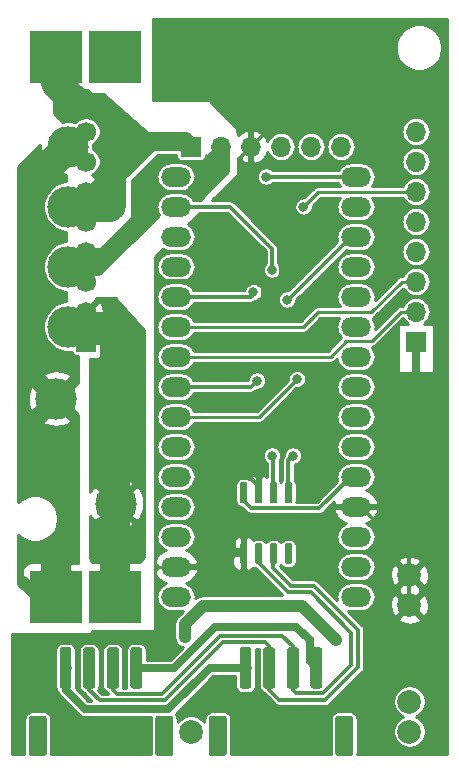
<source format=gbr>
G04 #@! TF.GenerationSoftware,KiCad,Pcbnew,(5.1.4)-1*
G04 #@! TF.CreationDate,2019-11-28T08:00:12+01:00*
G04 #@! TF.ProjectId,simpleMotor,73696d70-6c65-44d6-9f74-6f722e6b6963,rev?*
G04 #@! TF.SameCoordinates,Original*
G04 #@! TF.FileFunction,Copper,L2,Bot*
G04 #@! TF.FilePolarity,Positive*
%FSLAX46Y46*%
G04 Gerber Fmt 4.6, Leading zero omitted, Abs format (unit mm)*
G04 Created by KiCad (PCBNEW (5.1.4)-1) date 2019-11-28 08:00:12*
%MOMM*%
%LPD*%
G04 APERTURE LIST*
%ADD10O,2.540000X1.650000*%
%ADD11C,0.100000*%
%ADD12C,0.600000*%
%ADD13R,1.700000X1.700000*%
%ADD14O,1.700000X1.700000*%
%ADD15C,1.000000*%
%ADD16C,1.500000*%
%ADD17C,3.500000*%
%ADD18C,1.700000*%
%ADD19C,3.500120*%
%ADD20C,2.000000*%
%ADD21R,4.500000X4.500000*%
%ADD22C,0.800000*%
%ADD23C,0.304800*%
%ADD24C,0.635000*%
%ADD25C,1.524000*%
%ADD26C,2.540000*%
%ADD27C,0.254000*%
%ADD28C,1.016000*%
G04 APERTURE END LIST*
D10*
X165100000Y-142240000D03*
X165100000Y-139700000D03*
X165100000Y-137160000D03*
X165100000Y-134620000D03*
X165100000Y-132080000D03*
X165100000Y-129540000D03*
X165100000Y-127000000D03*
X165100000Y-124460000D03*
X165100000Y-121920000D03*
X165100000Y-119380000D03*
X165100000Y-116840000D03*
X165100000Y-114300000D03*
X165100000Y-111760000D03*
X165100000Y-109220000D03*
X165100000Y-106680000D03*
X149860000Y-142240000D03*
X149860000Y-139700000D03*
X149860000Y-137160000D03*
X149860000Y-134620000D03*
X149860000Y-132080000D03*
X149860000Y-129540000D03*
X149860000Y-127000000D03*
X149860000Y-124460000D03*
X149860000Y-121920000D03*
X149860000Y-119380000D03*
X149860000Y-116840000D03*
X149860000Y-114300000D03*
X149860000Y-111760000D03*
X149860000Y-109220000D03*
X149860000Y-106680000D03*
D11*
G36*
X155739703Y-137717722D02*
G01*
X155754264Y-137719882D01*
X155768543Y-137723459D01*
X155782403Y-137728418D01*
X155795710Y-137734712D01*
X155808336Y-137742280D01*
X155820159Y-137751048D01*
X155831066Y-137760934D01*
X155840952Y-137771841D01*
X155849720Y-137783664D01*
X155857288Y-137796290D01*
X155863582Y-137809597D01*
X155868541Y-137823457D01*
X155872118Y-137837736D01*
X155874278Y-137852297D01*
X155875000Y-137867000D01*
X155875000Y-139317000D01*
X155874278Y-139331703D01*
X155872118Y-139346264D01*
X155868541Y-139360543D01*
X155863582Y-139374403D01*
X155857288Y-139387710D01*
X155849720Y-139400336D01*
X155840952Y-139412159D01*
X155831066Y-139423066D01*
X155820159Y-139432952D01*
X155808336Y-139441720D01*
X155795710Y-139449288D01*
X155782403Y-139455582D01*
X155768543Y-139460541D01*
X155754264Y-139464118D01*
X155739703Y-139466278D01*
X155725000Y-139467000D01*
X155425000Y-139467000D01*
X155410297Y-139466278D01*
X155395736Y-139464118D01*
X155381457Y-139460541D01*
X155367597Y-139455582D01*
X155354290Y-139449288D01*
X155341664Y-139441720D01*
X155329841Y-139432952D01*
X155318934Y-139423066D01*
X155309048Y-139412159D01*
X155300280Y-139400336D01*
X155292712Y-139387710D01*
X155286418Y-139374403D01*
X155281459Y-139360543D01*
X155277882Y-139346264D01*
X155275722Y-139331703D01*
X155275000Y-139317000D01*
X155275000Y-137867000D01*
X155275722Y-137852297D01*
X155277882Y-137837736D01*
X155281459Y-137823457D01*
X155286418Y-137809597D01*
X155292712Y-137796290D01*
X155300280Y-137783664D01*
X155309048Y-137771841D01*
X155318934Y-137760934D01*
X155329841Y-137751048D01*
X155341664Y-137742280D01*
X155354290Y-137734712D01*
X155367597Y-137728418D01*
X155381457Y-137723459D01*
X155395736Y-137719882D01*
X155410297Y-137717722D01*
X155425000Y-137717000D01*
X155725000Y-137717000D01*
X155739703Y-137717722D01*
X155739703Y-137717722D01*
G37*
D12*
X155575000Y-138592000D03*
D11*
G36*
X157009703Y-137717722D02*
G01*
X157024264Y-137719882D01*
X157038543Y-137723459D01*
X157052403Y-137728418D01*
X157065710Y-137734712D01*
X157078336Y-137742280D01*
X157090159Y-137751048D01*
X157101066Y-137760934D01*
X157110952Y-137771841D01*
X157119720Y-137783664D01*
X157127288Y-137796290D01*
X157133582Y-137809597D01*
X157138541Y-137823457D01*
X157142118Y-137837736D01*
X157144278Y-137852297D01*
X157145000Y-137867000D01*
X157145000Y-139317000D01*
X157144278Y-139331703D01*
X157142118Y-139346264D01*
X157138541Y-139360543D01*
X157133582Y-139374403D01*
X157127288Y-139387710D01*
X157119720Y-139400336D01*
X157110952Y-139412159D01*
X157101066Y-139423066D01*
X157090159Y-139432952D01*
X157078336Y-139441720D01*
X157065710Y-139449288D01*
X157052403Y-139455582D01*
X157038543Y-139460541D01*
X157024264Y-139464118D01*
X157009703Y-139466278D01*
X156995000Y-139467000D01*
X156695000Y-139467000D01*
X156680297Y-139466278D01*
X156665736Y-139464118D01*
X156651457Y-139460541D01*
X156637597Y-139455582D01*
X156624290Y-139449288D01*
X156611664Y-139441720D01*
X156599841Y-139432952D01*
X156588934Y-139423066D01*
X156579048Y-139412159D01*
X156570280Y-139400336D01*
X156562712Y-139387710D01*
X156556418Y-139374403D01*
X156551459Y-139360543D01*
X156547882Y-139346264D01*
X156545722Y-139331703D01*
X156545000Y-139317000D01*
X156545000Y-137867000D01*
X156545722Y-137852297D01*
X156547882Y-137837736D01*
X156551459Y-137823457D01*
X156556418Y-137809597D01*
X156562712Y-137796290D01*
X156570280Y-137783664D01*
X156579048Y-137771841D01*
X156588934Y-137760934D01*
X156599841Y-137751048D01*
X156611664Y-137742280D01*
X156624290Y-137734712D01*
X156637597Y-137728418D01*
X156651457Y-137723459D01*
X156665736Y-137719882D01*
X156680297Y-137717722D01*
X156695000Y-137717000D01*
X156995000Y-137717000D01*
X157009703Y-137717722D01*
X157009703Y-137717722D01*
G37*
D12*
X156845000Y-138592000D03*
D11*
G36*
X158279703Y-137717722D02*
G01*
X158294264Y-137719882D01*
X158308543Y-137723459D01*
X158322403Y-137728418D01*
X158335710Y-137734712D01*
X158348336Y-137742280D01*
X158360159Y-137751048D01*
X158371066Y-137760934D01*
X158380952Y-137771841D01*
X158389720Y-137783664D01*
X158397288Y-137796290D01*
X158403582Y-137809597D01*
X158408541Y-137823457D01*
X158412118Y-137837736D01*
X158414278Y-137852297D01*
X158415000Y-137867000D01*
X158415000Y-139317000D01*
X158414278Y-139331703D01*
X158412118Y-139346264D01*
X158408541Y-139360543D01*
X158403582Y-139374403D01*
X158397288Y-139387710D01*
X158389720Y-139400336D01*
X158380952Y-139412159D01*
X158371066Y-139423066D01*
X158360159Y-139432952D01*
X158348336Y-139441720D01*
X158335710Y-139449288D01*
X158322403Y-139455582D01*
X158308543Y-139460541D01*
X158294264Y-139464118D01*
X158279703Y-139466278D01*
X158265000Y-139467000D01*
X157965000Y-139467000D01*
X157950297Y-139466278D01*
X157935736Y-139464118D01*
X157921457Y-139460541D01*
X157907597Y-139455582D01*
X157894290Y-139449288D01*
X157881664Y-139441720D01*
X157869841Y-139432952D01*
X157858934Y-139423066D01*
X157849048Y-139412159D01*
X157840280Y-139400336D01*
X157832712Y-139387710D01*
X157826418Y-139374403D01*
X157821459Y-139360543D01*
X157817882Y-139346264D01*
X157815722Y-139331703D01*
X157815000Y-139317000D01*
X157815000Y-137867000D01*
X157815722Y-137852297D01*
X157817882Y-137837736D01*
X157821459Y-137823457D01*
X157826418Y-137809597D01*
X157832712Y-137796290D01*
X157840280Y-137783664D01*
X157849048Y-137771841D01*
X157858934Y-137760934D01*
X157869841Y-137751048D01*
X157881664Y-137742280D01*
X157894290Y-137734712D01*
X157907597Y-137728418D01*
X157921457Y-137723459D01*
X157935736Y-137719882D01*
X157950297Y-137717722D01*
X157965000Y-137717000D01*
X158265000Y-137717000D01*
X158279703Y-137717722D01*
X158279703Y-137717722D01*
G37*
D12*
X158115000Y-138592000D03*
D11*
G36*
X159549703Y-137717722D02*
G01*
X159564264Y-137719882D01*
X159578543Y-137723459D01*
X159592403Y-137728418D01*
X159605710Y-137734712D01*
X159618336Y-137742280D01*
X159630159Y-137751048D01*
X159641066Y-137760934D01*
X159650952Y-137771841D01*
X159659720Y-137783664D01*
X159667288Y-137796290D01*
X159673582Y-137809597D01*
X159678541Y-137823457D01*
X159682118Y-137837736D01*
X159684278Y-137852297D01*
X159685000Y-137867000D01*
X159685000Y-139317000D01*
X159684278Y-139331703D01*
X159682118Y-139346264D01*
X159678541Y-139360543D01*
X159673582Y-139374403D01*
X159667288Y-139387710D01*
X159659720Y-139400336D01*
X159650952Y-139412159D01*
X159641066Y-139423066D01*
X159630159Y-139432952D01*
X159618336Y-139441720D01*
X159605710Y-139449288D01*
X159592403Y-139455582D01*
X159578543Y-139460541D01*
X159564264Y-139464118D01*
X159549703Y-139466278D01*
X159535000Y-139467000D01*
X159235000Y-139467000D01*
X159220297Y-139466278D01*
X159205736Y-139464118D01*
X159191457Y-139460541D01*
X159177597Y-139455582D01*
X159164290Y-139449288D01*
X159151664Y-139441720D01*
X159139841Y-139432952D01*
X159128934Y-139423066D01*
X159119048Y-139412159D01*
X159110280Y-139400336D01*
X159102712Y-139387710D01*
X159096418Y-139374403D01*
X159091459Y-139360543D01*
X159087882Y-139346264D01*
X159085722Y-139331703D01*
X159085000Y-139317000D01*
X159085000Y-137867000D01*
X159085722Y-137852297D01*
X159087882Y-137837736D01*
X159091459Y-137823457D01*
X159096418Y-137809597D01*
X159102712Y-137796290D01*
X159110280Y-137783664D01*
X159119048Y-137771841D01*
X159128934Y-137760934D01*
X159139841Y-137751048D01*
X159151664Y-137742280D01*
X159164290Y-137734712D01*
X159177597Y-137728418D01*
X159191457Y-137723459D01*
X159205736Y-137719882D01*
X159220297Y-137717722D01*
X159235000Y-137717000D01*
X159535000Y-137717000D01*
X159549703Y-137717722D01*
X159549703Y-137717722D01*
G37*
D12*
X159385000Y-138592000D03*
D11*
G36*
X159549703Y-132567722D02*
G01*
X159564264Y-132569882D01*
X159578543Y-132573459D01*
X159592403Y-132578418D01*
X159605710Y-132584712D01*
X159618336Y-132592280D01*
X159630159Y-132601048D01*
X159641066Y-132610934D01*
X159650952Y-132621841D01*
X159659720Y-132633664D01*
X159667288Y-132646290D01*
X159673582Y-132659597D01*
X159678541Y-132673457D01*
X159682118Y-132687736D01*
X159684278Y-132702297D01*
X159685000Y-132717000D01*
X159685000Y-134167000D01*
X159684278Y-134181703D01*
X159682118Y-134196264D01*
X159678541Y-134210543D01*
X159673582Y-134224403D01*
X159667288Y-134237710D01*
X159659720Y-134250336D01*
X159650952Y-134262159D01*
X159641066Y-134273066D01*
X159630159Y-134282952D01*
X159618336Y-134291720D01*
X159605710Y-134299288D01*
X159592403Y-134305582D01*
X159578543Y-134310541D01*
X159564264Y-134314118D01*
X159549703Y-134316278D01*
X159535000Y-134317000D01*
X159235000Y-134317000D01*
X159220297Y-134316278D01*
X159205736Y-134314118D01*
X159191457Y-134310541D01*
X159177597Y-134305582D01*
X159164290Y-134299288D01*
X159151664Y-134291720D01*
X159139841Y-134282952D01*
X159128934Y-134273066D01*
X159119048Y-134262159D01*
X159110280Y-134250336D01*
X159102712Y-134237710D01*
X159096418Y-134224403D01*
X159091459Y-134210543D01*
X159087882Y-134196264D01*
X159085722Y-134181703D01*
X159085000Y-134167000D01*
X159085000Y-132717000D01*
X159085722Y-132702297D01*
X159087882Y-132687736D01*
X159091459Y-132673457D01*
X159096418Y-132659597D01*
X159102712Y-132646290D01*
X159110280Y-132633664D01*
X159119048Y-132621841D01*
X159128934Y-132610934D01*
X159139841Y-132601048D01*
X159151664Y-132592280D01*
X159164290Y-132584712D01*
X159177597Y-132578418D01*
X159191457Y-132573459D01*
X159205736Y-132569882D01*
X159220297Y-132567722D01*
X159235000Y-132567000D01*
X159535000Y-132567000D01*
X159549703Y-132567722D01*
X159549703Y-132567722D01*
G37*
D12*
X159385000Y-133442000D03*
D11*
G36*
X158279703Y-132567722D02*
G01*
X158294264Y-132569882D01*
X158308543Y-132573459D01*
X158322403Y-132578418D01*
X158335710Y-132584712D01*
X158348336Y-132592280D01*
X158360159Y-132601048D01*
X158371066Y-132610934D01*
X158380952Y-132621841D01*
X158389720Y-132633664D01*
X158397288Y-132646290D01*
X158403582Y-132659597D01*
X158408541Y-132673457D01*
X158412118Y-132687736D01*
X158414278Y-132702297D01*
X158415000Y-132717000D01*
X158415000Y-134167000D01*
X158414278Y-134181703D01*
X158412118Y-134196264D01*
X158408541Y-134210543D01*
X158403582Y-134224403D01*
X158397288Y-134237710D01*
X158389720Y-134250336D01*
X158380952Y-134262159D01*
X158371066Y-134273066D01*
X158360159Y-134282952D01*
X158348336Y-134291720D01*
X158335710Y-134299288D01*
X158322403Y-134305582D01*
X158308543Y-134310541D01*
X158294264Y-134314118D01*
X158279703Y-134316278D01*
X158265000Y-134317000D01*
X157965000Y-134317000D01*
X157950297Y-134316278D01*
X157935736Y-134314118D01*
X157921457Y-134310541D01*
X157907597Y-134305582D01*
X157894290Y-134299288D01*
X157881664Y-134291720D01*
X157869841Y-134282952D01*
X157858934Y-134273066D01*
X157849048Y-134262159D01*
X157840280Y-134250336D01*
X157832712Y-134237710D01*
X157826418Y-134224403D01*
X157821459Y-134210543D01*
X157817882Y-134196264D01*
X157815722Y-134181703D01*
X157815000Y-134167000D01*
X157815000Y-132717000D01*
X157815722Y-132702297D01*
X157817882Y-132687736D01*
X157821459Y-132673457D01*
X157826418Y-132659597D01*
X157832712Y-132646290D01*
X157840280Y-132633664D01*
X157849048Y-132621841D01*
X157858934Y-132610934D01*
X157869841Y-132601048D01*
X157881664Y-132592280D01*
X157894290Y-132584712D01*
X157907597Y-132578418D01*
X157921457Y-132573459D01*
X157935736Y-132569882D01*
X157950297Y-132567722D01*
X157965000Y-132567000D01*
X158265000Y-132567000D01*
X158279703Y-132567722D01*
X158279703Y-132567722D01*
G37*
D12*
X158115000Y-133442000D03*
D11*
G36*
X157009703Y-132567722D02*
G01*
X157024264Y-132569882D01*
X157038543Y-132573459D01*
X157052403Y-132578418D01*
X157065710Y-132584712D01*
X157078336Y-132592280D01*
X157090159Y-132601048D01*
X157101066Y-132610934D01*
X157110952Y-132621841D01*
X157119720Y-132633664D01*
X157127288Y-132646290D01*
X157133582Y-132659597D01*
X157138541Y-132673457D01*
X157142118Y-132687736D01*
X157144278Y-132702297D01*
X157145000Y-132717000D01*
X157145000Y-134167000D01*
X157144278Y-134181703D01*
X157142118Y-134196264D01*
X157138541Y-134210543D01*
X157133582Y-134224403D01*
X157127288Y-134237710D01*
X157119720Y-134250336D01*
X157110952Y-134262159D01*
X157101066Y-134273066D01*
X157090159Y-134282952D01*
X157078336Y-134291720D01*
X157065710Y-134299288D01*
X157052403Y-134305582D01*
X157038543Y-134310541D01*
X157024264Y-134314118D01*
X157009703Y-134316278D01*
X156995000Y-134317000D01*
X156695000Y-134317000D01*
X156680297Y-134316278D01*
X156665736Y-134314118D01*
X156651457Y-134310541D01*
X156637597Y-134305582D01*
X156624290Y-134299288D01*
X156611664Y-134291720D01*
X156599841Y-134282952D01*
X156588934Y-134273066D01*
X156579048Y-134262159D01*
X156570280Y-134250336D01*
X156562712Y-134237710D01*
X156556418Y-134224403D01*
X156551459Y-134210543D01*
X156547882Y-134196264D01*
X156545722Y-134181703D01*
X156545000Y-134167000D01*
X156545000Y-132717000D01*
X156545722Y-132702297D01*
X156547882Y-132687736D01*
X156551459Y-132673457D01*
X156556418Y-132659597D01*
X156562712Y-132646290D01*
X156570280Y-132633664D01*
X156579048Y-132621841D01*
X156588934Y-132610934D01*
X156599841Y-132601048D01*
X156611664Y-132592280D01*
X156624290Y-132584712D01*
X156637597Y-132578418D01*
X156651457Y-132573459D01*
X156665736Y-132569882D01*
X156680297Y-132567722D01*
X156695000Y-132567000D01*
X156995000Y-132567000D01*
X157009703Y-132567722D01*
X157009703Y-132567722D01*
G37*
D12*
X156845000Y-133442000D03*
D11*
G36*
X155739703Y-132567722D02*
G01*
X155754264Y-132569882D01*
X155768543Y-132573459D01*
X155782403Y-132578418D01*
X155795710Y-132584712D01*
X155808336Y-132592280D01*
X155820159Y-132601048D01*
X155831066Y-132610934D01*
X155840952Y-132621841D01*
X155849720Y-132633664D01*
X155857288Y-132646290D01*
X155863582Y-132659597D01*
X155868541Y-132673457D01*
X155872118Y-132687736D01*
X155874278Y-132702297D01*
X155875000Y-132717000D01*
X155875000Y-134167000D01*
X155874278Y-134181703D01*
X155872118Y-134196264D01*
X155868541Y-134210543D01*
X155863582Y-134224403D01*
X155857288Y-134237710D01*
X155849720Y-134250336D01*
X155840952Y-134262159D01*
X155831066Y-134273066D01*
X155820159Y-134282952D01*
X155808336Y-134291720D01*
X155795710Y-134299288D01*
X155782403Y-134305582D01*
X155768543Y-134310541D01*
X155754264Y-134314118D01*
X155739703Y-134316278D01*
X155725000Y-134317000D01*
X155425000Y-134317000D01*
X155410297Y-134316278D01*
X155395736Y-134314118D01*
X155381457Y-134310541D01*
X155367597Y-134305582D01*
X155354290Y-134299288D01*
X155341664Y-134291720D01*
X155329841Y-134282952D01*
X155318934Y-134273066D01*
X155309048Y-134262159D01*
X155300280Y-134250336D01*
X155292712Y-134237710D01*
X155286418Y-134224403D01*
X155281459Y-134210543D01*
X155277882Y-134196264D01*
X155275722Y-134181703D01*
X155275000Y-134167000D01*
X155275000Y-132717000D01*
X155275722Y-132702297D01*
X155277882Y-132687736D01*
X155281459Y-132673457D01*
X155286418Y-132659597D01*
X155292712Y-132646290D01*
X155300280Y-132633664D01*
X155309048Y-132621841D01*
X155318934Y-132610934D01*
X155329841Y-132601048D01*
X155341664Y-132592280D01*
X155354290Y-132584712D01*
X155367597Y-132578418D01*
X155381457Y-132573459D01*
X155395736Y-132569882D01*
X155410297Y-132567722D01*
X155425000Y-132567000D01*
X155725000Y-132567000D01*
X155739703Y-132567722D01*
X155739703Y-132567722D01*
G37*
D12*
X155575000Y-133442000D03*
D13*
X151130000Y-104140000D03*
D14*
X153670000Y-104140000D03*
X156210000Y-104140000D03*
X158750000Y-104140000D03*
X161290000Y-104140000D03*
X163830000Y-104140000D03*
D11*
G36*
X146784504Y-146531204D02*
G01*
X146808773Y-146534804D01*
X146832571Y-146540765D01*
X146855671Y-146549030D01*
X146877849Y-146559520D01*
X146898893Y-146572133D01*
X146918598Y-146586747D01*
X146936777Y-146603223D01*
X146953253Y-146621402D01*
X146967867Y-146641107D01*
X146980480Y-146662151D01*
X146990970Y-146684329D01*
X146999235Y-146707429D01*
X147005196Y-146731227D01*
X147008796Y-146755496D01*
X147010000Y-146780000D01*
X147010000Y-149780000D01*
X147008796Y-149804504D01*
X147005196Y-149828773D01*
X146999235Y-149852571D01*
X146990970Y-149875671D01*
X146980480Y-149897849D01*
X146967867Y-149918893D01*
X146953253Y-149938598D01*
X146936777Y-149956777D01*
X146918598Y-149973253D01*
X146898893Y-149987867D01*
X146877849Y-150000480D01*
X146855671Y-150010970D01*
X146832571Y-150019235D01*
X146808773Y-150025196D01*
X146784504Y-150028796D01*
X146760000Y-150030000D01*
X146260000Y-150030000D01*
X146235496Y-150028796D01*
X146211227Y-150025196D01*
X146187429Y-150019235D01*
X146164329Y-150010970D01*
X146142151Y-150000480D01*
X146121107Y-149987867D01*
X146101402Y-149973253D01*
X146083223Y-149956777D01*
X146066747Y-149938598D01*
X146052133Y-149918893D01*
X146039520Y-149897849D01*
X146029030Y-149875671D01*
X146020765Y-149852571D01*
X146014804Y-149828773D01*
X146011204Y-149804504D01*
X146010000Y-149780000D01*
X146010000Y-146780000D01*
X146011204Y-146755496D01*
X146014804Y-146731227D01*
X146020765Y-146707429D01*
X146029030Y-146684329D01*
X146039520Y-146662151D01*
X146052133Y-146641107D01*
X146066747Y-146621402D01*
X146083223Y-146603223D01*
X146101402Y-146586747D01*
X146121107Y-146572133D01*
X146142151Y-146559520D01*
X146164329Y-146549030D01*
X146187429Y-146540765D01*
X146211227Y-146534804D01*
X146235496Y-146531204D01*
X146260000Y-146530000D01*
X146760000Y-146530000D01*
X146784504Y-146531204D01*
X146784504Y-146531204D01*
G37*
D15*
X146510000Y-148280000D03*
D11*
G36*
X144784504Y-146531204D02*
G01*
X144808773Y-146534804D01*
X144832571Y-146540765D01*
X144855671Y-146549030D01*
X144877849Y-146559520D01*
X144898893Y-146572133D01*
X144918598Y-146586747D01*
X144936777Y-146603223D01*
X144953253Y-146621402D01*
X144967867Y-146641107D01*
X144980480Y-146662151D01*
X144990970Y-146684329D01*
X144999235Y-146707429D01*
X145005196Y-146731227D01*
X145008796Y-146755496D01*
X145010000Y-146780000D01*
X145010000Y-149780000D01*
X145008796Y-149804504D01*
X145005196Y-149828773D01*
X144999235Y-149852571D01*
X144990970Y-149875671D01*
X144980480Y-149897849D01*
X144967867Y-149918893D01*
X144953253Y-149938598D01*
X144936777Y-149956777D01*
X144918598Y-149973253D01*
X144898893Y-149987867D01*
X144877849Y-150000480D01*
X144855671Y-150010970D01*
X144832571Y-150019235D01*
X144808773Y-150025196D01*
X144784504Y-150028796D01*
X144760000Y-150030000D01*
X144260000Y-150030000D01*
X144235496Y-150028796D01*
X144211227Y-150025196D01*
X144187429Y-150019235D01*
X144164329Y-150010970D01*
X144142151Y-150000480D01*
X144121107Y-149987867D01*
X144101402Y-149973253D01*
X144083223Y-149956777D01*
X144066747Y-149938598D01*
X144052133Y-149918893D01*
X144039520Y-149897849D01*
X144029030Y-149875671D01*
X144020765Y-149852571D01*
X144014804Y-149828773D01*
X144011204Y-149804504D01*
X144010000Y-149780000D01*
X144010000Y-146780000D01*
X144011204Y-146755496D01*
X144014804Y-146731227D01*
X144020765Y-146707429D01*
X144029030Y-146684329D01*
X144039520Y-146662151D01*
X144052133Y-146641107D01*
X144066747Y-146621402D01*
X144083223Y-146603223D01*
X144101402Y-146586747D01*
X144121107Y-146572133D01*
X144142151Y-146559520D01*
X144164329Y-146549030D01*
X144187429Y-146540765D01*
X144211227Y-146534804D01*
X144235496Y-146531204D01*
X144260000Y-146530000D01*
X144760000Y-146530000D01*
X144784504Y-146531204D01*
X144784504Y-146531204D01*
G37*
D15*
X144510000Y-148280000D03*
D11*
G36*
X142784504Y-146531204D02*
G01*
X142808773Y-146534804D01*
X142832571Y-146540765D01*
X142855671Y-146549030D01*
X142877849Y-146559520D01*
X142898893Y-146572133D01*
X142918598Y-146586747D01*
X142936777Y-146603223D01*
X142953253Y-146621402D01*
X142967867Y-146641107D01*
X142980480Y-146662151D01*
X142990970Y-146684329D01*
X142999235Y-146707429D01*
X143005196Y-146731227D01*
X143008796Y-146755496D01*
X143010000Y-146780000D01*
X143010000Y-149780000D01*
X143008796Y-149804504D01*
X143005196Y-149828773D01*
X142999235Y-149852571D01*
X142990970Y-149875671D01*
X142980480Y-149897849D01*
X142967867Y-149918893D01*
X142953253Y-149938598D01*
X142936777Y-149956777D01*
X142918598Y-149973253D01*
X142898893Y-149987867D01*
X142877849Y-150000480D01*
X142855671Y-150010970D01*
X142832571Y-150019235D01*
X142808773Y-150025196D01*
X142784504Y-150028796D01*
X142760000Y-150030000D01*
X142260000Y-150030000D01*
X142235496Y-150028796D01*
X142211227Y-150025196D01*
X142187429Y-150019235D01*
X142164329Y-150010970D01*
X142142151Y-150000480D01*
X142121107Y-149987867D01*
X142101402Y-149973253D01*
X142083223Y-149956777D01*
X142066747Y-149938598D01*
X142052133Y-149918893D01*
X142039520Y-149897849D01*
X142029030Y-149875671D01*
X142020765Y-149852571D01*
X142014804Y-149828773D01*
X142011204Y-149804504D01*
X142010000Y-149780000D01*
X142010000Y-146780000D01*
X142011204Y-146755496D01*
X142014804Y-146731227D01*
X142020765Y-146707429D01*
X142029030Y-146684329D01*
X142039520Y-146662151D01*
X142052133Y-146641107D01*
X142066747Y-146621402D01*
X142083223Y-146603223D01*
X142101402Y-146586747D01*
X142121107Y-146572133D01*
X142142151Y-146559520D01*
X142164329Y-146549030D01*
X142187429Y-146540765D01*
X142211227Y-146534804D01*
X142235496Y-146531204D01*
X142260000Y-146530000D01*
X142760000Y-146530000D01*
X142784504Y-146531204D01*
X142784504Y-146531204D01*
G37*
D15*
X142510000Y-148280000D03*
D11*
G36*
X140784504Y-146531204D02*
G01*
X140808773Y-146534804D01*
X140832571Y-146540765D01*
X140855671Y-146549030D01*
X140877849Y-146559520D01*
X140898893Y-146572133D01*
X140918598Y-146586747D01*
X140936777Y-146603223D01*
X140953253Y-146621402D01*
X140967867Y-146641107D01*
X140980480Y-146662151D01*
X140990970Y-146684329D01*
X140999235Y-146707429D01*
X141005196Y-146731227D01*
X141008796Y-146755496D01*
X141010000Y-146780000D01*
X141010000Y-149780000D01*
X141008796Y-149804504D01*
X141005196Y-149828773D01*
X140999235Y-149852571D01*
X140990970Y-149875671D01*
X140980480Y-149897849D01*
X140967867Y-149918893D01*
X140953253Y-149938598D01*
X140936777Y-149956777D01*
X140918598Y-149973253D01*
X140898893Y-149987867D01*
X140877849Y-150000480D01*
X140855671Y-150010970D01*
X140832571Y-150019235D01*
X140808773Y-150025196D01*
X140784504Y-150028796D01*
X140760000Y-150030000D01*
X140260000Y-150030000D01*
X140235496Y-150028796D01*
X140211227Y-150025196D01*
X140187429Y-150019235D01*
X140164329Y-150010970D01*
X140142151Y-150000480D01*
X140121107Y-149987867D01*
X140101402Y-149973253D01*
X140083223Y-149956777D01*
X140066747Y-149938598D01*
X140052133Y-149918893D01*
X140039520Y-149897849D01*
X140029030Y-149875671D01*
X140020765Y-149852571D01*
X140014804Y-149828773D01*
X140011204Y-149804504D01*
X140010000Y-149780000D01*
X140010000Y-146780000D01*
X140011204Y-146755496D01*
X140014804Y-146731227D01*
X140020765Y-146707429D01*
X140029030Y-146684329D01*
X140039520Y-146662151D01*
X140052133Y-146641107D01*
X140066747Y-146621402D01*
X140083223Y-146603223D01*
X140101402Y-146586747D01*
X140121107Y-146572133D01*
X140142151Y-146559520D01*
X140164329Y-146549030D01*
X140187429Y-146540765D01*
X140211227Y-146534804D01*
X140235496Y-146531204D01*
X140260000Y-146530000D01*
X140760000Y-146530000D01*
X140784504Y-146531204D01*
X140784504Y-146531204D01*
G37*
D15*
X140510000Y-148280000D03*
D11*
G36*
X149384504Y-152331204D02*
G01*
X149408773Y-152334804D01*
X149432571Y-152340765D01*
X149455671Y-152349030D01*
X149477849Y-152359520D01*
X149498893Y-152372133D01*
X149518598Y-152386747D01*
X149536777Y-152403223D01*
X149553253Y-152421402D01*
X149567867Y-152441107D01*
X149580480Y-152462151D01*
X149590970Y-152484329D01*
X149599235Y-152507429D01*
X149605196Y-152531227D01*
X149608796Y-152555496D01*
X149610000Y-152580000D01*
X149610000Y-155480000D01*
X149608796Y-155504504D01*
X149605196Y-155528773D01*
X149599235Y-155552571D01*
X149590970Y-155575671D01*
X149580480Y-155597849D01*
X149567867Y-155618893D01*
X149553253Y-155638598D01*
X149536777Y-155656777D01*
X149518598Y-155673253D01*
X149498893Y-155687867D01*
X149477849Y-155700480D01*
X149455671Y-155710970D01*
X149432571Y-155719235D01*
X149408773Y-155725196D01*
X149384504Y-155728796D01*
X149360000Y-155730000D01*
X148360000Y-155730000D01*
X148335496Y-155728796D01*
X148311227Y-155725196D01*
X148287429Y-155719235D01*
X148264329Y-155710970D01*
X148242151Y-155700480D01*
X148221107Y-155687867D01*
X148201402Y-155673253D01*
X148183223Y-155656777D01*
X148166747Y-155638598D01*
X148152133Y-155618893D01*
X148139520Y-155597849D01*
X148129030Y-155575671D01*
X148120765Y-155552571D01*
X148114804Y-155528773D01*
X148111204Y-155504504D01*
X148110000Y-155480000D01*
X148110000Y-152580000D01*
X148111204Y-152555496D01*
X148114804Y-152531227D01*
X148120765Y-152507429D01*
X148129030Y-152484329D01*
X148139520Y-152462151D01*
X148152133Y-152441107D01*
X148166747Y-152421402D01*
X148183223Y-152403223D01*
X148201402Y-152386747D01*
X148221107Y-152372133D01*
X148242151Y-152359520D01*
X148264329Y-152349030D01*
X148287429Y-152340765D01*
X148311227Y-152334804D01*
X148335496Y-152331204D01*
X148360000Y-152330000D01*
X149360000Y-152330000D01*
X149384504Y-152331204D01*
X149384504Y-152331204D01*
G37*
D16*
X148860000Y-154030000D03*
D11*
G36*
X138684504Y-152331204D02*
G01*
X138708773Y-152334804D01*
X138732571Y-152340765D01*
X138755671Y-152349030D01*
X138777849Y-152359520D01*
X138798893Y-152372133D01*
X138818598Y-152386747D01*
X138836777Y-152403223D01*
X138853253Y-152421402D01*
X138867867Y-152441107D01*
X138880480Y-152462151D01*
X138890970Y-152484329D01*
X138899235Y-152507429D01*
X138905196Y-152531227D01*
X138908796Y-152555496D01*
X138910000Y-152580000D01*
X138910000Y-155480000D01*
X138908796Y-155504504D01*
X138905196Y-155528773D01*
X138899235Y-155552571D01*
X138890970Y-155575671D01*
X138880480Y-155597849D01*
X138867867Y-155618893D01*
X138853253Y-155638598D01*
X138836777Y-155656777D01*
X138818598Y-155673253D01*
X138798893Y-155687867D01*
X138777849Y-155700480D01*
X138755671Y-155710970D01*
X138732571Y-155719235D01*
X138708773Y-155725196D01*
X138684504Y-155728796D01*
X138660000Y-155730000D01*
X137660000Y-155730000D01*
X137635496Y-155728796D01*
X137611227Y-155725196D01*
X137587429Y-155719235D01*
X137564329Y-155710970D01*
X137542151Y-155700480D01*
X137521107Y-155687867D01*
X137501402Y-155673253D01*
X137483223Y-155656777D01*
X137466747Y-155638598D01*
X137452133Y-155618893D01*
X137439520Y-155597849D01*
X137429030Y-155575671D01*
X137420765Y-155552571D01*
X137414804Y-155528773D01*
X137411204Y-155504504D01*
X137410000Y-155480000D01*
X137410000Y-152580000D01*
X137411204Y-152555496D01*
X137414804Y-152531227D01*
X137420765Y-152507429D01*
X137429030Y-152484329D01*
X137439520Y-152462151D01*
X137452133Y-152441107D01*
X137466747Y-152421402D01*
X137483223Y-152403223D01*
X137501402Y-152386747D01*
X137521107Y-152372133D01*
X137542151Y-152359520D01*
X137564329Y-152349030D01*
X137587429Y-152340765D01*
X137611227Y-152334804D01*
X137635496Y-152331204D01*
X137660000Y-152330000D01*
X138660000Y-152330000D01*
X138684504Y-152331204D01*
X138684504Y-152331204D01*
G37*
D16*
X138160000Y-154030000D03*
D13*
X170180000Y-120650000D03*
D14*
X170180000Y-118110000D03*
X170180000Y-115570000D03*
X170180000Y-113030000D03*
X170180000Y-110490000D03*
X170180000Y-107950000D03*
X170180000Y-105410000D03*
X170180000Y-102870000D03*
D11*
G36*
X153924504Y-152331204D02*
G01*
X153948773Y-152334804D01*
X153972571Y-152340765D01*
X153995671Y-152349030D01*
X154017849Y-152359520D01*
X154038893Y-152372133D01*
X154058598Y-152386747D01*
X154076777Y-152403223D01*
X154093253Y-152421402D01*
X154107867Y-152441107D01*
X154120480Y-152462151D01*
X154130970Y-152484329D01*
X154139235Y-152507429D01*
X154145196Y-152531227D01*
X154148796Y-152555496D01*
X154150000Y-152580000D01*
X154150000Y-155480000D01*
X154148796Y-155504504D01*
X154145196Y-155528773D01*
X154139235Y-155552571D01*
X154130970Y-155575671D01*
X154120480Y-155597849D01*
X154107867Y-155618893D01*
X154093253Y-155638598D01*
X154076777Y-155656777D01*
X154058598Y-155673253D01*
X154038893Y-155687867D01*
X154017849Y-155700480D01*
X153995671Y-155710970D01*
X153972571Y-155719235D01*
X153948773Y-155725196D01*
X153924504Y-155728796D01*
X153900000Y-155730000D01*
X152900000Y-155730000D01*
X152875496Y-155728796D01*
X152851227Y-155725196D01*
X152827429Y-155719235D01*
X152804329Y-155710970D01*
X152782151Y-155700480D01*
X152761107Y-155687867D01*
X152741402Y-155673253D01*
X152723223Y-155656777D01*
X152706747Y-155638598D01*
X152692133Y-155618893D01*
X152679520Y-155597849D01*
X152669030Y-155575671D01*
X152660765Y-155552571D01*
X152654804Y-155528773D01*
X152651204Y-155504504D01*
X152650000Y-155480000D01*
X152650000Y-152580000D01*
X152651204Y-152555496D01*
X152654804Y-152531227D01*
X152660765Y-152507429D01*
X152669030Y-152484329D01*
X152679520Y-152462151D01*
X152692133Y-152441107D01*
X152706747Y-152421402D01*
X152723223Y-152403223D01*
X152741402Y-152386747D01*
X152761107Y-152372133D01*
X152782151Y-152359520D01*
X152804329Y-152349030D01*
X152827429Y-152340765D01*
X152851227Y-152334804D01*
X152875496Y-152331204D01*
X152900000Y-152330000D01*
X153900000Y-152330000D01*
X153924504Y-152331204D01*
X153924504Y-152331204D01*
G37*
D16*
X153400000Y-154030000D03*
D11*
G36*
X164624504Y-152331204D02*
G01*
X164648773Y-152334804D01*
X164672571Y-152340765D01*
X164695671Y-152349030D01*
X164717849Y-152359520D01*
X164738893Y-152372133D01*
X164758598Y-152386747D01*
X164776777Y-152403223D01*
X164793253Y-152421402D01*
X164807867Y-152441107D01*
X164820480Y-152462151D01*
X164830970Y-152484329D01*
X164839235Y-152507429D01*
X164845196Y-152531227D01*
X164848796Y-152555496D01*
X164850000Y-152580000D01*
X164850000Y-155480000D01*
X164848796Y-155504504D01*
X164845196Y-155528773D01*
X164839235Y-155552571D01*
X164830970Y-155575671D01*
X164820480Y-155597849D01*
X164807867Y-155618893D01*
X164793253Y-155638598D01*
X164776777Y-155656777D01*
X164758598Y-155673253D01*
X164738893Y-155687867D01*
X164717849Y-155700480D01*
X164695671Y-155710970D01*
X164672571Y-155719235D01*
X164648773Y-155725196D01*
X164624504Y-155728796D01*
X164600000Y-155730000D01*
X163600000Y-155730000D01*
X163575496Y-155728796D01*
X163551227Y-155725196D01*
X163527429Y-155719235D01*
X163504329Y-155710970D01*
X163482151Y-155700480D01*
X163461107Y-155687867D01*
X163441402Y-155673253D01*
X163423223Y-155656777D01*
X163406747Y-155638598D01*
X163392133Y-155618893D01*
X163379520Y-155597849D01*
X163369030Y-155575671D01*
X163360765Y-155552571D01*
X163354804Y-155528773D01*
X163351204Y-155504504D01*
X163350000Y-155480000D01*
X163350000Y-152580000D01*
X163351204Y-152555496D01*
X163354804Y-152531227D01*
X163360765Y-152507429D01*
X163369030Y-152484329D01*
X163379520Y-152462151D01*
X163392133Y-152441107D01*
X163406747Y-152421402D01*
X163423223Y-152403223D01*
X163441402Y-152386747D01*
X163461107Y-152372133D01*
X163482151Y-152359520D01*
X163504329Y-152349030D01*
X163527429Y-152340765D01*
X163551227Y-152334804D01*
X163575496Y-152331204D01*
X163600000Y-152330000D01*
X164600000Y-152330000D01*
X164624504Y-152331204D01*
X164624504Y-152331204D01*
G37*
D16*
X164100000Y-154030000D03*
D11*
G36*
X156024504Y-146531204D02*
G01*
X156048773Y-146534804D01*
X156072571Y-146540765D01*
X156095671Y-146549030D01*
X156117849Y-146559520D01*
X156138893Y-146572133D01*
X156158598Y-146586747D01*
X156176777Y-146603223D01*
X156193253Y-146621402D01*
X156207867Y-146641107D01*
X156220480Y-146662151D01*
X156230970Y-146684329D01*
X156239235Y-146707429D01*
X156245196Y-146731227D01*
X156248796Y-146755496D01*
X156250000Y-146780000D01*
X156250000Y-149780000D01*
X156248796Y-149804504D01*
X156245196Y-149828773D01*
X156239235Y-149852571D01*
X156230970Y-149875671D01*
X156220480Y-149897849D01*
X156207867Y-149918893D01*
X156193253Y-149938598D01*
X156176777Y-149956777D01*
X156158598Y-149973253D01*
X156138893Y-149987867D01*
X156117849Y-150000480D01*
X156095671Y-150010970D01*
X156072571Y-150019235D01*
X156048773Y-150025196D01*
X156024504Y-150028796D01*
X156000000Y-150030000D01*
X155500000Y-150030000D01*
X155475496Y-150028796D01*
X155451227Y-150025196D01*
X155427429Y-150019235D01*
X155404329Y-150010970D01*
X155382151Y-150000480D01*
X155361107Y-149987867D01*
X155341402Y-149973253D01*
X155323223Y-149956777D01*
X155306747Y-149938598D01*
X155292133Y-149918893D01*
X155279520Y-149897849D01*
X155269030Y-149875671D01*
X155260765Y-149852571D01*
X155254804Y-149828773D01*
X155251204Y-149804504D01*
X155250000Y-149780000D01*
X155250000Y-146780000D01*
X155251204Y-146755496D01*
X155254804Y-146731227D01*
X155260765Y-146707429D01*
X155269030Y-146684329D01*
X155279520Y-146662151D01*
X155292133Y-146641107D01*
X155306747Y-146621402D01*
X155323223Y-146603223D01*
X155341402Y-146586747D01*
X155361107Y-146572133D01*
X155382151Y-146559520D01*
X155404329Y-146549030D01*
X155427429Y-146540765D01*
X155451227Y-146534804D01*
X155475496Y-146531204D01*
X155500000Y-146530000D01*
X156000000Y-146530000D01*
X156024504Y-146531204D01*
X156024504Y-146531204D01*
G37*
D15*
X155750000Y-148280000D03*
D11*
G36*
X158024504Y-146531204D02*
G01*
X158048773Y-146534804D01*
X158072571Y-146540765D01*
X158095671Y-146549030D01*
X158117849Y-146559520D01*
X158138893Y-146572133D01*
X158158598Y-146586747D01*
X158176777Y-146603223D01*
X158193253Y-146621402D01*
X158207867Y-146641107D01*
X158220480Y-146662151D01*
X158230970Y-146684329D01*
X158239235Y-146707429D01*
X158245196Y-146731227D01*
X158248796Y-146755496D01*
X158250000Y-146780000D01*
X158250000Y-149780000D01*
X158248796Y-149804504D01*
X158245196Y-149828773D01*
X158239235Y-149852571D01*
X158230970Y-149875671D01*
X158220480Y-149897849D01*
X158207867Y-149918893D01*
X158193253Y-149938598D01*
X158176777Y-149956777D01*
X158158598Y-149973253D01*
X158138893Y-149987867D01*
X158117849Y-150000480D01*
X158095671Y-150010970D01*
X158072571Y-150019235D01*
X158048773Y-150025196D01*
X158024504Y-150028796D01*
X158000000Y-150030000D01*
X157500000Y-150030000D01*
X157475496Y-150028796D01*
X157451227Y-150025196D01*
X157427429Y-150019235D01*
X157404329Y-150010970D01*
X157382151Y-150000480D01*
X157361107Y-149987867D01*
X157341402Y-149973253D01*
X157323223Y-149956777D01*
X157306747Y-149938598D01*
X157292133Y-149918893D01*
X157279520Y-149897849D01*
X157269030Y-149875671D01*
X157260765Y-149852571D01*
X157254804Y-149828773D01*
X157251204Y-149804504D01*
X157250000Y-149780000D01*
X157250000Y-146780000D01*
X157251204Y-146755496D01*
X157254804Y-146731227D01*
X157260765Y-146707429D01*
X157269030Y-146684329D01*
X157279520Y-146662151D01*
X157292133Y-146641107D01*
X157306747Y-146621402D01*
X157323223Y-146603223D01*
X157341402Y-146586747D01*
X157361107Y-146572133D01*
X157382151Y-146559520D01*
X157404329Y-146549030D01*
X157427429Y-146540765D01*
X157451227Y-146534804D01*
X157475496Y-146531204D01*
X157500000Y-146530000D01*
X158000000Y-146530000D01*
X158024504Y-146531204D01*
X158024504Y-146531204D01*
G37*
D15*
X157750000Y-148280000D03*
D11*
G36*
X160024504Y-146531204D02*
G01*
X160048773Y-146534804D01*
X160072571Y-146540765D01*
X160095671Y-146549030D01*
X160117849Y-146559520D01*
X160138893Y-146572133D01*
X160158598Y-146586747D01*
X160176777Y-146603223D01*
X160193253Y-146621402D01*
X160207867Y-146641107D01*
X160220480Y-146662151D01*
X160230970Y-146684329D01*
X160239235Y-146707429D01*
X160245196Y-146731227D01*
X160248796Y-146755496D01*
X160250000Y-146780000D01*
X160250000Y-149780000D01*
X160248796Y-149804504D01*
X160245196Y-149828773D01*
X160239235Y-149852571D01*
X160230970Y-149875671D01*
X160220480Y-149897849D01*
X160207867Y-149918893D01*
X160193253Y-149938598D01*
X160176777Y-149956777D01*
X160158598Y-149973253D01*
X160138893Y-149987867D01*
X160117849Y-150000480D01*
X160095671Y-150010970D01*
X160072571Y-150019235D01*
X160048773Y-150025196D01*
X160024504Y-150028796D01*
X160000000Y-150030000D01*
X159500000Y-150030000D01*
X159475496Y-150028796D01*
X159451227Y-150025196D01*
X159427429Y-150019235D01*
X159404329Y-150010970D01*
X159382151Y-150000480D01*
X159361107Y-149987867D01*
X159341402Y-149973253D01*
X159323223Y-149956777D01*
X159306747Y-149938598D01*
X159292133Y-149918893D01*
X159279520Y-149897849D01*
X159269030Y-149875671D01*
X159260765Y-149852571D01*
X159254804Y-149828773D01*
X159251204Y-149804504D01*
X159250000Y-149780000D01*
X159250000Y-146780000D01*
X159251204Y-146755496D01*
X159254804Y-146731227D01*
X159260765Y-146707429D01*
X159269030Y-146684329D01*
X159279520Y-146662151D01*
X159292133Y-146641107D01*
X159306747Y-146621402D01*
X159323223Y-146603223D01*
X159341402Y-146586747D01*
X159361107Y-146572133D01*
X159382151Y-146559520D01*
X159404329Y-146549030D01*
X159427429Y-146540765D01*
X159451227Y-146534804D01*
X159475496Y-146531204D01*
X159500000Y-146530000D01*
X160000000Y-146530000D01*
X160024504Y-146531204D01*
X160024504Y-146531204D01*
G37*
D15*
X159750000Y-148280000D03*
D11*
G36*
X162024504Y-146531204D02*
G01*
X162048773Y-146534804D01*
X162072571Y-146540765D01*
X162095671Y-146549030D01*
X162117849Y-146559520D01*
X162138893Y-146572133D01*
X162158598Y-146586747D01*
X162176777Y-146603223D01*
X162193253Y-146621402D01*
X162207867Y-146641107D01*
X162220480Y-146662151D01*
X162230970Y-146684329D01*
X162239235Y-146707429D01*
X162245196Y-146731227D01*
X162248796Y-146755496D01*
X162250000Y-146780000D01*
X162250000Y-149780000D01*
X162248796Y-149804504D01*
X162245196Y-149828773D01*
X162239235Y-149852571D01*
X162230970Y-149875671D01*
X162220480Y-149897849D01*
X162207867Y-149918893D01*
X162193253Y-149938598D01*
X162176777Y-149956777D01*
X162158598Y-149973253D01*
X162138893Y-149987867D01*
X162117849Y-150000480D01*
X162095671Y-150010970D01*
X162072571Y-150019235D01*
X162048773Y-150025196D01*
X162024504Y-150028796D01*
X162000000Y-150030000D01*
X161500000Y-150030000D01*
X161475496Y-150028796D01*
X161451227Y-150025196D01*
X161427429Y-150019235D01*
X161404329Y-150010970D01*
X161382151Y-150000480D01*
X161361107Y-149987867D01*
X161341402Y-149973253D01*
X161323223Y-149956777D01*
X161306747Y-149938598D01*
X161292133Y-149918893D01*
X161279520Y-149897849D01*
X161269030Y-149875671D01*
X161260765Y-149852571D01*
X161254804Y-149828773D01*
X161251204Y-149804504D01*
X161250000Y-149780000D01*
X161250000Y-146780000D01*
X161251204Y-146755496D01*
X161254804Y-146731227D01*
X161260765Y-146707429D01*
X161269030Y-146684329D01*
X161279520Y-146662151D01*
X161292133Y-146641107D01*
X161306747Y-146621402D01*
X161323223Y-146603223D01*
X161341402Y-146586747D01*
X161361107Y-146572133D01*
X161382151Y-146559520D01*
X161404329Y-146549030D01*
X161427429Y-146540765D01*
X161451227Y-146534804D01*
X161475496Y-146531204D01*
X161500000Y-146530000D01*
X162000000Y-146530000D01*
X162024504Y-146531204D01*
X162024504Y-146531204D01*
G37*
D15*
X161750000Y-148280000D03*
D17*
X140736000Y-104140000D03*
X140736000Y-109220000D03*
X140736000Y-114300000D03*
D18*
X142260000Y-102870000D03*
X142260000Y-105410000D03*
X142260000Y-107950000D03*
X142260000Y-110490000D03*
X142260000Y-113030000D03*
D13*
X142260000Y-120650000D03*
D18*
X142260000Y-118110000D03*
X142260000Y-115570000D03*
D17*
X140736000Y-119380000D03*
D19*
X144780000Y-134366000D03*
X139700000Y-125476000D03*
D20*
X151130000Y-153670000D03*
X169630000Y-153670000D03*
X169630000Y-151130000D03*
X169630000Y-142970000D03*
X169630000Y-140410000D03*
D21*
X144740000Y-142240000D03*
X139740000Y-142240000D03*
X144740000Y-96520000D03*
X139740000Y-96520000D03*
D22*
X157988000Y-130302000D03*
X157988000Y-114554000D03*
X160655000Y-109220000D03*
X160102590Y-123825000D03*
X163449000Y-145923000D03*
X150622000Y-144526000D03*
X150622000Y-145669000D03*
X162433000Y-144907000D03*
X157480000Y-106680000D03*
X156419600Y-116450106D03*
X156718000Y-123952000D03*
X159258000Y-117094000D03*
X159766000Y-130302000D03*
D23*
X150305000Y-109220000D02*
X149860000Y-109220000D01*
X158115000Y-133460000D02*
X158115000Y-130429000D01*
X158115000Y-130429000D02*
X157988000Y-130302000D01*
X157988000Y-114554000D02*
X157988000Y-112776000D01*
X154432000Y-109220000D02*
X149860000Y-109220000D01*
X157988000Y-112776000D02*
X154432000Y-109220000D01*
D24*
X142260000Y-107950000D02*
X144018000Y-107950000D01*
X147828000Y-104140000D02*
X151130000Y-104140000D01*
X144018000Y-107950000D02*
X147828000Y-104140000D01*
D25*
X150622000Y-103632000D02*
X151130000Y-104140000D01*
X147828000Y-103632000D02*
X150622000Y-103632000D01*
X140736000Y-109220000D02*
X142240000Y-109220000D01*
X139740000Y-96520000D02*
X139740000Y-98592000D01*
X139740000Y-98592000D02*
X141224000Y-100076000D01*
D26*
X141052798Y-100076000D02*
X141224000Y-100076000D01*
X139740000Y-96520000D02*
X139740000Y-98763202D01*
X139740000Y-98763202D02*
X141052798Y-100076000D01*
X140736000Y-109220000D02*
X144272000Y-109220000D01*
X144399000Y-109093000D02*
X144399000Y-107061000D01*
X144272000Y-109220000D02*
X144399000Y-109093000D01*
D25*
X142240000Y-109220000D02*
X144399000Y-107061000D01*
X144399000Y-107061000D02*
X147828000Y-103632000D01*
D24*
X153670000Y-104140000D02*
X152146000Y-105664000D01*
X143630037Y-113030000D02*
X147574000Y-109086037D01*
X142260000Y-113030000D02*
X143630037Y-113030000D01*
X147574000Y-106546037D02*
X148836547Y-105283490D01*
X148836547Y-105283490D02*
X149606000Y-105283490D01*
D23*
X151930590Y-105448590D02*
X152146000Y-105664000D01*
X149771100Y-105448590D02*
X151930590Y-105448590D01*
X149606000Y-105283490D02*
X149771100Y-105448590D01*
D24*
X147574000Y-108712000D02*
X147828000Y-108712000D01*
X147574000Y-109086037D02*
X147574000Y-108712000D01*
X152146000Y-105664000D02*
X152146000Y-107188000D01*
X151701510Y-107632490D02*
X151327473Y-107632490D01*
X152146000Y-107188000D02*
X151701510Y-107632490D01*
X151327473Y-107632490D02*
X151009963Y-107950000D01*
X148018490Y-108712000D02*
X148018490Y-108641547D01*
X147574000Y-108712000D02*
X148018490Y-108712000D01*
X148018490Y-108641547D02*
X148710037Y-107950000D01*
X148018490Y-108641547D02*
X147574000Y-109086037D01*
D23*
X148710037Y-107950000D02*
X151009963Y-107950000D01*
D25*
X147320000Y-107442000D02*
X147574000Y-107188000D01*
X147320000Y-110190873D02*
X147320000Y-107442000D01*
X143210873Y-114300000D02*
X147320000Y-110190873D01*
X140736000Y-114300000D02*
X143210873Y-114300000D01*
D24*
X147574000Y-108712000D02*
X147574000Y-107188000D01*
X147574000Y-107188000D02*
X147574000Y-106546037D01*
D25*
X147574000Y-107696000D02*
X147954709Y-108076709D01*
X147574000Y-107188000D02*
X147574000Y-107696000D01*
X152146010Y-107442571D02*
X151828801Y-107759780D01*
X152146010Y-106866071D02*
X152146010Y-107442571D01*
X153670000Y-104140000D02*
X153670000Y-105342081D01*
X153670000Y-105342081D02*
X152146010Y-106866071D01*
D26*
X140736000Y-119380000D02*
X143764000Y-119380000D01*
X144740000Y-120356000D02*
X144740000Y-142240000D01*
X143764000Y-119380000D02*
X144740000Y-120356000D01*
D23*
X155360001Y-104989999D02*
X155360001Y-108370001D01*
X156210000Y-104140000D02*
X155360001Y-104989999D01*
X158794401Y-111804401D02*
X158794401Y-115271599D01*
X155360001Y-108370001D02*
X158794401Y-111804401D01*
X143764000Y-119380000D02*
X144018000Y-119380000D01*
X158794401Y-115271599D02*
X157226000Y-116840000D01*
X157226000Y-116840000D02*
X155917410Y-118148590D01*
X157480000Y-102870000D02*
X156210000Y-104140000D01*
X169630000Y-138995787D02*
X169630000Y-140410000D01*
X169630000Y-138705000D02*
X169630000Y-138995787D01*
X165100000Y-134620000D02*
X165545000Y-134620000D01*
X165545000Y-134620000D02*
X169630000Y-138705000D01*
X169630000Y-142970000D02*
X169630000Y-140410000D01*
X163525200Y-134620000D02*
X165100000Y-134620000D01*
X162844989Y-135300211D02*
X163525200Y-134620000D01*
X156024935Y-135300211D02*
X162844989Y-135300211D01*
X154813000Y-134920401D02*
X155645125Y-134920401D01*
X155645125Y-134920401D02*
X156024935Y-135300211D01*
X153543000Y-139700000D02*
X149860000Y-139700000D01*
X154813000Y-138430000D02*
X153543000Y-139700000D01*
X154813000Y-135001000D02*
X154813000Y-138430000D01*
X154893599Y-134920401D02*
X154813000Y-135001000D01*
X154859401Y-134920401D02*
X154893599Y-134920401D01*
X156845000Y-132848478D02*
X155949522Y-131953000D01*
X156845000Y-133460000D02*
X156845000Y-132848478D01*
X155949522Y-131953000D02*
X155200478Y-131953000D01*
X155200478Y-131953000D02*
X154813000Y-132340478D01*
X154813000Y-132340478D02*
X154813000Y-134874000D01*
X154813000Y-134874000D02*
X154859401Y-134920401D01*
X154879201Y-138303000D02*
X155575000Y-138303000D01*
X154813000Y-138369201D02*
X154879201Y-138303000D01*
X154813000Y-138430000D02*
X154813000Y-137673402D01*
X169630000Y-138705000D02*
X169630000Y-127042000D01*
D27*
X169630000Y-127042000D02*
X170180000Y-126492000D01*
D23*
X157226000Y-116078000D02*
X157226000Y-116840000D01*
X156679410Y-115531410D02*
X157226000Y-116078000D01*
X148755590Y-115531410D02*
X156679410Y-115531410D01*
D27*
X148082000Y-139954000D02*
X148336000Y-139700000D01*
X148082000Y-141478000D02*
X148082000Y-139954000D01*
X148082000Y-139446000D02*
X148336000Y-139700000D01*
X148082000Y-139954000D02*
X148082000Y-139446000D01*
X148082000Y-139446000D02*
X148082000Y-138811000D01*
X148590000Y-139700000D02*
X149860000Y-139700000D01*
X148336000Y-139700000D02*
X148590000Y-139700000D01*
D24*
X170180000Y-120650000D02*
X170180000Y-123952000D01*
D27*
X170180000Y-126492000D02*
X170180000Y-123952000D01*
D24*
X161179290Y-147709290D02*
X161750000Y-148280000D01*
X161179290Y-145903173D02*
X161179290Y-147709290D01*
X153162000Y-144780000D02*
X160056118Y-144780001D01*
X149662000Y-148280000D02*
X153162000Y-144780000D01*
X146510000Y-148280000D02*
X149662000Y-148280000D01*
X160056118Y-144780001D02*
X161179290Y-145903173D01*
D23*
X144510000Y-150130000D02*
X144855768Y-150475768D01*
X144855768Y-150475768D02*
X148672154Y-150475768D01*
X148672154Y-150475768D02*
X153605922Y-145542000D01*
X153605922Y-145542000D02*
X158862000Y-145542000D01*
X158862000Y-145542000D02*
X159750000Y-146430000D01*
X159750000Y-146430000D02*
X159750000Y-148280000D01*
X144510000Y-148280000D02*
X144510000Y-150130000D01*
X161290001Y-141859001D02*
X164719000Y-145288000D01*
X164719000Y-145288000D02*
X164719000Y-147989306D01*
X162271896Y-150436410D02*
X160056410Y-150436410D01*
X164719000Y-147989306D02*
X162271896Y-150436410D01*
X160056410Y-150436410D02*
X159750000Y-150130000D01*
X159356723Y-141859001D02*
X161290001Y-141859001D01*
X156845000Y-139347278D02*
X159356723Y-141859001D01*
X156845000Y-138557000D02*
X156845000Y-139347278D01*
X159750000Y-150130000D02*
X159750000Y-148280000D01*
X143414579Y-151034579D02*
X142510000Y-150130000D01*
X148903621Y-151034579D02*
X143414579Y-151034579D01*
X142510000Y-150130000D02*
X142510000Y-148280000D01*
X153837389Y-146100811D02*
X148903621Y-151034579D01*
X157420811Y-146100811D02*
X153837389Y-146100811D01*
X157750000Y-146430000D02*
X157420811Y-146100811D01*
X157750000Y-148280000D02*
X157750000Y-146430000D01*
X157750000Y-150130000D02*
X157750000Y-148280000D01*
X158115000Y-139827000D02*
X159588190Y-141300190D01*
X158115000Y-138557000D02*
X158115000Y-139827000D01*
X159588190Y-141300190D02*
X161521468Y-141300190D01*
X158615220Y-150995220D02*
X157750000Y-150130000D01*
X161521468Y-141300190D02*
X165277811Y-145056533D01*
X162503363Y-150995221D02*
X158615220Y-150995220D01*
X165277811Y-145056533D02*
X165277810Y-148220774D01*
X165277810Y-148220774D02*
X162503363Y-150995221D01*
D24*
X140510000Y-150130000D02*
X140510000Y-148280000D01*
X142138490Y-151758490D02*
X140510000Y-150130000D01*
X149227510Y-151758490D02*
X142138490Y-151758490D01*
X155750000Y-148280000D02*
X152706000Y-148280000D01*
X152706000Y-148280000D02*
X149227510Y-151758490D01*
D27*
X164283435Y-120586010D02*
X166433990Y-120586010D01*
X149860000Y-121920000D02*
X162949445Y-121920000D01*
X162949445Y-121920000D02*
X164283435Y-120586010D01*
X168910000Y-118110000D02*
X170180000Y-118110000D01*
X166433990Y-120586010D02*
X168910000Y-118110000D01*
X170180000Y-115570000D02*
X168977919Y-115570000D01*
X166373929Y-118173990D02*
X161861010Y-118173990D01*
X168977919Y-115570000D02*
X166373929Y-118173990D01*
X160655000Y-119380000D02*
X149860000Y-119380000D01*
X161861010Y-118173990D02*
X160655000Y-119380000D01*
X161925000Y-107950000D02*
X170180000Y-107950000D01*
X160655000Y-109220000D02*
X161925000Y-107950000D01*
X159702591Y-124224999D02*
X160102590Y-123825000D01*
X156927590Y-127000000D02*
X159702591Y-124224999D01*
X149860000Y-127000000D02*
X156927590Y-127000000D01*
D28*
X152146000Y-143002000D02*
X151021999Y-144126001D01*
X151021999Y-144126001D02*
X150622000Y-144526000D01*
X160528000Y-143002000D02*
X152146000Y-143002000D01*
X150622000Y-144526000D02*
X150622000Y-145669000D01*
X163449000Y-145923000D02*
X162433000Y-144907000D01*
X162433000Y-144907000D02*
X160528000Y-143002000D01*
D23*
X157480000Y-106680000D02*
X165100000Y-106680000D01*
D26*
X140736000Y-104140000D02*
X138450000Y-106426000D01*
D28*
X139700000Y-125476000D02*
X141224000Y-123952000D01*
X139700000Y-125476000D02*
X141224000Y-127000000D01*
D25*
X139700000Y-125476000D02*
X137949941Y-123725941D01*
X139700000Y-125476000D02*
X137668000Y-127508000D01*
D28*
X139740000Y-142240000D02*
X138176000Y-142240000D01*
X138176000Y-142240000D02*
X136906000Y-140970000D01*
D23*
X142006000Y-102870000D02*
X140736000Y-104140000D01*
X142260000Y-102870000D02*
X142006000Y-102870000D01*
X142006000Y-105410000D02*
X140736000Y-104140000D01*
X142260000Y-105410000D02*
X142006000Y-105410000D01*
D26*
X139740000Y-142240000D02*
X139740000Y-138212000D01*
D23*
X149860000Y-116840000D02*
X156210000Y-116840000D01*
X156210000Y-116840000D02*
X156464000Y-116586000D01*
X149860000Y-124460000D02*
X156210000Y-124460000D01*
X156210000Y-124460000D02*
X156718000Y-123952000D01*
X164655000Y-132080000D02*
X165100000Y-132080000D01*
X161993599Y-134741401D02*
X164655000Y-132080000D01*
X156256401Y-134741401D02*
X161993599Y-134741401D01*
X155575000Y-134060000D02*
X156256401Y-134741401D01*
X155575000Y-133460000D02*
X155575000Y-134060000D01*
X164655000Y-111760000D02*
X165100000Y-111760000D01*
X164655000Y-111760000D02*
X159321000Y-117094000D01*
X159321000Y-117094000D02*
X159258000Y-117094000D01*
X159385000Y-130683000D02*
X159385000Y-133460000D01*
X159766000Y-130302000D02*
X159385000Y-130683000D01*
D27*
G36*
X153797000Y-104599490D02*
G01*
X153797000Y-105460155D01*
X154026890Y-105581476D01*
X154174099Y-105536825D01*
X154305000Y-105474476D01*
X154305000Y-106246394D01*
X151864794Y-108686600D01*
X151387361Y-108686600D01*
X151312604Y-108546741D01*
X151161897Y-108363103D01*
X150978259Y-108212396D01*
X150768749Y-108100410D01*
X150541417Y-108031450D01*
X150364244Y-108014000D01*
X149355756Y-108014000D01*
X149178583Y-108031450D01*
X148951251Y-108100410D01*
X148741741Y-108212396D01*
X148558103Y-108363103D01*
X148407396Y-108546741D01*
X148295410Y-108756251D01*
X148226450Y-108983583D01*
X148203165Y-109220000D01*
X148226450Y-109456417D01*
X148295410Y-109683749D01*
X148407396Y-109893259D01*
X148448748Y-109943646D01*
X146177000Y-112215394D01*
X146177000Y-106986606D01*
X146483606Y-106680000D01*
X148203165Y-106680000D01*
X148226450Y-106916417D01*
X148295410Y-107143749D01*
X148407396Y-107353259D01*
X148558103Y-107536897D01*
X148741741Y-107687604D01*
X148951251Y-107799590D01*
X149178583Y-107868550D01*
X149355756Y-107886000D01*
X150364244Y-107886000D01*
X150541417Y-107868550D01*
X150768749Y-107799590D01*
X150978259Y-107687604D01*
X151161897Y-107536897D01*
X151312604Y-107353259D01*
X151424590Y-107143749D01*
X151493550Y-106916417D01*
X151516835Y-106680000D01*
X151493550Y-106443583D01*
X151424590Y-106216251D01*
X151312604Y-106006741D01*
X151161897Y-105823103D01*
X150978259Y-105672396D01*
X150768749Y-105560410D01*
X150541417Y-105491450D01*
X150364244Y-105474000D01*
X149355756Y-105474000D01*
X149178583Y-105491450D01*
X148951251Y-105560410D01*
X148741741Y-105672396D01*
X148558103Y-105823103D01*
X148407396Y-106006741D01*
X148295410Y-106216251D01*
X148226450Y-106443583D01*
X148203165Y-106680000D01*
X146483606Y-106680000D01*
X148325106Y-104838500D01*
X149897157Y-104838500D01*
X149897157Y-104990000D01*
X149904513Y-105064689D01*
X149926299Y-105136508D01*
X149961678Y-105202696D01*
X150009289Y-105260711D01*
X150067304Y-105308322D01*
X150133492Y-105343701D01*
X150205311Y-105365487D01*
X150280000Y-105372843D01*
X151980000Y-105372843D01*
X152054689Y-105365487D01*
X152126508Y-105343701D01*
X152192696Y-105308322D01*
X152250711Y-105260711D01*
X152298322Y-105202696D01*
X152333701Y-105136508D01*
X152355487Y-105064689D01*
X152362843Y-104990000D01*
X152362843Y-104833367D01*
X152474822Y-105021355D01*
X152669731Y-105237588D01*
X152903080Y-105411641D01*
X153165901Y-105536825D01*
X153313110Y-105581476D01*
X153543000Y-105460155D01*
X153543000Y-104521000D01*
X153640020Y-104521000D01*
X153797000Y-104599490D01*
X153797000Y-104599490D01*
G37*
X153797000Y-104599490D02*
X153797000Y-105460155D01*
X154026890Y-105581476D01*
X154174099Y-105536825D01*
X154305000Y-105474476D01*
X154305000Y-106246394D01*
X151864794Y-108686600D01*
X151387361Y-108686600D01*
X151312604Y-108546741D01*
X151161897Y-108363103D01*
X150978259Y-108212396D01*
X150768749Y-108100410D01*
X150541417Y-108031450D01*
X150364244Y-108014000D01*
X149355756Y-108014000D01*
X149178583Y-108031450D01*
X148951251Y-108100410D01*
X148741741Y-108212396D01*
X148558103Y-108363103D01*
X148407396Y-108546741D01*
X148295410Y-108756251D01*
X148226450Y-108983583D01*
X148203165Y-109220000D01*
X148226450Y-109456417D01*
X148295410Y-109683749D01*
X148407396Y-109893259D01*
X148448748Y-109943646D01*
X146177000Y-112215394D01*
X146177000Y-106986606D01*
X146483606Y-106680000D01*
X148203165Y-106680000D01*
X148226450Y-106916417D01*
X148295410Y-107143749D01*
X148407396Y-107353259D01*
X148558103Y-107536897D01*
X148741741Y-107687604D01*
X148951251Y-107799590D01*
X149178583Y-107868550D01*
X149355756Y-107886000D01*
X150364244Y-107886000D01*
X150541417Y-107868550D01*
X150768749Y-107799590D01*
X150978259Y-107687604D01*
X151161897Y-107536897D01*
X151312604Y-107353259D01*
X151424590Y-107143749D01*
X151493550Y-106916417D01*
X151516835Y-106680000D01*
X151493550Y-106443583D01*
X151424590Y-106216251D01*
X151312604Y-106006741D01*
X151161897Y-105823103D01*
X150978259Y-105672396D01*
X150768749Y-105560410D01*
X150541417Y-105491450D01*
X150364244Y-105474000D01*
X149355756Y-105474000D01*
X149178583Y-105491450D01*
X148951251Y-105560410D01*
X148741741Y-105672396D01*
X148558103Y-105823103D01*
X148407396Y-106006741D01*
X148295410Y-106216251D01*
X148226450Y-106443583D01*
X148203165Y-106680000D01*
X146483606Y-106680000D01*
X148325106Y-104838500D01*
X149897157Y-104838500D01*
X149897157Y-104990000D01*
X149904513Y-105064689D01*
X149926299Y-105136508D01*
X149961678Y-105202696D01*
X150009289Y-105260711D01*
X150067304Y-105308322D01*
X150133492Y-105343701D01*
X150205311Y-105365487D01*
X150280000Y-105372843D01*
X151980000Y-105372843D01*
X152054689Y-105365487D01*
X152126508Y-105343701D01*
X152192696Y-105308322D01*
X152250711Y-105260711D01*
X152298322Y-105202696D01*
X152333701Y-105136508D01*
X152355487Y-105064689D01*
X152362843Y-104990000D01*
X152362843Y-104833367D01*
X152474822Y-105021355D01*
X152669731Y-105237588D01*
X152903080Y-105411641D01*
X153165901Y-105536825D01*
X153313110Y-105581476D01*
X153543000Y-105460155D01*
X153543000Y-104521000D01*
X153640020Y-104521000D01*
X153797000Y-104599490D01*
G36*
X140929748Y-109205858D02*
G01*
X140915605Y-109220000D01*
X140929748Y-109234143D01*
X140750143Y-109413748D01*
X140736000Y-109399605D01*
X140721858Y-109413748D01*
X140578591Y-109270481D01*
X140645899Y-109102211D01*
X140721858Y-109026253D01*
X140736000Y-109040395D01*
X140750143Y-109026253D01*
X140929748Y-109205858D01*
X140929748Y-109205858D01*
G37*
X140929748Y-109205858D02*
X140915605Y-109220000D01*
X140929748Y-109234143D01*
X140750143Y-109413748D01*
X140736000Y-109399605D01*
X140721858Y-109413748D01*
X140578591Y-109270481D01*
X140645899Y-109102211D01*
X140721858Y-109026253D01*
X140736000Y-109040395D01*
X140750143Y-109026253D01*
X140929748Y-109205858D01*
G36*
X139867000Y-99246250D02*
G01*
X140025750Y-99405000D01*
X141990000Y-99408072D01*
X142114482Y-99395812D01*
X142234180Y-99359502D01*
X142316105Y-99315711D01*
X142658197Y-99657803D01*
X142677443Y-99673597D01*
X142699399Y-99685333D01*
X142723224Y-99692560D01*
X142748000Y-99695000D01*
X143716282Y-99695000D01*
X147653717Y-103140255D01*
X144934138Y-106601537D01*
X144928330Y-106609553D01*
X143579862Y-108632255D01*
X143663371Y-108457117D01*
X143735339Y-108173589D01*
X143750611Y-107881469D01*
X143708599Y-107591981D01*
X143610919Y-107316253D01*
X143537472Y-107178843D01*
X143288397Y-107101208D01*
X142569964Y-107819641D01*
X142405610Y-107729998D01*
X142519979Y-107615629D01*
X142467373Y-107563023D01*
X143108792Y-106921603D01*
X143031157Y-106672528D01*
X142767117Y-106546629D01*
X142745772Y-106541211D01*
X142843097Y-106500898D01*
X143044717Y-106366180D01*
X143216180Y-106194717D01*
X143350898Y-105993097D01*
X143443693Y-105769069D01*
X143491000Y-105531243D01*
X143491000Y-105288757D01*
X143443693Y-105050931D01*
X143350898Y-104826903D01*
X143216180Y-104625283D01*
X143044717Y-104453820D01*
X142867000Y-104335073D01*
X142867000Y-103944927D01*
X143044717Y-103826180D01*
X143216180Y-103654717D01*
X143350898Y-103453097D01*
X143443693Y-103229069D01*
X143491000Y-102991243D01*
X143491000Y-102748757D01*
X143443693Y-102510931D01*
X143350898Y-102286903D01*
X143216180Y-102085283D01*
X143044717Y-101913820D01*
X142843097Y-101779102D01*
X142619069Y-101686307D01*
X142381243Y-101639000D01*
X142138757Y-101639000D01*
X141900931Y-101686307D01*
X141676903Y-101779102D01*
X141475283Y-101913820D01*
X141308062Y-102081041D01*
X140945885Y-102009000D01*
X140526115Y-102009000D01*
X140328011Y-102048405D01*
X139573000Y-101293394D01*
X139573000Y-99286250D01*
X139613000Y-99246250D01*
X139613000Y-98679000D01*
X139867000Y-98679000D01*
X139867000Y-99246250D01*
X139867000Y-99246250D01*
G37*
X139867000Y-99246250D02*
X140025750Y-99405000D01*
X141990000Y-99408072D01*
X142114482Y-99395812D01*
X142234180Y-99359502D01*
X142316105Y-99315711D01*
X142658197Y-99657803D01*
X142677443Y-99673597D01*
X142699399Y-99685333D01*
X142723224Y-99692560D01*
X142748000Y-99695000D01*
X143716282Y-99695000D01*
X147653717Y-103140255D01*
X144934138Y-106601537D01*
X144928330Y-106609553D01*
X143579862Y-108632255D01*
X143663371Y-108457117D01*
X143735339Y-108173589D01*
X143750611Y-107881469D01*
X143708599Y-107591981D01*
X143610919Y-107316253D01*
X143537472Y-107178843D01*
X143288397Y-107101208D01*
X142569964Y-107819641D01*
X142405610Y-107729998D01*
X142519979Y-107615629D01*
X142467373Y-107563023D01*
X143108792Y-106921603D01*
X143031157Y-106672528D01*
X142767117Y-106546629D01*
X142745772Y-106541211D01*
X142843097Y-106500898D01*
X143044717Y-106366180D01*
X143216180Y-106194717D01*
X143350898Y-105993097D01*
X143443693Y-105769069D01*
X143491000Y-105531243D01*
X143491000Y-105288757D01*
X143443693Y-105050931D01*
X143350898Y-104826903D01*
X143216180Y-104625283D01*
X143044717Y-104453820D01*
X142867000Y-104335073D01*
X142867000Y-103944927D01*
X143044717Y-103826180D01*
X143216180Y-103654717D01*
X143350898Y-103453097D01*
X143443693Y-103229069D01*
X143491000Y-102991243D01*
X143491000Y-102748757D01*
X143443693Y-102510931D01*
X143350898Y-102286903D01*
X143216180Y-102085283D01*
X143044717Y-101913820D01*
X142843097Y-101779102D01*
X142619069Y-101686307D01*
X142381243Y-101639000D01*
X142138757Y-101639000D01*
X141900931Y-101686307D01*
X141676903Y-101779102D01*
X141475283Y-101913820D01*
X141308062Y-102081041D01*
X140945885Y-102009000D01*
X140526115Y-102009000D01*
X140328011Y-102048405D01*
X139573000Y-101293394D01*
X139573000Y-99286250D01*
X139613000Y-99246250D01*
X139613000Y-98679000D01*
X139867000Y-98679000D01*
X139867000Y-99246250D01*
G36*
X140736000Y-103960395D02*
G01*
X140750143Y-103946253D01*
X140793585Y-103989695D01*
X140685198Y-104016792D01*
X140661753Y-104025168D01*
X140640393Y-104037958D01*
X140621938Y-104054669D01*
X140607098Y-104074659D01*
X140596444Y-104097160D01*
X140590383Y-104121308D01*
X140589000Y-104140000D01*
X140589000Y-104466605D01*
X139245997Y-105809609D01*
X139432073Y-106150766D01*
X139849409Y-106366513D01*
X140300815Y-106496696D01*
X140589000Y-106521085D01*
X140589000Y-107089000D01*
X140526115Y-107089000D01*
X140114410Y-107170893D01*
X139726593Y-107331532D01*
X139377567Y-107564744D01*
X139080744Y-107861567D01*
X138847532Y-108210593D01*
X138686893Y-108598410D01*
X138605000Y-109010115D01*
X138605000Y-109429885D01*
X138686893Y-109841590D01*
X138847532Y-110229407D01*
X139080744Y-110578433D01*
X139377567Y-110875256D01*
X139726593Y-111108468D01*
X140114410Y-111269107D01*
X140526115Y-111351000D01*
X140589000Y-111351000D01*
X140589000Y-112169000D01*
X140526115Y-112169000D01*
X140114410Y-112250893D01*
X139726593Y-112411532D01*
X139377567Y-112644744D01*
X139080744Y-112941567D01*
X138847532Y-113290593D01*
X138686893Y-113678410D01*
X138605000Y-114090115D01*
X138605000Y-114509885D01*
X138686893Y-114921590D01*
X138847532Y-115309407D01*
X139080744Y-115658433D01*
X139377567Y-115955256D01*
X139726593Y-116188468D01*
X140114410Y-116349107D01*
X140526115Y-116431000D01*
X140589000Y-116431000D01*
X140589000Y-117249000D01*
X140526115Y-117249000D01*
X140114410Y-117330893D01*
X139726593Y-117491532D01*
X139377567Y-117724744D01*
X139080744Y-118021567D01*
X138847532Y-118370593D01*
X138686893Y-118758410D01*
X138605000Y-119170115D01*
X138605000Y-119589885D01*
X138686893Y-120001590D01*
X138847532Y-120389407D01*
X139080744Y-120738433D01*
X139377567Y-121035256D01*
X139726593Y-121268468D01*
X140114410Y-121429107D01*
X140526115Y-121511000D01*
X140945885Y-121511000D01*
X141027157Y-121494834D01*
X141027157Y-121500000D01*
X141034513Y-121574689D01*
X141056299Y-121646508D01*
X141091678Y-121712696D01*
X141139289Y-121770711D01*
X141197304Y-121818322D01*
X141263492Y-121853701D01*
X141335311Y-121875487D01*
X141410000Y-121882843D01*
X141605000Y-121882843D01*
X141605000Y-124114323D01*
X141369651Y-123985954D01*
X139879605Y-125476000D01*
X141369651Y-126966046D01*
X141605000Y-126837677D01*
X141605000Y-139352530D01*
X140025750Y-139355000D01*
X139867000Y-139513750D01*
X139867000Y-142113000D01*
X139887000Y-142113000D01*
X139887000Y-142367000D01*
X139867000Y-142367000D01*
X139867000Y-142387000D01*
X139613000Y-142387000D01*
X139613000Y-142367000D01*
X139593000Y-142367000D01*
X139593000Y-142113000D01*
X139613000Y-142113000D01*
X139613000Y-139513750D01*
X139454250Y-139355000D01*
X137490000Y-139351928D01*
X137365518Y-139364188D01*
X137245820Y-139400498D01*
X137135506Y-139459463D01*
X137038815Y-139538815D01*
X136959463Y-139635506D01*
X136900498Y-139745820D01*
X136864188Y-139865518D01*
X136851928Y-139990000D01*
X136854291Y-141500685D01*
X136525000Y-141171394D01*
X136525000Y-137040557D01*
X136659186Y-137174743D01*
X136983645Y-137391539D01*
X137344164Y-137540871D01*
X137726889Y-137617000D01*
X138117111Y-137617000D01*
X138499836Y-137540871D01*
X138860355Y-137391539D01*
X139184814Y-137174743D01*
X139460743Y-136898814D01*
X139677539Y-136574355D01*
X139826871Y-136213836D01*
X139903000Y-135831111D01*
X139903000Y-135440889D01*
X139826871Y-135058164D01*
X139677539Y-134697645D01*
X139460743Y-134373186D01*
X139184814Y-134097257D01*
X138860355Y-133880461D01*
X138499836Y-133731129D01*
X138117111Y-133655000D01*
X137726889Y-133655000D01*
X137344164Y-133731129D01*
X136983645Y-133880461D01*
X136659186Y-134097257D01*
X136525000Y-134231443D01*
X136525000Y-127145651D01*
X138209954Y-127145651D01*
X138396039Y-127486815D01*
X138813384Y-127702568D01*
X139264802Y-127832755D01*
X139732944Y-127872374D01*
X140199821Y-127819901D01*
X140647489Y-127677354D01*
X141003961Y-127486815D01*
X141190046Y-127145651D01*
X139700000Y-125655605D01*
X138209954Y-127145651D01*
X136525000Y-127145651D01*
X136525000Y-125508944D01*
X137303626Y-125508944D01*
X137356099Y-125975821D01*
X137498646Y-126423489D01*
X137689185Y-126779961D01*
X138030349Y-126966046D01*
X139520395Y-125476000D01*
X138030349Y-123985954D01*
X137689185Y-124172039D01*
X137473432Y-124589384D01*
X137343245Y-125040802D01*
X137303626Y-125508944D01*
X136525000Y-125508944D01*
X136525000Y-123806349D01*
X138209954Y-123806349D01*
X139700000Y-125296395D01*
X141190046Y-123806349D01*
X141003961Y-123465185D01*
X140586616Y-123249432D01*
X140135198Y-123119245D01*
X139667056Y-123079626D01*
X139200179Y-123132099D01*
X138752511Y-123274646D01*
X138396039Y-123465185D01*
X138209954Y-123806349D01*
X136525000Y-123806349D01*
X136525000Y-105843606D01*
X138353003Y-104015603D01*
X138339687Y-104172946D01*
X138392158Y-104639811D01*
X138534703Y-105087468D01*
X138725234Y-105443927D01*
X139066391Y-105630003D01*
X140556395Y-104140000D01*
X140542252Y-104125858D01*
X140721858Y-103946252D01*
X140736000Y-103960395D01*
X140736000Y-103960395D01*
G37*
X140736000Y-103960395D02*
X140750143Y-103946253D01*
X140793585Y-103989695D01*
X140685198Y-104016792D01*
X140661753Y-104025168D01*
X140640393Y-104037958D01*
X140621938Y-104054669D01*
X140607098Y-104074659D01*
X140596444Y-104097160D01*
X140590383Y-104121308D01*
X140589000Y-104140000D01*
X140589000Y-104466605D01*
X139245997Y-105809609D01*
X139432073Y-106150766D01*
X139849409Y-106366513D01*
X140300815Y-106496696D01*
X140589000Y-106521085D01*
X140589000Y-107089000D01*
X140526115Y-107089000D01*
X140114410Y-107170893D01*
X139726593Y-107331532D01*
X139377567Y-107564744D01*
X139080744Y-107861567D01*
X138847532Y-108210593D01*
X138686893Y-108598410D01*
X138605000Y-109010115D01*
X138605000Y-109429885D01*
X138686893Y-109841590D01*
X138847532Y-110229407D01*
X139080744Y-110578433D01*
X139377567Y-110875256D01*
X139726593Y-111108468D01*
X140114410Y-111269107D01*
X140526115Y-111351000D01*
X140589000Y-111351000D01*
X140589000Y-112169000D01*
X140526115Y-112169000D01*
X140114410Y-112250893D01*
X139726593Y-112411532D01*
X139377567Y-112644744D01*
X139080744Y-112941567D01*
X138847532Y-113290593D01*
X138686893Y-113678410D01*
X138605000Y-114090115D01*
X138605000Y-114509885D01*
X138686893Y-114921590D01*
X138847532Y-115309407D01*
X139080744Y-115658433D01*
X139377567Y-115955256D01*
X139726593Y-116188468D01*
X140114410Y-116349107D01*
X140526115Y-116431000D01*
X140589000Y-116431000D01*
X140589000Y-117249000D01*
X140526115Y-117249000D01*
X140114410Y-117330893D01*
X139726593Y-117491532D01*
X139377567Y-117724744D01*
X139080744Y-118021567D01*
X138847532Y-118370593D01*
X138686893Y-118758410D01*
X138605000Y-119170115D01*
X138605000Y-119589885D01*
X138686893Y-120001590D01*
X138847532Y-120389407D01*
X139080744Y-120738433D01*
X139377567Y-121035256D01*
X139726593Y-121268468D01*
X140114410Y-121429107D01*
X140526115Y-121511000D01*
X140945885Y-121511000D01*
X141027157Y-121494834D01*
X141027157Y-121500000D01*
X141034513Y-121574689D01*
X141056299Y-121646508D01*
X141091678Y-121712696D01*
X141139289Y-121770711D01*
X141197304Y-121818322D01*
X141263492Y-121853701D01*
X141335311Y-121875487D01*
X141410000Y-121882843D01*
X141605000Y-121882843D01*
X141605000Y-124114323D01*
X141369651Y-123985954D01*
X139879605Y-125476000D01*
X141369651Y-126966046D01*
X141605000Y-126837677D01*
X141605000Y-139352530D01*
X140025750Y-139355000D01*
X139867000Y-139513750D01*
X139867000Y-142113000D01*
X139887000Y-142113000D01*
X139887000Y-142367000D01*
X139867000Y-142367000D01*
X139867000Y-142387000D01*
X139613000Y-142387000D01*
X139613000Y-142367000D01*
X139593000Y-142367000D01*
X139593000Y-142113000D01*
X139613000Y-142113000D01*
X139613000Y-139513750D01*
X139454250Y-139355000D01*
X137490000Y-139351928D01*
X137365518Y-139364188D01*
X137245820Y-139400498D01*
X137135506Y-139459463D01*
X137038815Y-139538815D01*
X136959463Y-139635506D01*
X136900498Y-139745820D01*
X136864188Y-139865518D01*
X136851928Y-139990000D01*
X136854291Y-141500685D01*
X136525000Y-141171394D01*
X136525000Y-137040557D01*
X136659186Y-137174743D01*
X136983645Y-137391539D01*
X137344164Y-137540871D01*
X137726889Y-137617000D01*
X138117111Y-137617000D01*
X138499836Y-137540871D01*
X138860355Y-137391539D01*
X139184814Y-137174743D01*
X139460743Y-136898814D01*
X139677539Y-136574355D01*
X139826871Y-136213836D01*
X139903000Y-135831111D01*
X139903000Y-135440889D01*
X139826871Y-135058164D01*
X139677539Y-134697645D01*
X139460743Y-134373186D01*
X139184814Y-134097257D01*
X138860355Y-133880461D01*
X138499836Y-133731129D01*
X138117111Y-133655000D01*
X137726889Y-133655000D01*
X137344164Y-133731129D01*
X136983645Y-133880461D01*
X136659186Y-134097257D01*
X136525000Y-134231443D01*
X136525000Y-127145651D01*
X138209954Y-127145651D01*
X138396039Y-127486815D01*
X138813384Y-127702568D01*
X139264802Y-127832755D01*
X139732944Y-127872374D01*
X140199821Y-127819901D01*
X140647489Y-127677354D01*
X141003961Y-127486815D01*
X141190046Y-127145651D01*
X139700000Y-125655605D01*
X138209954Y-127145651D01*
X136525000Y-127145651D01*
X136525000Y-125508944D01*
X137303626Y-125508944D01*
X137356099Y-125975821D01*
X137498646Y-126423489D01*
X137689185Y-126779961D01*
X138030349Y-126966046D01*
X139520395Y-125476000D01*
X138030349Y-123985954D01*
X137689185Y-124172039D01*
X137473432Y-124589384D01*
X137343245Y-125040802D01*
X137303626Y-125508944D01*
X136525000Y-125508944D01*
X136525000Y-123806349D01*
X138209954Y-123806349D01*
X139700000Y-125296395D01*
X141190046Y-123806349D01*
X141003961Y-123465185D01*
X140586616Y-123249432D01*
X140135198Y-123119245D01*
X139667056Y-123079626D01*
X139200179Y-123132099D01*
X138752511Y-123274646D01*
X138396039Y-123465185D01*
X138209954Y-123806349D01*
X136525000Y-123806349D01*
X136525000Y-105843606D01*
X138353003Y-104015603D01*
X138339687Y-104172946D01*
X138392158Y-104639811D01*
X138534703Y-105087468D01*
X138725234Y-105443927D01*
X139066391Y-105630003D01*
X140556395Y-104140000D01*
X140542252Y-104125858D01*
X140721858Y-103946252D01*
X140736000Y-103960395D01*
G36*
X147193000Y-119683098D02*
G01*
X147193000Y-138885394D01*
X146726053Y-139352341D01*
X145025750Y-139355000D01*
X144867000Y-139513750D01*
X144867000Y-140081000D01*
X144613000Y-140081000D01*
X144613000Y-139513750D01*
X144454250Y-139355000D01*
X142765990Y-139352360D01*
X142621000Y-138917390D01*
X142621000Y-136035651D01*
X143289954Y-136035651D01*
X143476039Y-136376815D01*
X143893384Y-136592568D01*
X144344802Y-136722755D01*
X144812944Y-136762374D01*
X145279821Y-136709901D01*
X145727489Y-136567354D01*
X146083961Y-136376815D01*
X146270046Y-136035651D01*
X144780000Y-134545605D01*
X143289954Y-136035651D01*
X142621000Y-136035651D01*
X142621000Y-135392727D01*
X142769185Y-135669961D01*
X143110349Y-135856046D01*
X144600395Y-134366000D01*
X144959605Y-134366000D01*
X146449651Y-135856046D01*
X146790815Y-135669961D01*
X147006568Y-135252616D01*
X147136755Y-134801198D01*
X147176374Y-134333056D01*
X147123901Y-133866179D01*
X146981354Y-133418511D01*
X146790815Y-133062039D01*
X146449651Y-132875954D01*
X144959605Y-134366000D01*
X144600395Y-134366000D01*
X143110349Y-132875954D01*
X142769185Y-133062039D01*
X142621000Y-133348683D01*
X142621000Y-132696349D01*
X143289954Y-132696349D01*
X144780000Y-134186395D01*
X146270046Y-132696349D01*
X146083961Y-132355185D01*
X145666616Y-132139432D01*
X145215198Y-132009245D01*
X144747056Y-131969626D01*
X144280179Y-132022099D01*
X143832511Y-132164646D01*
X143476039Y-132355185D01*
X143289954Y-132696349D01*
X142621000Y-132696349D01*
X142621000Y-122135410D01*
X143110000Y-122138072D01*
X143234482Y-122125812D01*
X143354180Y-122089502D01*
X143464494Y-122030537D01*
X143561185Y-121951185D01*
X143640537Y-121854494D01*
X143699502Y-121744180D01*
X143735812Y-121624482D01*
X143748072Y-121500000D01*
X143745000Y-120935750D01*
X143586250Y-120777000D01*
X142613311Y-120777000D01*
X142612085Y-120757386D01*
X142746766Y-120683927D01*
X142829959Y-120523000D01*
X143586250Y-120523000D01*
X143745000Y-120364250D01*
X143748072Y-119800000D01*
X143735812Y-119675518D01*
X143699502Y-119555820D01*
X143640537Y-119445506D01*
X143561185Y-119348815D01*
X143464494Y-119269463D01*
X143354180Y-119210498D01*
X143234482Y-119174188D01*
X143111524Y-119162078D01*
X143079842Y-118880189D01*
X143019130Y-118689525D01*
X143288397Y-118958792D01*
X143537472Y-118881157D01*
X143663371Y-118617117D01*
X143735339Y-118333589D01*
X143750611Y-118041469D01*
X143708599Y-117751981D01*
X143610919Y-117476253D01*
X143537472Y-117338843D01*
X143288397Y-117261208D01*
X142569964Y-117979641D01*
X142433835Y-117905393D01*
X142431269Y-117864339D01*
X142519979Y-117775629D01*
X142467373Y-117723023D01*
X143108792Y-117081603D01*
X143073071Y-116967000D01*
X144723820Y-116967000D01*
X147193000Y-119683098D01*
X147193000Y-119683098D01*
G37*
X147193000Y-119683098D02*
X147193000Y-138885394D01*
X146726053Y-139352341D01*
X145025750Y-139355000D01*
X144867000Y-139513750D01*
X144867000Y-140081000D01*
X144613000Y-140081000D01*
X144613000Y-139513750D01*
X144454250Y-139355000D01*
X142765990Y-139352360D01*
X142621000Y-138917390D01*
X142621000Y-136035651D01*
X143289954Y-136035651D01*
X143476039Y-136376815D01*
X143893384Y-136592568D01*
X144344802Y-136722755D01*
X144812944Y-136762374D01*
X145279821Y-136709901D01*
X145727489Y-136567354D01*
X146083961Y-136376815D01*
X146270046Y-136035651D01*
X144780000Y-134545605D01*
X143289954Y-136035651D01*
X142621000Y-136035651D01*
X142621000Y-135392727D01*
X142769185Y-135669961D01*
X143110349Y-135856046D01*
X144600395Y-134366000D01*
X144959605Y-134366000D01*
X146449651Y-135856046D01*
X146790815Y-135669961D01*
X147006568Y-135252616D01*
X147136755Y-134801198D01*
X147176374Y-134333056D01*
X147123901Y-133866179D01*
X146981354Y-133418511D01*
X146790815Y-133062039D01*
X146449651Y-132875954D01*
X144959605Y-134366000D01*
X144600395Y-134366000D01*
X143110349Y-132875954D01*
X142769185Y-133062039D01*
X142621000Y-133348683D01*
X142621000Y-132696349D01*
X143289954Y-132696349D01*
X144780000Y-134186395D01*
X146270046Y-132696349D01*
X146083961Y-132355185D01*
X145666616Y-132139432D01*
X145215198Y-132009245D01*
X144747056Y-131969626D01*
X144280179Y-132022099D01*
X143832511Y-132164646D01*
X143476039Y-132355185D01*
X143289954Y-132696349D01*
X142621000Y-132696349D01*
X142621000Y-122135410D01*
X143110000Y-122138072D01*
X143234482Y-122125812D01*
X143354180Y-122089502D01*
X143464494Y-122030537D01*
X143561185Y-121951185D01*
X143640537Y-121854494D01*
X143699502Y-121744180D01*
X143735812Y-121624482D01*
X143748072Y-121500000D01*
X143745000Y-120935750D01*
X143586250Y-120777000D01*
X142613311Y-120777000D01*
X142612085Y-120757386D01*
X142746766Y-120683927D01*
X142829959Y-120523000D01*
X143586250Y-120523000D01*
X143745000Y-120364250D01*
X143748072Y-119800000D01*
X143735812Y-119675518D01*
X143699502Y-119555820D01*
X143640537Y-119445506D01*
X143561185Y-119348815D01*
X143464494Y-119269463D01*
X143354180Y-119210498D01*
X143234482Y-119174188D01*
X143111524Y-119162078D01*
X143079842Y-118880189D01*
X143019130Y-118689525D01*
X143288397Y-118958792D01*
X143537472Y-118881157D01*
X143663371Y-118617117D01*
X143735339Y-118333589D01*
X143750611Y-118041469D01*
X143708599Y-117751981D01*
X143610919Y-117476253D01*
X143537472Y-117338843D01*
X143288397Y-117261208D01*
X142569964Y-117979641D01*
X142433835Y-117905393D01*
X142431269Y-117864339D01*
X142519979Y-117775629D01*
X142467373Y-117723023D01*
X143108792Y-117081603D01*
X143073071Y-116967000D01*
X144723820Y-116967000D01*
X147193000Y-119683098D01*
G36*
X172822001Y-155550000D02*
G01*
X165225949Y-155550000D01*
X165232843Y-155480000D01*
X165232843Y-152580000D01*
X165220683Y-152456538D01*
X165184671Y-152337821D01*
X165126190Y-152228411D01*
X165047488Y-152132512D01*
X164951589Y-152053810D01*
X164842179Y-151995329D01*
X164723462Y-151959317D01*
X164600000Y-151947157D01*
X163600000Y-151947157D01*
X163476538Y-151959317D01*
X163357821Y-151995329D01*
X163248411Y-152053810D01*
X163152512Y-152132512D01*
X163073810Y-152228411D01*
X163015329Y-152337821D01*
X162979317Y-152456538D01*
X162967157Y-152580000D01*
X162967157Y-155480000D01*
X162974051Y-155550000D01*
X154525949Y-155550000D01*
X154532843Y-155480000D01*
X154532843Y-152580000D01*
X154520683Y-152456538D01*
X154484671Y-152337821D01*
X154426190Y-152228411D01*
X154347488Y-152132512D01*
X154251589Y-152053810D01*
X154142179Y-151995329D01*
X154023462Y-151959317D01*
X153900000Y-151947157D01*
X152900000Y-151947157D01*
X152776538Y-151959317D01*
X152657821Y-151995329D01*
X152548411Y-152053810D01*
X152452512Y-152132512D01*
X152373810Y-152228411D01*
X152315329Y-152337821D01*
X152279317Y-152456538D01*
X152267157Y-152580000D01*
X152267157Y-152886141D01*
X152202693Y-152789664D01*
X152010336Y-152597307D01*
X151784149Y-152446174D01*
X151532823Y-152342071D01*
X151266017Y-152289000D01*
X150993983Y-152289000D01*
X150727177Y-152342071D01*
X150475851Y-152446174D01*
X150249664Y-152597307D01*
X150057307Y-152789664D01*
X149992843Y-152886141D01*
X149992843Y-152580000D01*
X149980683Y-152456538D01*
X149944671Y-152337821D01*
X149886190Y-152228411D01*
X149822736Y-152151091D01*
X152995328Y-148978500D01*
X154867157Y-148978500D01*
X154867157Y-149780000D01*
X154879317Y-149903462D01*
X154915329Y-150022179D01*
X154973810Y-150131589D01*
X155052512Y-150227488D01*
X155148411Y-150306190D01*
X155257821Y-150364671D01*
X155376538Y-150400683D01*
X155500000Y-150412843D01*
X156000000Y-150412843D01*
X156123462Y-150400683D01*
X156242179Y-150364671D01*
X156351589Y-150306190D01*
X156447488Y-150227488D01*
X156526190Y-150131589D01*
X156584671Y-150022179D01*
X156620683Y-149903462D01*
X156632843Y-149780000D01*
X156632843Y-146780000D01*
X156620683Y-146656538D01*
X156613910Y-146634211D01*
X156886090Y-146634211D01*
X156879317Y-146656538D01*
X156867157Y-146780000D01*
X156867157Y-149780000D01*
X156879317Y-149903462D01*
X156915329Y-150022179D01*
X156973810Y-150131589D01*
X157052512Y-150227488D01*
X157148411Y-150306190D01*
X157257821Y-150364671D01*
X157273096Y-150369305D01*
X157304349Y-150427775D01*
X157371005Y-150508995D01*
X157391355Y-150525696D01*
X158219529Y-151353870D01*
X158236225Y-151374214D01*
X158256569Y-151390910D01*
X158256572Y-151390913D01*
X158317446Y-151440871D01*
X158410109Y-151490401D01*
X158510655Y-151520901D01*
X158615220Y-151531199D01*
X158641417Y-151528619D01*
X162477176Y-151528621D01*
X162503363Y-151531200D01*
X162529550Y-151528621D01*
X162529557Y-151528621D01*
X162607927Y-151520902D01*
X162708473Y-151490402D01*
X162801137Y-151440872D01*
X162882357Y-151374216D01*
X162899053Y-151353872D01*
X163258942Y-150993983D01*
X168249000Y-150993983D01*
X168249000Y-151266017D01*
X168302071Y-151532823D01*
X168406174Y-151784149D01*
X168557307Y-152010336D01*
X168749664Y-152202693D01*
X168975851Y-152353826D01*
X169087325Y-152400000D01*
X168975851Y-152446174D01*
X168749664Y-152597307D01*
X168557307Y-152789664D01*
X168406174Y-153015851D01*
X168302071Y-153267177D01*
X168249000Y-153533983D01*
X168249000Y-153806017D01*
X168302071Y-154072823D01*
X168406174Y-154324149D01*
X168557307Y-154550336D01*
X168749664Y-154742693D01*
X168975851Y-154893826D01*
X169227177Y-154997929D01*
X169493983Y-155051000D01*
X169766017Y-155051000D01*
X170032823Y-154997929D01*
X170284149Y-154893826D01*
X170510336Y-154742693D01*
X170702693Y-154550336D01*
X170853826Y-154324149D01*
X170957929Y-154072823D01*
X171011000Y-153806017D01*
X171011000Y-153533983D01*
X170957929Y-153267177D01*
X170853826Y-153015851D01*
X170702693Y-152789664D01*
X170510336Y-152597307D01*
X170284149Y-152446174D01*
X170172675Y-152400000D01*
X170284149Y-152353826D01*
X170510336Y-152202693D01*
X170702693Y-152010336D01*
X170853826Y-151784149D01*
X170957929Y-151532823D01*
X171011000Y-151266017D01*
X171011000Y-150993983D01*
X170957929Y-150727177D01*
X170853826Y-150475851D01*
X170702693Y-150249664D01*
X170510336Y-150057307D01*
X170284149Y-149906174D01*
X170032823Y-149802071D01*
X169766017Y-149749000D01*
X169493983Y-149749000D01*
X169227177Y-149802071D01*
X168975851Y-149906174D01*
X168749664Y-150057307D01*
X168557307Y-150249664D01*
X168406174Y-150475851D01*
X168302071Y-150727177D01*
X168249000Y-150993983D01*
X163258942Y-150993983D01*
X165636460Y-148616465D01*
X165656804Y-148599769D01*
X165673500Y-148579425D01*
X165673503Y-148579422D01*
X165723461Y-148518548D01*
X165772991Y-148425885D01*
X165803491Y-148325338D01*
X165813790Y-148220774D01*
X165811209Y-148194570D01*
X165811211Y-145082719D01*
X165813790Y-145056532D01*
X165811211Y-145030345D01*
X165811211Y-145030339D01*
X165803492Y-144951969D01*
X165793192Y-144918013D01*
X165772992Y-144851422D01*
X165723462Y-144758758D01*
X165673504Y-144697884D01*
X165673497Y-144697877D01*
X165656806Y-144677539D01*
X165636467Y-144660847D01*
X165081033Y-144105413D01*
X168674192Y-144105413D01*
X168769956Y-144369814D01*
X169059571Y-144510704D01*
X169371108Y-144592384D01*
X169692595Y-144611718D01*
X170011675Y-144567961D01*
X170316088Y-144462795D01*
X170490044Y-144369814D01*
X170585808Y-144105413D01*
X169630000Y-143149605D01*
X168674192Y-144105413D01*
X165081033Y-144105413D01*
X164397894Y-143422274D01*
X164418583Y-143428550D01*
X164595756Y-143446000D01*
X165604244Y-143446000D01*
X165781417Y-143428550D01*
X166008749Y-143359590D01*
X166218259Y-143247604D01*
X166401897Y-143096897D01*
X166454668Y-143032595D01*
X167988282Y-143032595D01*
X168032039Y-143351675D01*
X168137205Y-143656088D01*
X168230186Y-143830044D01*
X168494587Y-143925808D01*
X169450395Y-142970000D01*
X169809605Y-142970000D01*
X170765413Y-143925808D01*
X171029814Y-143830044D01*
X171170704Y-143540429D01*
X171252384Y-143228892D01*
X171271718Y-142907405D01*
X171227961Y-142588325D01*
X171122795Y-142283912D01*
X171029814Y-142109956D01*
X170765413Y-142014192D01*
X169809605Y-142970000D01*
X169450395Y-142970000D01*
X168494587Y-142014192D01*
X168230186Y-142109956D01*
X168089296Y-142399571D01*
X168007616Y-142711108D01*
X167988282Y-143032595D01*
X166454668Y-143032595D01*
X166552604Y-142913259D01*
X166664590Y-142703749D01*
X166733550Y-142476417D01*
X166756835Y-142240000D01*
X166733550Y-142003583D01*
X166664590Y-141776251D01*
X166552604Y-141566741D01*
X166535101Y-141545413D01*
X168674192Y-141545413D01*
X168726560Y-141690000D01*
X168674192Y-141834587D01*
X169630000Y-142790395D01*
X170585808Y-141834587D01*
X170533440Y-141690000D01*
X170585808Y-141545413D01*
X169630000Y-140589605D01*
X168674192Y-141545413D01*
X166535101Y-141545413D01*
X166401897Y-141383103D01*
X166218259Y-141232396D01*
X166008749Y-141120410D01*
X165781417Y-141051450D01*
X165604244Y-141034000D01*
X164595756Y-141034000D01*
X164418583Y-141051450D01*
X164191251Y-141120410D01*
X163981741Y-141232396D01*
X163798103Y-141383103D01*
X163647396Y-141566741D01*
X163535410Y-141776251D01*
X163466450Y-142003583D01*
X163443165Y-142240000D01*
X163466450Y-142476417D01*
X163472726Y-142497107D01*
X161917164Y-140941545D01*
X161900463Y-140921195D01*
X161819243Y-140854539D01*
X161726579Y-140805009D01*
X161626033Y-140774509D01*
X161547663Y-140766790D01*
X161547655Y-140766790D01*
X161521468Y-140764211D01*
X161495281Y-140766790D01*
X159809132Y-140766790D01*
X158684302Y-139641961D01*
X158708043Y-139613032D01*
X158750000Y-139534536D01*
X158791957Y-139613032D01*
X158858223Y-139693777D01*
X158938968Y-139760043D01*
X159031090Y-139809283D01*
X159131047Y-139839605D01*
X159235000Y-139849843D01*
X159535000Y-139849843D01*
X159638953Y-139839605D01*
X159738910Y-139809283D01*
X159831032Y-139760043D01*
X159904194Y-139700000D01*
X163443165Y-139700000D01*
X163466450Y-139936417D01*
X163535410Y-140163749D01*
X163647396Y-140373259D01*
X163798103Y-140556897D01*
X163981741Y-140707604D01*
X164191251Y-140819590D01*
X164418583Y-140888550D01*
X164595756Y-140906000D01*
X165604244Y-140906000D01*
X165781417Y-140888550D01*
X166008749Y-140819590D01*
X166218259Y-140707604D01*
X166401897Y-140556897D01*
X166471081Y-140472595D01*
X167988282Y-140472595D01*
X168032039Y-140791675D01*
X168137205Y-141096088D01*
X168230186Y-141270044D01*
X168494587Y-141365808D01*
X169450395Y-140410000D01*
X169809605Y-140410000D01*
X170765413Y-141365808D01*
X171029814Y-141270044D01*
X171170704Y-140980429D01*
X171252384Y-140668892D01*
X171271718Y-140347405D01*
X171227961Y-140028325D01*
X171122795Y-139723912D01*
X171029814Y-139549956D01*
X170765413Y-139454192D01*
X169809605Y-140410000D01*
X169450395Y-140410000D01*
X168494587Y-139454192D01*
X168230186Y-139549956D01*
X168089296Y-139839571D01*
X168007616Y-140151108D01*
X167988282Y-140472595D01*
X166471081Y-140472595D01*
X166552604Y-140373259D01*
X166664590Y-140163749D01*
X166733550Y-139936417D01*
X166756835Y-139700000D01*
X166733550Y-139463583D01*
X166676220Y-139274587D01*
X168674192Y-139274587D01*
X169630000Y-140230395D01*
X170585808Y-139274587D01*
X170490044Y-139010186D01*
X170200429Y-138869296D01*
X169888892Y-138787616D01*
X169567405Y-138768282D01*
X169248325Y-138812039D01*
X168943912Y-138917205D01*
X168769956Y-139010186D01*
X168674192Y-139274587D01*
X166676220Y-139274587D01*
X166664590Y-139236251D01*
X166552604Y-139026741D01*
X166401897Y-138843103D01*
X166218259Y-138692396D01*
X166008749Y-138580410D01*
X165781417Y-138511450D01*
X165604244Y-138494000D01*
X164595756Y-138494000D01*
X164418583Y-138511450D01*
X164191251Y-138580410D01*
X163981741Y-138692396D01*
X163798103Y-138843103D01*
X163647396Y-139026741D01*
X163535410Y-139236251D01*
X163466450Y-139463583D01*
X163443165Y-139700000D01*
X159904194Y-139700000D01*
X159911777Y-139693777D01*
X159978043Y-139613032D01*
X160027283Y-139520910D01*
X160057605Y-139420953D01*
X160067843Y-139317000D01*
X160067843Y-137867000D01*
X160057605Y-137763047D01*
X160027283Y-137663090D01*
X159978043Y-137570968D01*
X159911777Y-137490223D01*
X159831032Y-137423957D01*
X159738910Y-137374717D01*
X159638953Y-137344395D01*
X159535000Y-137334157D01*
X159235000Y-137334157D01*
X159131047Y-137344395D01*
X159031090Y-137374717D01*
X158938968Y-137423957D01*
X158858223Y-137490223D01*
X158791957Y-137570968D01*
X158750000Y-137649464D01*
X158708043Y-137570968D01*
X158641777Y-137490223D01*
X158561032Y-137423957D01*
X158468910Y-137374717D01*
X158368953Y-137344395D01*
X158265000Y-137334157D01*
X157965000Y-137334157D01*
X157861047Y-137344395D01*
X157761090Y-137374717D01*
X157668968Y-137423957D01*
X157588223Y-137490223D01*
X157521957Y-137570968D01*
X157480000Y-137649464D01*
X157438043Y-137570968D01*
X157371777Y-137490223D01*
X157291032Y-137423957D01*
X157198910Y-137374717D01*
X157098953Y-137344395D01*
X156995000Y-137334157D01*
X156695000Y-137334157D01*
X156591047Y-137344395D01*
X156491090Y-137374717D01*
X156429625Y-137407571D01*
X156405537Y-137362506D01*
X156326185Y-137265815D01*
X156229494Y-137186463D01*
X156119180Y-137127498D01*
X155999482Y-137091188D01*
X155875000Y-137078928D01*
X155860750Y-137082000D01*
X155702000Y-137240750D01*
X155702000Y-138465000D01*
X155722000Y-138465000D01*
X155722000Y-138719000D01*
X155702000Y-138719000D01*
X155702000Y-139943250D01*
X155860750Y-140102000D01*
X155875000Y-140105072D01*
X155999482Y-140092812D01*
X156119180Y-140056502D01*
X156229494Y-139997537D01*
X156326185Y-139918185D01*
X156405537Y-139821494D01*
X156429625Y-139776429D01*
X156491090Y-139809283D01*
X156579476Y-139836095D01*
X158856381Y-142113000D01*
X152189659Y-142113000D01*
X152145999Y-142108700D01*
X152102339Y-142113000D01*
X152102333Y-142113000D01*
X152004924Y-142122594D01*
X151971724Y-142125864D01*
X151870058Y-142156704D01*
X151804149Y-142176697D01*
X151649709Y-142259247D01*
X151514341Y-142370341D01*
X151502587Y-142384663D01*
X151516835Y-142240000D01*
X151493550Y-142003583D01*
X151424590Y-141776251D01*
X151312604Y-141566741D01*
X151161897Y-141383103D01*
X150978259Y-141232396D01*
X150768749Y-141120410D01*
X150719005Y-141105320D01*
X150981051Y-141000263D01*
X151221730Y-140843388D01*
X151427179Y-140642573D01*
X151589504Y-140405535D01*
X151702466Y-140141384D01*
X151721692Y-140052965D01*
X151600038Y-139827000D01*
X149987000Y-139827000D01*
X149987000Y-139847000D01*
X149733000Y-139847000D01*
X149733000Y-139827000D01*
X149713000Y-139827000D01*
X149713000Y-139573000D01*
X149733000Y-139573000D01*
X149733000Y-139553000D01*
X149987000Y-139553000D01*
X149987000Y-139573000D01*
X151600038Y-139573000D01*
X151657105Y-139467000D01*
X154636928Y-139467000D01*
X154649188Y-139591482D01*
X154685498Y-139711180D01*
X154744463Y-139821494D01*
X154823815Y-139918185D01*
X154920506Y-139997537D01*
X155030820Y-140056502D01*
X155150518Y-140092812D01*
X155275000Y-140105072D01*
X155289250Y-140102000D01*
X155448000Y-139943250D01*
X155448000Y-138719000D01*
X154798750Y-138719000D01*
X154640000Y-138877750D01*
X154636928Y-139467000D01*
X151657105Y-139467000D01*
X151721692Y-139347035D01*
X151702466Y-139258616D01*
X151589504Y-138994465D01*
X151427179Y-138757427D01*
X151221730Y-138556612D01*
X150981051Y-138399737D01*
X150719005Y-138294680D01*
X150768749Y-138279590D01*
X150978259Y-138167604D01*
X151161897Y-138016897D01*
X151312604Y-137833259D01*
X151374746Y-137717000D01*
X154636928Y-137717000D01*
X154640000Y-138306250D01*
X154798750Y-138465000D01*
X155448000Y-138465000D01*
X155448000Y-137240750D01*
X155289250Y-137082000D01*
X155275000Y-137078928D01*
X155150518Y-137091188D01*
X155030820Y-137127498D01*
X154920506Y-137186463D01*
X154823815Y-137265815D01*
X154744463Y-137362506D01*
X154685498Y-137472820D01*
X154649188Y-137592518D01*
X154636928Y-137717000D01*
X151374746Y-137717000D01*
X151424590Y-137623749D01*
X151493550Y-137396417D01*
X151516835Y-137160000D01*
X151493550Y-136923583D01*
X151424590Y-136696251D01*
X151312604Y-136486741D01*
X151161897Y-136303103D01*
X150978259Y-136152396D01*
X150768749Y-136040410D01*
X150541417Y-135971450D01*
X150364244Y-135954000D01*
X149355756Y-135954000D01*
X149178583Y-135971450D01*
X148951251Y-136040410D01*
X148741741Y-136152396D01*
X148558103Y-136303103D01*
X148407396Y-136486741D01*
X148295410Y-136696251D01*
X148226450Y-136923583D01*
X148203165Y-137160000D01*
X148226450Y-137396417D01*
X148295410Y-137623749D01*
X148407396Y-137833259D01*
X148558103Y-138016897D01*
X148741741Y-138167604D01*
X148951251Y-138279590D01*
X149000995Y-138294680D01*
X148738949Y-138399737D01*
X148498270Y-138556612D01*
X148292821Y-138757427D01*
X148130496Y-138994465D01*
X148079023Y-139114831D01*
X148076763Y-134620000D01*
X148203165Y-134620000D01*
X148226450Y-134856417D01*
X148295410Y-135083749D01*
X148407396Y-135293259D01*
X148558103Y-135476897D01*
X148741741Y-135627604D01*
X148951251Y-135739590D01*
X149178583Y-135808550D01*
X149355756Y-135826000D01*
X150364244Y-135826000D01*
X150541417Y-135808550D01*
X150768749Y-135739590D01*
X150978259Y-135627604D01*
X151161897Y-135476897D01*
X151312604Y-135293259D01*
X151424590Y-135083749D01*
X151493550Y-134856417D01*
X151516835Y-134620000D01*
X151493550Y-134383583D01*
X151424590Y-134156251D01*
X151312604Y-133946741D01*
X151161897Y-133763103D01*
X150978259Y-133612396D01*
X150768749Y-133500410D01*
X150541417Y-133431450D01*
X150364244Y-133414000D01*
X149355756Y-133414000D01*
X149178583Y-133431450D01*
X148951251Y-133500410D01*
X148741741Y-133612396D01*
X148558103Y-133763103D01*
X148407396Y-133946741D01*
X148295410Y-134156251D01*
X148226450Y-134383583D01*
X148203165Y-134620000D01*
X148076763Y-134620000D01*
X148075486Y-132080000D01*
X148203165Y-132080000D01*
X148226450Y-132316417D01*
X148295410Y-132543749D01*
X148407396Y-132753259D01*
X148558103Y-132936897D01*
X148741741Y-133087604D01*
X148951251Y-133199590D01*
X149178583Y-133268550D01*
X149355756Y-133286000D01*
X150364244Y-133286000D01*
X150541417Y-133268550D01*
X150768749Y-133199590D01*
X150978259Y-133087604D01*
X151161897Y-132936897D01*
X151312604Y-132753259D01*
X151331984Y-132717000D01*
X154892157Y-132717000D01*
X154892157Y-134167000D01*
X154902395Y-134270953D01*
X154932717Y-134370910D01*
X154981957Y-134463032D01*
X155048223Y-134543777D01*
X155128968Y-134610043D01*
X155221090Y-134659283D01*
X155321047Y-134689605D01*
X155425000Y-134699843D01*
X155460502Y-134699843D01*
X155860705Y-135100046D01*
X155877406Y-135120396D01*
X155958626Y-135187052D01*
X156051290Y-135236582D01*
X156151836Y-135267082D01*
X156230206Y-135274801D01*
X156230207Y-135274801D01*
X156256401Y-135277381D01*
X156282595Y-135274801D01*
X161967412Y-135274801D01*
X161993599Y-135277380D01*
X162019786Y-135274801D01*
X162019794Y-135274801D01*
X162098164Y-135267082D01*
X162198710Y-135236582D01*
X162291374Y-135187052D01*
X162372594Y-135120396D01*
X162389295Y-135100046D01*
X162516376Y-134972965D01*
X163238308Y-134972965D01*
X163257534Y-135061384D01*
X163370496Y-135325535D01*
X163532821Y-135562573D01*
X163738270Y-135763388D01*
X163978949Y-135920263D01*
X164240995Y-136025320D01*
X164191251Y-136040410D01*
X163981741Y-136152396D01*
X163798103Y-136303103D01*
X163647396Y-136486741D01*
X163535410Y-136696251D01*
X163466450Y-136923583D01*
X163443165Y-137160000D01*
X163466450Y-137396417D01*
X163535410Y-137623749D01*
X163647396Y-137833259D01*
X163798103Y-138016897D01*
X163981741Y-138167604D01*
X164191251Y-138279590D01*
X164418583Y-138348550D01*
X164595756Y-138366000D01*
X165604244Y-138366000D01*
X165781417Y-138348550D01*
X166008749Y-138279590D01*
X166218259Y-138167604D01*
X166401897Y-138016897D01*
X166552604Y-137833259D01*
X166664590Y-137623749D01*
X166733550Y-137396417D01*
X166756835Y-137160000D01*
X166733550Y-136923583D01*
X166664590Y-136696251D01*
X166552604Y-136486741D01*
X166401897Y-136303103D01*
X166218259Y-136152396D01*
X166008749Y-136040410D01*
X165959005Y-136025320D01*
X166221051Y-135920263D01*
X166461730Y-135763388D01*
X166667179Y-135562573D01*
X166829504Y-135325535D01*
X166942466Y-135061384D01*
X166961692Y-134972965D01*
X166840038Y-134747000D01*
X165227000Y-134747000D01*
X165227000Y-134767000D01*
X164973000Y-134767000D01*
X164973000Y-134747000D01*
X163359962Y-134747000D01*
X163238308Y-134972965D01*
X162516376Y-134972965D01*
X163242754Y-134246587D01*
X163238308Y-134267035D01*
X163359962Y-134493000D01*
X164973000Y-134493000D01*
X164973000Y-134473000D01*
X165227000Y-134473000D01*
X165227000Y-134493000D01*
X166840038Y-134493000D01*
X166961692Y-134267035D01*
X166942466Y-134178616D01*
X166829504Y-133914465D01*
X166667179Y-133677427D01*
X166461730Y-133476612D01*
X166221051Y-133319737D01*
X165959005Y-133214680D01*
X166008749Y-133199590D01*
X166218259Y-133087604D01*
X166401897Y-132936897D01*
X166552604Y-132753259D01*
X166664590Y-132543749D01*
X166733550Y-132316417D01*
X166756835Y-132080000D01*
X166733550Y-131843583D01*
X166664590Y-131616251D01*
X166552604Y-131406741D01*
X166401897Y-131223103D01*
X166218259Y-131072396D01*
X166008749Y-130960410D01*
X165781417Y-130891450D01*
X165604244Y-130874000D01*
X164595756Y-130874000D01*
X164418583Y-130891450D01*
X164191251Y-130960410D01*
X163981741Y-131072396D01*
X163798103Y-131223103D01*
X163647396Y-131406741D01*
X163535410Y-131616251D01*
X163466450Y-131843583D01*
X163443165Y-132080000D01*
X163466450Y-132316417D01*
X163512485Y-132468174D01*
X161772658Y-134208001D01*
X160063805Y-134208001D01*
X160067843Y-134167000D01*
X160067843Y-132717000D01*
X160057605Y-132613047D01*
X160027283Y-132513090D01*
X159978043Y-132420968D01*
X159918400Y-132348293D01*
X159918400Y-131067987D01*
X159993809Y-131052987D01*
X160135942Y-130994113D01*
X160263859Y-130908642D01*
X160372642Y-130799859D01*
X160458113Y-130671942D01*
X160516987Y-130529809D01*
X160547000Y-130378922D01*
X160547000Y-130225078D01*
X160516987Y-130074191D01*
X160458113Y-129932058D01*
X160372642Y-129804141D01*
X160263859Y-129695358D01*
X160135942Y-129609887D01*
X159993809Y-129551013D01*
X159938443Y-129540000D01*
X163443165Y-129540000D01*
X163466450Y-129776417D01*
X163535410Y-130003749D01*
X163647396Y-130213259D01*
X163798103Y-130396897D01*
X163981741Y-130547604D01*
X164191251Y-130659590D01*
X164418583Y-130728550D01*
X164595756Y-130746000D01*
X165604244Y-130746000D01*
X165781417Y-130728550D01*
X166008749Y-130659590D01*
X166218259Y-130547604D01*
X166401897Y-130396897D01*
X166552604Y-130213259D01*
X166664590Y-130003749D01*
X166733550Y-129776417D01*
X166756835Y-129540000D01*
X166733550Y-129303583D01*
X166664590Y-129076251D01*
X166552604Y-128866741D01*
X166401897Y-128683103D01*
X166218259Y-128532396D01*
X166008749Y-128420410D01*
X165781417Y-128351450D01*
X165604244Y-128334000D01*
X164595756Y-128334000D01*
X164418583Y-128351450D01*
X164191251Y-128420410D01*
X163981741Y-128532396D01*
X163798103Y-128683103D01*
X163647396Y-128866741D01*
X163535410Y-129076251D01*
X163466450Y-129303583D01*
X163443165Y-129540000D01*
X159938443Y-129540000D01*
X159842922Y-129521000D01*
X159689078Y-129521000D01*
X159538191Y-129551013D01*
X159396058Y-129609887D01*
X159268141Y-129695358D01*
X159159358Y-129804141D01*
X159073887Y-129932058D01*
X159015013Y-130074191D01*
X158985000Y-130225078D01*
X158985000Y-130329599D01*
X158939349Y-130385225D01*
X158889819Y-130477890D01*
X158859319Y-130578436D01*
X158851600Y-130656806D01*
X158851600Y-130656813D01*
X158849021Y-130683000D01*
X158851600Y-130709187D01*
X158851601Y-132348292D01*
X158791957Y-132420968D01*
X158750000Y-132499464D01*
X158708043Y-132420968D01*
X158648400Y-132348293D01*
X158648400Y-130719404D01*
X158680113Y-130671942D01*
X158738987Y-130529809D01*
X158769000Y-130378922D01*
X158769000Y-130225078D01*
X158738987Y-130074191D01*
X158680113Y-129932058D01*
X158594642Y-129804141D01*
X158485859Y-129695358D01*
X158357942Y-129609887D01*
X158215809Y-129551013D01*
X158064922Y-129521000D01*
X157911078Y-129521000D01*
X157760191Y-129551013D01*
X157618058Y-129609887D01*
X157490141Y-129695358D01*
X157381358Y-129804141D01*
X157295887Y-129932058D01*
X157237013Y-130074191D01*
X157207000Y-130225078D01*
X157207000Y-130378922D01*
X157237013Y-130529809D01*
X157295887Y-130671942D01*
X157381358Y-130799859D01*
X157490141Y-130908642D01*
X157581601Y-130969753D01*
X157581600Y-132103846D01*
X157499494Y-132036463D01*
X157389180Y-131977498D01*
X157269482Y-131941188D01*
X157145000Y-131928928D01*
X157130750Y-131932000D01*
X156972000Y-132090750D01*
X156972000Y-133315000D01*
X156992000Y-133315000D01*
X156992000Y-133569000D01*
X156972000Y-133569000D01*
X156972000Y-133589000D01*
X156718000Y-133589000D01*
X156718000Y-133569000D01*
X156698000Y-133569000D01*
X156698000Y-133315000D01*
X156718000Y-133315000D01*
X156718000Y-132090750D01*
X156559250Y-131932000D01*
X156545000Y-131928928D01*
X156420518Y-131941188D01*
X156300820Y-131977498D01*
X156190506Y-132036463D01*
X156093815Y-132115815D01*
X156014463Y-132212506D01*
X155990375Y-132257571D01*
X155928910Y-132224717D01*
X155828953Y-132194395D01*
X155725000Y-132184157D01*
X155425000Y-132184157D01*
X155321047Y-132194395D01*
X155221090Y-132224717D01*
X155128968Y-132273957D01*
X155048223Y-132340223D01*
X154981957Y-132420968D01*
X154932717Y-132513090D01*
X154902395Y-132613047D01*
X154892157Y-132717000D01*
X151331984Y-132717000D01*
X151424590Y-132543749D01*
X151493550Y-132316417D01*
X151516835Y-132080000D01*
X151493550Y-131843583D01*
X151424590Y-131616251D01*
X151312604Y-131406741D01*
X151161897Y-131223103D01*
X150978259Y-131072396D01*
X150768749Y-130960410D01*
X150541417Y-130891450D01*
X150364244Y-130874000D01*
X149355756Y-130874000D01*
X149178583Y-130891450D01*
X148951251Y-130960410D01*
X148741741Y-131072396D01*
X148558103Y-131223103D01*
X148407396Y-131406741D01*
X148295410Y-131616251D01*
X148226450Y-131843583D01*
X148203165Y-132080000D01*
X148075486Y-132080000D01*
X148074209Y-129540000D01*
X148203165Y-129540000D01*
X148226450Y-129776417D01*
X148295410Y-130003749D01*
X148407396Y-130213259D01*
X148558103Y-130396897D01*
X148741741Y-130547604D01*
X148951251Y-130659590D01*
X149178583Y-130728550D01*
X149355756Y-130746000D01*
X150364244Y-130746000D01*
X150541417Y-130728550D01*
X150768749Y-130659590D01*
X150978259Y-130547604D01*
X151161897Y-130396897D01*
X151312604Y-130213259D01*
X151424590Y-130003749D01*
X151493550Y-129776417D01*
X151516835Y-129540000D01*
X151493550Y-129303583D01*
X151424590Y-129076251D01*
X151312604Y-128866741D01*
X151161897Y-128683103D01*
X150978259Y-128532396D01*
X150768749Y-128420410D01*
X150541417Y-128351450D01*
X150364244Y-128334000D01*
X149355756Y-128334000D01*
X149178583Y-128351450D01*
X148951251Y-128420410D01*
X148741741Y-128532396D01*
X148558103Y-128683103D01*
X148407396Y-128866741D01*
X148295410Y-129076251D01*
X148226450Y-129303583D01*
X148203165Y-129540000D01*
X148074209Y-129540000D01*
X148072931Y-127000000D01*
X148203165Y-127000000D01*
X148226450Y-127236417D01*
X148295410Y-127463749D01*
X148407396Y-127673259D01*
X148558103Y-127856897D01*
X148741741Y-128007604D01*
X148951251Y-128119590D01*
X149178583Y-128188550D01*
X149355756Y-128206000D01*
X150364244Y-128206000D01*
X150541417Y-128188550D01*
X150768749Y-128119590D01*
X150978259Y-128007604D01*
X151161897Y-127856897D01*
X151312604Y-127673259D01*
X151400937Y-127508000D01*
X156902646Y-127508000D01*
X156927590Y-127510457D01*
X156952534Y-127508000D01*
X156952537Y-127508000D01*
X157027175Y-127500649D01*
X157122933Y-127471601D01*
X157211185Y-127424429D01*
X157288538Y-127360948D01*
X157304445Y-127341565D01*
X157646010Y-127000000D01*
X163443165Y-127000000D01*
X163466450Y-127236417D01*
X163535410Y-127463749D01*
X163647396Y-127673259D01*
X163798103Y-127856897D01*
X163981741Y-128007604D01*
X164191251Y-128119590D01*
X164418583Y-128188550D01*
X164595756Y-128206000D01*
X165604244Y-128206000D01*
X165781417Y-128188550D01*
X166008749Y-128119590D01*
X166218259Y-128007604D01*
X166401897Y-127856897D01*
X166552604Y-127673259D01*
X166664590Y-127463749D01*
X166733550Y-127236417D01*
X166756835Y-127000000D01*
X166733550Y-126763583D01*
X166664590Y-126536251D01*
X166552604Y-126326741D01*
X166401897Y-126143103D01*
X166218259Y-125992396D01*
X166008749Y-125880410D01*
X165781417Y-125811450D01*
X165604244Y-125794000D01*
X164595756Y-125794000D01*
X164418583Y-125811450D01*
X164191251Y-125880410D01*
X163981741Y-125992396D01*
X163798103Y-126143103D01*
X163647396Y-126326741D01*
X163535410Y-126536251D01*
X163466450Y-126763583D01*
X163443165Y-127000000D01*
X157646010Y-127000000D01*
X160040011Y-124606000D01*
X160179512Y-124606000D01*
X160330399Y-124575987D01*
X160472532Y-124517113D01*
X160558008Y-124460000D01*
X163443165Y-124460000D01*
X163466450Y-124696417D01*
X163535410Y-124923749D01*
X163647396Y-125133259D01*
X163798103Y-125316897D01*
X163981741Y-125467604D01*
X164191251Y-125579590D01*
X164418583Y-125648550D01*
X164595756Y-125666000D01*
X165604244Y-125666000D01*
X165781417Y-125648550D01*
X166008749Y-125579590D01*
X166218259Y-125467604D01*
X166401897Y-125316897D01*
X166552604Y-125133259D01*
X166664590Y-124923749D01*
X166733550Y-124696417D01*
X166756835Y-124460000D01*
X166733550Y-124223583D01*
X166664590Y-123996251D01*
X166552604Y-123786741D01*
X166401897Y-123603103D01*
X166218259Y-123452396D01*
X166008749Y-123340410D01*
X165781417Y-123271450D01*
X165604244Y-123254000D01*
X164595756Y-123254000D01*
X164418583Y-123271450D01*
X164191251Y-123340410D01*
X163981741Y-123452396D01*
X163798103Y-123603103D01*
X163647396Y-123786741D01*
X163535410Y-123996251D01*
X163466450Y-124223583D01*
X163443165Y-124460000D01*
X160558008Y-124460000D01*
X160600449Y-124431642D01*
X160709232Y-124322859D01*
X160794703Y-124194942D01*
X160853577Y-124052809D01*
X160883590Y-123901922D01*
X160883590Y-123748078D01*
X160853577Y-123597191D01*
X160794703Y-123455058D01*
X160709232Y-123327141D01*
X160600449Y-123218358D01*
X160472532Y-123132887D01*
X160330399Y-123074013D01*
X160179512Y-123044000D01*
X160025668Y-123044000D01*
X159874781Y-123074013D01*
X159732648Y-123132887D01*
X159604731Y-123218358D01*
X159495948Y-123327141D01*
X159410477Y-123455058D01*
X159351603Y-123597191D01*
X159321590Y-123748078D01*
X159321590Y-123887579D01*
X156717170Y-126492000D01*
X151400937Y-126492000D01*
X151312604Y-126326741D01*
X151161897Y-126143103D01*
X150978259Y-125992396D01*
X150768749Y-125880410D01*
X150541417Y-125811450D01*
X150364244Y-125794000D01*
X149355756Y-125794000D01*
X149178583Y-125811450D01*
X148951251Y-125880410D01*
X148741741Y-125992396D01*
X148558103Y-126143103D01*
X148407396Y-126326741D01*
X148295410Y-126536251D01*
X148226450Y-126763583D01*
X148203165Y-127000000D01*
X148072931Y-127000000D01*
X148071653Y-124460000D01*
X148203165Y-124460000D01*
X148226450Y-124696417D01*
X148295410Y-124923749D01*
X148407396Y-125133259D01*
X148558103Y-125316897D01*
X148741741Y-125467604D01*
X148951251Y-125579590D01*
X149178583Y-125648550D01*
X149355756Y-125666000D01*
X150364244Y-125666000D01*
X150541417Y-125648550D01*
X150768749Y-125579590D01*
X150978259Y-125467604D01*
X151161897Y-125316897D01*
X151312604Y-125133259D01*
X151387361Y-124993400D01*
X156183813Y-124993400D01*
X156210000Y-124995979D01*
X156236187Y-124993400D01*
X156236195Y-124993400D01*
X156314565Y-124985681D01*
X156415111Y-124955181D01*
X156507775Y-124905651D01*
X156588995Y-124838995D01*
X156605695Y-124818646D01*
X156691341Y-124733000D01*
X156794922Y-124733000D01*
X156945809Y-124702987D01*
X157087942Y-124644113D01*
X157215859Y-124558642D01*
X157324642Y-124449859D01*
X157410113Y-124321942D01*
X157468987Y-124179809D01*
X157499000Y-124028922D01*
X157499000Y-123875078D01*
X157468987Y-123724191D01*
X157410113Y-123582058D01*
X157324642Y-123454141D01*
X157215859Y-123345358D01*
X157087942Y-123259887D01*
X156945809Y-123201013D01*
X156794922Y-123171000D01*
X156641078Y-123171000D01*
X156490191Y-123201013D01*
X156348058Y-123259887D01*
X156220141Y-123345358D01*
X156111358Y-123454141D01*
X156025887Y-123582058D01*
X155967013Y-123724191D01*
X155937000Y-123875078D01*
X155937000Y-123926600D01*
X151387361Y-123926600D01*
X151312604Y-123786741D01*
X151161897Y-123603103D01*
X150978259Y-123452396D01*
X150768749Y-123340410D01*
X150541417Y-123271450D01*
X150364244Y-123254000D01*
X149355756Y-123254000D01*
X149178583Y-123271450D01*
X148951251Y-123340410D01*
X148741741Y-123452396D01*
X148558103Y-123603103D01*
X148407396Y-123786741D01*
X148295410Y-123996251D01*
X148226450Y-124223583D01*
X148203165Y-124460000D01*
X148071653Y-124460000D01*
X148069097Y-119380000D01*
X148203165Y-119380000D01*
X148226450Y-119616417D01*
X148295410Y-119843749D01*
X148407396Y-120053259D01*
X148558103Y-120236897D01*
X148741741Y-120387604D01*
X148951251Y-120499590D01*
X149178583Y-120568550D01*
X149355756Y-120586000D01*
X150364244Y-120586000D01*
X150541417Y-120568550D01*
X150768749Y-120499590D01*
X150978259Y-120387604D01*
X151161897Y-120236897D01*
X151312604Y-120053259D01*
X151400937Y-119888000D01*
X160630056Y-119888000D01*
X160655000Y-119890457D01*
X160679944Y-119888000D01*
X160679947Y-119888000D01*
X160754585Y-119880649D01*
X160850343Y-119851601D01*
X160938595Y-119804429D01*
X161015948Y-119740948D01*
X161031855Y-119721565D01*
X162071430Y-118681990D01*
X163667709Y-118681990D01*
X163647396Y-118706741D01*
X163535410Y-118916251D01*
X163466450Y-119143583D01*
X163443165Y-119380000D01*
X163466450Y-119616417D01*
X163535410Y-119843749D01*
X163647396Y-120053259D01*
X163798103Y-120236897D01*
X163861829Y-120289196D01*
X162739025Y-121412000D01*
X151400937Y-121412000D01*
X151312604Y-121246741D01*
X151161897Y-121063103D01*
X150978259Y-120912396D01*
X150768749Y-120800410D01*
X150541417Y-120731450D01*
X150364244Y-120714000D01*
X149355756Y-120714000D01*
X149178583Y-120731450D01*
X148951251Y-120800410D01*
X148741741Y-120912396D01*
X148558103Y-121063103D01*
X148407396Y-121246741D01*
X148295410Y-121456251D01*
X148226450Y-121683583D01*
X148203165Y-121920000D01*
X148226450Y-122156417D01*
X148295410Y-122383749D01*
X148407396Y-122593259D01*
X148558103Y-122776897D01*
X148741741Y-122927604D01*
X148951251Y-123039590D01*
X149178583Y-123108550D01*
X149355756Y-123126000D01*
X150364244Y-123126000D01*
X150541417Y-123108550D01*
X150768749Y-123039590D01*
X150978259Y-122927604D01*
X151161897Y-122776897D01*
X151312604Y-122593259D01*
X151400937Y-122428000D01*
X162924501Y-122428000D01*
X162949445Y-122430457D01*
X162974389Y-122428000D01*
X162974392Y-122428000D01*
X163049030Y-122420649D01*
X163144788Y-122391601D01*
X163233040Y-122344429D01*
X163310393Y-122280948D01*
X163326300Y-122261565D01*
X163463312Y-122124553D01*
X163466450Y-122156417D01*
X163535410Y-122383749D01*
X163647396Y-122593259D01*
X163798103Y-122776897D01*
X163981741Y-122927604D01*
X164191251Y-123039590D01*
X164418583Y-123108550D01*
X164595756Y-123126000D01*
X165604244Y-123126000D01*
X165781417Y-123108550D01*
X166008749Y-123039590D01*
X166218259Y-122927604D01*
X166401897Y-122776897D01*
X166552604Y-122593259D01*
X166664590Y-122383749D01*
X166733550Y-122156417D01*
X166756835Y-121920000D01*
X166733550Y-121683583D01*
X166664590Y-121456251D01*
X166552604Y-121246741D01*
X166428864Y-121095962D01*
X166433990Y-121096467D01*
X166458934Y-121094010D01*
X166458937Y-121094010D01*
X166533575Y-121086659D01*
X166629333Y-121057611D01*
X166717585Y-121010439D01*
X166794938Y-120946958D01*
X166810845Y-120927575D01*
X169078254Y-118660166D01*
X169151509Y-118797216D01*
X169305340Y-118984660D01*
X169477564Y-119126000D01*
X168783000Y-119126000D01*
X168758224Y-119128440D01*
X168734399Y-119135667D01*
X168712443Y-119147403D01*
X168693197Y-119163197D01*
X168677403Y-119182443D01*
X168665667Y-119204399D01*
X168658440Y-119228224D01*
X168656000Y-119253000D01*
X168656000Y-123190000D01*
X168658440Y-123214776D01*
X168665667Y-123238601D01*
X168677403Y-123260557D01*
X168693197Y-123279803D01*
X168712443Y-123295597D01*
X168734399Y-123307333D01*
X168758224Y-123314560D01*
X168783000Y-123317000D01*
X171577000Y-123317000D01*
X171601776Y-123314560D01*
X171625601Y-123307333D01*
X171647557Y-123295597D01*
X171666803Y-123279803D01*
X171682597Y-123260557D01*
X171694333Y-123238601D01*
X171701560Y-123214776D01*
X171704000Y-123190000D01*
X171704000Y-119253000D01*
X171701560Y-119228224D01*
X171694333Y-119204399D01*
X171682597Y-119182443D01*
X171666803Y-119163197D01*
X171647557Y-119147403D01*
X171625601Y-119135667D01*
X171601776Y-119128440D01*
X171577000Y-119126000D01*
X170882436Y-119126000D01*
X171054660Y-118984660D01*
X171208491Y-118797216D01*
X171322798Y-118583363D01*
X171393188Y-118351318D01*
X171416956Y-118110000D01*
X171393188Y-117868682D01*
X171322798Y-117636637D01*
X171208491Y-117422784D01*
X171054660Y-117235340D01*
X170867216Y-117081509D01*
X170653363Y-116967202D01*
X170421318Y-116896812D01*
X170240472Y-116879000D01*
X170119528Y-116879000D01*
X169938682Y-116896812D01*
X169706637Y-116967202D01*
X169492784Y-117081509D01*
X169305340Y-117235340D01*
X169151509Y-117422784D01*
X169055716Y-117602000D01*
X168934944Y-117602000D01*
X168910000Y-117599543D01*
X168885056Y-117602000D01*
X168885053Y-117602000D01*
X168810415Y-117609351D01*
X168714657Y-117638399D01*
X168673576Y-117660357D01*
X168626404Y-117685571D01*
X168598288Y-117708646D01*
X168549052Y-117749052D01*
X168533145Y-117768435D01*
X166738836Y-119562744D01*
X166756835Y-119380000D01*
X166733550Y-119143583D01*
X166664590Y-118916251D01*
X166552604Y-118706741D01*
X166515745Y-118661828D01*
X166569272Y-118645591D01*
X166657524Y-118598419D01*
X166734877Y-118534938D01*
X166750784Y-118515555D01*
X169101912Y-116164427D01*
X169151509Y-116257216D01*
X169305340Y-116444660D01*
X169492784Y-116598491D01*
X169706637Y-116712798D01*
X169938682Y-116783188D01*
X170119528Y-116801000D01*
X170240472Y-116801000D01*
X170421318Y-116783188D01*
X170653363Y-116712798D01*
X170867216Y-116598491D01*
X171054660Y-116444660D01*
X171208491Y-116257216D01*
X171322798Y-116043363D01*
X171393188Y-115811318D01*
X171416956Y-115570000D01*
X171393188Y-115328682D01*
X171322798Y-115096637D01*
X171208491Y-114882784D01*
X171054660Y-114695340D01*
X170867216Y-114541509D01*
X170653363Y-114427202D01*
X170421318Y-114356812D01*
X170240472Y-114339000D01*
X170119528Y-114339000D01*
X169938682Y-114356812D01*
X169706637Y-114427202D01*
X169492784Y-114541509D01*
X169305340Y-114695340D01*
X169151509Y-114882784D01*
X169055716Y-115062000D01*
X169002863Y-115062000D01*
X168977919Y-115059543D01*
X168952975Y-115062000D01*
X168952972Y-115062000D01*
X168878334Y-115069351D01*
X168782576Y-115098399D01*
X168756882Y-115112133D01*
X168694323Y-115145571D01*
X168639729Y-115190376D01*
X168616971Y-115209052D01*
X168601069Y-115228429D01*
X166725045Y-117104453D01*
X166733550Y-117076417D01*
X166756835Y-116840000D01*
X166733550Y-116603583D01*
X166664590Y-116376251D01*
X166552604Y-116166741D01*
X166401897Y-115983103D01*
X166218259Y-115832396D01*
X166008749Y-115720410D01*
X165781417Y-115651450D01*
X165604244Y-115634000D01*
X164595756Y-115634000D01*
X164418583Y-115651450D01*
X164191251Y-115720410D01*
X163981741Y-115832396D01*
X163798103Y-115983103D01*
X163647396Y-116166741D01*
X163535410Y-116376251D01*
X163466450Y-116603583D01*
X163443165Y-116840000D01*
X163466450Y-117076417D01*
X163535410Y-117303749D01*
X163647396Y-117513259D01*
X163772738Y-117665990D01*
X161885954Y-117665990D01*
X161861010Y-117663533D01*
X161836066Y-117665990D01*
X161836063Y-117665990D01*
X161761425Y-117673341D01*
X161665667Y-117702389D01*
X161577415Y-117749561D01*
X161500062Y-117813042D01*
X161484155Y-117832425D01*
X160444580Y-118872000D01*
X151400937Y-118872000D01*
X151312604Y-118706741D01*
X151161897Y-118523103D01*
X150978259Y-118372396D01*
X150768749Y-118260410D01*
X150541417Y-118191450D01*
X150364244Y-118174000D01*
X149355756Y-118174000D01*
X149178583Y-118191450D01*
X148951251Y-118260410D01*
X148741741Y-118372396D01*
X148558103Y-118523103D01*
X148407396Y-118706741D01*
X148295410Y-118916251D01*
X148226450Y-119143583D01*
X148203165Y-119380000D01*
X148069097Y-119380000D01*
X148067819Y-116840000D01*
X148203165Y-116840000D01*
X148226450Y-117076417D01*
X148295410Y-117303749D01*
X148407396Y-117513259D01*
X148558103Y-117696897D01*
X148741741Y-117847604D01*
X148951251Y-117959590D01*
X149178583Y-118028550D01*
X149355756Y-118046000D01*
X150364244Y-118046000D01*
X150541417Y-118028550D01*
X150768749Y-117959590D01*
X150978259Y-117847604D01*
X151161897Y-117696897D01*
X151312604Y-117513259D01*
X151387361Y-117373400D01*
X156183813Y-117373400D01*
X156210000Y-117375979D01*
X156236187Y-117373400D01*
X156236195Y-117373400D01*
X156314565Y-117365681D01*
X156415111Y-117335181D01*
X156507775Y-117285651D01*
X156588995Y-117218995D01*
X156595157Y-117211486D01*
X156647409Y-117201093D01*
X156789542Y-117142219D01*
X156917459Y-117056748D01*
X156957129Y-117017078D01*
X158477000Y-117017078D01*
X158477000Y-117170922D01*
X158507013Y-117321809D01*
X158565887Y-117463942D01*
X158651358Y-117591859D01*
X158760141Y-117700642D01*
X158888058Y-117786113D01*
X159030191Y-117844987D01*
X159181078Y-117875000D01*
X159334922Y-117875000D01*
X159485809Y-117844987D01*
X159627942Y-117786113D01*
X159755859Y-117700642D01*
X159864642Y-117591859D01*
X159950113Y-117463942D01*
X160008987Y-117321809D01*
X160039000Y-117170922D01*
X160039000Y-117130341D01*
X162869341Y-114300000D01*
X163443165Y-114300000D01*
X163466450Y-114536417D01*
X163535410Y-114763749D01*
X163647396Y-114973259D01*
X163798103Y-115156897D01*
X163981741Y-115307604D01*
X164191251Y-115419590D01*
X164418583Y-115488550D01*
X164595756Y-115506000D01*
X165604244Y-115506000D01*
X165781417Y-115488550D01*
X166008749Y-115419590D01*
X166218259Y-115307604D01*
X166401897Y-115156897D01*
X166552604Y-114973259D01*
X166664590Y-114763749D01*
X166733550Y-114536417D01*
X166756835Y-114300000D01*
X166733550Y-114063583D01*
X166664590Y-113836251D01*
X166552604Y-113626741D01*
X166401897Y-113443103D01*
X166218259Y-113292396D01*
X166008749Y-113180410D01*
X165781417Y-113111450D01*
X165604244Y-113094000D01*
X164595756Y-113094000D01*
X164418583Y-113111450D01*
X164191251Y-113180410D01*
X163981741Y-113292396D01*
X163798103Y-113443103D01*
X163647396Y-113626741D01*
X163535410Y-113836251D01*
X163466450Y-114063583D01*
X163443165Y-114300000D01*
X162869341Y-114300000D01*
X164139341Y-113030000D01*
X168943044Y-113030000D01*
X168966812Y-113271318D01*
X169037202Y-113503363D01*
X169151509Y-113717216D01*
X169305340Y-113904660D01*
X169492784Y-114058491D01*
X169706637Y-114172798D01*
X169938682Y-114243188D01*
X170119528Y-114261000D01*
X170240472Y-114261000D01*
X170421318Y-114243188D01*
X170653363Y-114172798D01*
X170867216Y-114058491D01*
X171054660Y-113904660D01*
X171208491Y-113717216D01*
X171322798Y-113503363D01*
X171393188Y-113271318D01*
X171416956Y-113030000D01*
X171393188Y-112788682D01*
X171322798Y-112556637D01*
X171208491Y-112342784D01*
X171054660Y-112155340D01*
X170867216Y-112001509D01*
X170653363Y-111887202D01*
X170421318Y-111816812D01*
X170240472Y-111799000D01*
X170119528Y-111799000D01*
X169938682Y-111816812D01*
X169706637Y-111887202D01*
X169492784Y-112001509D01*
X169305340Y-112155340D01*
X169151509Y-112342784D01*
X169037202Y-112556637D01*
X168966812Y-112788682D01*
X168943044Y-113030000D01*
X164139341Y-113030000D01*
X164266826Y-112902515D01*
X164418583Y-112948550D01*
X164595756Y-112966000D01*
X165604244Y-112966000D01*
X165781417Y-112948550D01*
X166008749Y-112879590D01*
X166218259Y-112767604D01*
X166401897Y-112616897D01*
X166552604Y-112433259D01*
X166664590Y-112223749D01*
X166733550Y-111996417D01*
X166756835Y-111760000D01*
X166733550Y-111523583D01*
X166664590Y-111296251D01*
X166552604Y-111086741D01*
X166401897Y-110903103D01*
X166218259Y-110752396D01*
X166008749Y-110640410D01*
X165781417Y-110571450D01*
X165604244Y-110554000D01*
X164595756Y-110554000D01*
X164418583Y-110571450D01*
X164191251Y-110640410D01*
X163981741Y-110752396D01*
X163798103Y-110903103D01*
X163647396Y-111086741D01*
X163535410Y-111296251D01*
X163466450Y-111523583D01*
X163443165Y-111760000D01*
X163466450Y-111996417D01*
X163512485Y-112148174D01*
X159345546Y-116315113D01*
X159334922Y-116313000D01*
X159181078Y-116313000D01*
X159030191Y-116343013D01*
X158888058Y-116401887D01*
X158760141Y-116487358D01*
X158651358Y-116596141D01*
X158565887Y-116724058D01*
X158507013Y-116866191D01*
X158477000Y-117017078D01*
X156957129Y-117017078D01*
X157026242Y-116947965D01*
X157111713Y-116820048D01*
X157170587Y-116677915D01*
X157200600Y-116527028D01*
X157200600Y-116373184D01*
X157170587Y-116222297D01*
X157111713Y-116080164D01*
X157026242Y-115952247D01*
X156917459Y-115843464D01*
X156789542Y-115757993D01*
X156647409Y-115699119D01*
X156496522Y-115669106D01*
X156342678Y-115669106D01*
X156191791Y-115699119D01*
X156049658Y-115757993D01*
X155921741Y-115843464D01*
X155812958Y-115952247D01*
X155727487Y-116080164D01*
X155668613Y-116222297D01*
X155651844Y-116306600D01*
X151387361Y-116306600D01*
X151312604Y-116166741D01*
X151161897Y-115983103D01*
X150978259Y-115832396D01*
X150768749Y-115720410D01*
X150541417Y-115651450D01*
X150364244Y-115634000D01*
X149355756Y-115634000D01*
X149178583Y-115651450D01*
X148951251Y-115720410D01*
X148741741Y-115832396D01*
X148558103Y-115983103D01*
X148407396Y-116166741D01*
X148295410Y-116376251D01*
X148226450Y-116603583D01*
X148203165Y-116840000D01*
X148067819Y-116840000D01*
X148066541Y-114300000D01*
X148203165Y-114300000D01*
X148226450Y-114536417D01*
X148295410Y-114763749D01*
X148407396Y-114973259D01*
X148558103Y-115156897D01*
X148741741Y-115307604D01*
X148951251Y-115419590D01*
X149178583Y-115488550D01*
X149355756Y-115506000D01*
X150364244Y-115506000D01*
X150541417Y-115488550D01*
X150768749Y-115419590D01*
X150978259Y-115307604D01*
X151161897Y-115156897D01*
X151312604Y-114973259D01*
X151424590Y-114763749D01*
X151493550Y-114536417D01*
X151516835Y-114300000D01*
X151493550Y-114063583D01*
X151424590Y-113836251D01*
X151312604Y-113626741D01*
X151161897Y-113443103D01*
X150978259Y-113292396D01*
X150768749Y-113180410D01*
X150541417Y-113111450D01*
X150364244Y-113094000D01*
X149355756Y-113094000D01*
X149178583Y-113111450D01*
X148951251Y-113180410D01*
X148741741Y-113292396D01*
X148558103Y-113443103D01*
X148407396Y-113626741D01*
X148295410Y-113836251D01*
X148226450Y-114063583D01*
X148203165Y-114300000D01*
X148066541Y-114300000D01*
X148066152Y-113527332D01*
X148799810Y-112798643D01*
X148951251Y-112879590D01*
X149178583Y-112948550D01*
X149355756Y-112966000D01*
X150364244Y-112966000D01*
X150541417Y-112948550D01*
X150768749Y-112879590D01*
X150978259Y-112767604D01*
X151161897Y-112616897D01*
X151312604Y-112433259D01*
X151424590Y-112223749D01*
X151493550Y-111996417D01*
X151516835Y-111760000D01*
X151493550Y-111523583D01*
X151424590Y-111296251D01*
X151312604Y-111086741D01*
X151161897Y-110903103D01*
X150978259Y-110752396D01*
X150901380Y-110711303D01*
X151865815Y-109753400D01*
X154211059Y-109753400D01*
X157454601Y-112996943D01*
X157454600Y-113982899D01*
X157381358Y-114056141D01*
X157295887Y-114184058D01*
X157237013Y-114326191D01*
X157207000Y-114477078D01*
X157207000Y-114630922D01*
X157237013Y-114781809D01*
X157295887Y-114923942D01*
X157381358Y-115051859D01*
X157490141Y-115160642D01*
X157618058Y-115246113D01*
X157760191Y-115304987D01*
X157911078Y-115335000D01*
X158064922Y-115335000D01*
X158215809Y-115304987D01*
X158357942Y-115246113D01*
X158485859Y-115160642D01*
X158594642Y-115051859D01*
X158680113Y-114923942D01*
X158738987Y-114781809D01*
X158769000Y-114630922D01*
X158769000Y-114477078D01*
X158738987Y-114326191D01*
X158680113Y-114184058D01*
X158594642Y-114056141D01*
X158521400Y-113982899D01*
X158521400Y-112802186D01*
X158523979Y-112775999D01*
X158521400Y-112749812D01*
X158521400Y-112749805D01*
X158513681Y-112671435D01*
X158483181Y-112570889D01*
X158433651Y-112478225D01*
X158366995Y-112397005D01*
X158346651Y-112380309D01*
X156456342Y-110490000D01*
X168943044Y-110490000D01*
X168966812Y-110731318D01*
X169037202Y-110963363D01*
X169151509Y-111177216D01*
X169305340Y-111364660D01*
X169492784Y-111518491D01*
X169706637Y-111632798D01*
X169938682Y-111703188D01*
X170119528Y-111721000D01*
X170240472Y-111721000D01*
X170421318Y-111703188D01*
X170653363Y-111632798D01*
X170867216Y-111518491D01*
X171054660Y-111364660D01*
X171208491Y-111177216D01*
X171322798Y-110963363D01*
X171393188Y-110731318D01*
X171416956Y-110490000D01*
X171393188Y-110248682D01*
X171322798Y-110016637D01*
X171208491Y-109802784D01*
X171054660Y-109615340D01*
X170867216Y-109461509D01*
X170653363Y-109347202D01*
X170421318Y-109276812D01*
X170240472Y-109259000D01*
X170119528Y-109259000D01*
X169938682Y-109276812D01*
X169706637Y-109347202D01*
X169492784Y-109461509D01*
X169305340Y-109615340D01*
X169151509Y-109802784D01*
X169037202Y-110016637D01*
X168966812Y-110248682D01*
X168943044Y-110490000D01*
X156456342Y-110490000D01*
X154827696Y-108861355D01*
X154810995Y-108841005D01*
X154729775Y-108774349D01*
X154637111Y-108724819D01*
X154536565Y-108694319D01*
X154458195Y-108686600D01*
X154458187Y-108686600D01*
X154432000Y-108684021D01*
X154405813Y-108686600D01*
X152939888Y-108686600D01*
X155037615Y-106603078D01*
X156699000Y-106603078D01*
X156699000Y-106756922D01*
X156729013Y-106907809D01*
X156787887Y-107049942D01*
X156873358Y-107177859D01*
X156982141Y-107286642D01*
X157110058Y-107372113D01*
X157252191Y-107430987D01*
X157403078Y-107461000D01*
X157556922Y-107461000D01*
X157707809Y-107430987D01*
X157849942Y-107372113D01*
X157977859Y-107286642D01*
X158051101Y-107213400D01*
X163572639Y-107213400D01*
X163647396Y-107353259D01*
X163720223Y-107442000D01*
X161949943Y-107442000D01*
X161924999Y-107439543D01*
X161900055Y-107442000D01*
X161900053Y-107442000D01*
X161825415Y-107449351D01*
X161729657Y-107478399D01*
X161729655Y-107478400D01*
X161641404Y-107525571D01*
X161599383Y-107560057D01*
X161564052Y-107589052D01*
X161548150Y-107608429D01*
X160717580Y-108439000D01*
X160578078Y-108439000D01*
X160427191Y-108469013D01*
X160285058Y-108527887D01*
X160157141Y-108613358D01*
X160048358Y-108722141D01*
X159962887Y-108850058D01*
X159904013Y-108992191D01*
X159874000Y-109143078D01*
X159874000Y-109296922D01*
X159904013Y-109447809D01*
X159962887Y-109589942D01*
X160048358Y-109717859D01*
X160157141Y-109826642D01*
X160285058Y-109912113D01*
X160427191Y-109970987D01*
X160578078Y-110001000D01*
X160731922Y-110001000D01*
X160882809Y-109970987D01*
X161024942Y-109912113D01*
X161152859Y-109826642D01*
X161261642Y-109717859D01*
X161347113Y-109589942D01*
X161405987Y-109447809D01*
X161436000Y-109296922D01*
X161436000Y-109157420D01*
X162135421Y-108458000D01*
X163720223Y-108458000D01*
X163647396Y-108546741D01*
X163535410Y-108756251D01*
X163466450Y-108983583D01*
X163443165Y-109220000D01*
X163466450Y-109456417D01*
X163535410Y-109683749D01*
X163647396Y-109893259D01*
X163798103Y-110076897D01*
X163981741Y-110227604D01*
X164191251Y-110339590D01*
X164418583Y-110408550D01*
X164595756Y-110426000D01*
X165604244Y-110426000D01*
X165781417Y-110408550D01*
X166008749Y-110339590D01*
X166218259Y-110227604D01*
X166401897Y-110076897D01*
X166552604Y-109893259D01*
X166664590Y-109683749D01*
X166733550Y-109456417D01*
X166756835Y-109220000D01*
X166733550Y-108983583D01*
X166664590Y-108756251D01*
X166552604Y-108546741D01*
X166479777Y-108458000D01*
X169055716Y-108458000D01*
X169151509Y-108637216D01*
X169305340Y-108824660D01*
X169492784Y-108978491D01*
X169706637Y-109092798D01*
X169938682Y-109163188D01*
X170119528Y-109181000D01*
X170240472Y-109181000D01*
X170421318Y-109163188D01*
X170653363Y-109092798D01*
X170867216Y-108978491D01*
X171054660Y-108824660D01*
X171208491Y-108637216D01*
X171322798Y-108423363D01*
X171393188Y-108191318D01*
X171416956Y-107950000D01*
X171393188Y-107708682D01*
X171322798Y-107476637D01*
X171208491Y-107262784D01*
X171054660Y-107075340D01*
X170867216Y-106921509D01*
X170653363Y-106807202D01*
X170421318Y-106736812D01*
X170240472Y-106719000D01*
X170119528Y-106719000D01*
X169938682Y-106736812D01*
X169706637Y-106807202D01*
X169492784Y-106921509D01*
X169305340Y-107075340D01*
X169151509Y-107262784D01*
X169055716Y-107442000D01*
X166479777Y-107442000D01*
X166552604Y-107353259D01*
X166664590Y-107143749D01*
X166733550Y-106916417D01*
X166756835Y-106680000D01*
X166733550Y-106443583D01*
X166664590Y-106216251D01*
X166552604Y-106006741D01*
X166401897Y-105823103D01*
X166218259Y-105672396D01*
X166008749Y-105560410D01*
X165781417Y-105491450D01*
X165604244Y-105474000D01*
X164595756Y-105474000D01*
X164418583Y-105491450D01*
X164191251Y-105560410D01*
X163981741Y-105672396D01*
X163798103Y-105823103D01*
X163647396Y-106006741D01*
X163572639Y-106146600D01*
X158051101Y-106146600D01*
X157977859Y-106073358D01*
X157849942Y-105987887D01*
X157707809Y-105929013D01*
X157556922Y-105899000D01*
X157403078Y-105899000D01*
X157252191Y-105929013D01*
X157110058Y-105987887D01*
X156982141Y-106073358D01*
X156873358Y-106182141D01*
X156787887Y-106310058D01*
X156729013Y-106452191D01*
X156699000Y-106603078D01*
X155037615Y-106603078D01*
X155061247Y-106579607D01*
X155077106Y-106560416D01*
X155088917Y-106538499D01*
X155096225Y-106514700D01*
X155098746Y-106488459D01*
X155087380Y-105101852D01*
X155209731Y-105237588D01*
X155443080Y-105411641D01*
X155705901Y-105536825D01*
X155853110Y-105581476D01*
X156083000Y-105460155D01*
X156083000Y-104267000D01*
X156063000Y-104267000D01*
X156063000Y-104013000D01*
X156083000Y-104013000D01*
X156083000Y-102819845D01*
X156337000Y-102819845D01*
X156337000Y-104013000D01*
X156357000Y-104013000D01*
X156357000Y-104267000D01*
X156337000Y-104267000D01*
X156337000Y-105460155D01*
X156566890Y-105581476D01*
X156714099Y-105536825D01*
X156976920Y-105411641D01*
X156979120Y-105410000D01*
X168943044Y-105410000D01*
X168966812Y-105651318D01*
X169037202Y-105883363D01*
X169151509Y-106097216D01*
X169305340Y-106284660D01*
X169492784Y-106438491D01*
X169706637Y-106552798D01*
X169938682Y-106623188D01*
X170119528Y-106641000D01*
X170240472Y-106641000D01*
X170421318Y-106623188D01*
X170653363Y-106552798D01*
X170867216Y-106438491D01*
X171054660Y-106284660D01*
X171208491Y-106097216D01*
X171322798Y-105883363D01*
X171393188Y-105651318D01*
X171416956Y-105410000D01*
X171393188Y-105168682D01*
X171322798Y-104936637D01*
X171208491Y-104722784D01*
X171054660Y-104535340D01*
X170867216Y-104381509D01*
X170653363Y-104267202D01*
X170421318Y-104196812D01*
X170240472Y-104179000D01*
X170119528Y-104179000D01*
X169938682Y-104196812D01*
X169706637Y-104267202D01*
X169492784Y-104381509D01*
X169305340Y-104535340D01*
X169151509Y-104722784D01*
X169037202Y-104936637D01*
X168966812Y-105168682D01*
X168943044Y-105410000D01*
X156979120Y-105410000D01*
X157210269Y-105237588D01*
X157405178Y-105021355D01*
X157554157Y-104771252D01*
X157608983Y-104616695D01*
X157721509Y-104827216D01*
X157875340Y-105014660D01*
X158062784Y-105168491D01*
X158276637Y-105282798D01*
X158508682Y-105353188D01*
X158689528Y-105371000D01*
X158810472Y-105371000D01*
X158991318Y-105353188D01*
X159223363Y-105282798D01*
X159437216Y-105168491D01*
X159624660Y-105014660D01*
X159778491Y-104827216D01*
X159892798Y-104613363D01*
X159963188Y-104381318D01*
X159986956Y-104140000D01*
X160053044Y-104140000D01*
X160076812Y-104381318D01*
X160147202Y-104613363D01*
X160261509Y-104827216D01*
X160415340Y-105014660D01*
X160602784Y-105168491D01*
X160816637Y-105282798D01*
X161048682Y-105353188D01*
X161229528Y-105371000D01*
X161350472Y-105371000D01*
X161531318Y-105353188D01*
X161763363Y-105282798D01*
X161977216Y-105168491D01*
X162164660Y-105014660D01*
X162318491Y-104827216D01*
X162432798Y-104613363D01*
X162503188Y-104381318D01*
X162526956Y-104140000D01*
X162593044Y-104140000D01*
X162616812Y-104381318D01*
X162687202Y-104613363D01*
X162801509Y-104827216D01*
X162955340Y-105014660D01*
X163142784Y-105168491D01*
X163356637Y-105282798D01*
X163588682Y-105353188D01*
X163769528Y-105371000D01*
X163890472Y-105371000D01*
X164071318Y-105353188D01*
X164303363Y-105282798D01*
X164517216Y-105168491D01*
X164704660Y-105014660D01*
X164858491Y-104827216D01*
X164972798Y-104613363D01*
X165043188Y-104381318D01*
X165066956Y-104140000D01*
X165043188Y-103898682D01*
X164972798Y-103666637D01*
X164858491Y-103452784D01*
X164704660Y-103265340D01*
X164517216Y-103111509D01*
X164303363Y-102997202D01*
X164071318Y-102926812D01*
X163890472Y-102909000D01*
X163769528Y-102909000D01*
X163588682Y-102926812D01*
X163356637Y-102997202D01*
X163142784Y-103111509D01*
X162955340Y-103265340D01*
X162801509Y-103452784D01*
X162687202Y-103666637D01*
X162616812Y-103898682D01*
X162593044Y-104140000D01*
X162526956Y-104140000D01*
X162503188Y-103898682D01*
X162432798Y-103666637D01*
X162318491Y-103452784D01*
X162164660Y-103265340D01*
X161977216Y-103111509D01*
X161763363Y-102997202D01*
X161531318Y-102926812D01*
X161350472Y-102909000D01*
X161229528Y-102909000D01*
X161048682Y-102926812D01*
X160816637Y-102997202D01*
X160602784Y-103111509D01*
X160415340Y-103265340D01*
X160261509Y-103452784D01*
X160147202Y-103666637D01*
X160076812Y-103898682D01*
X160053044Y-104140000D01*
X159986956Y-104140000D01*
X159963188Y-103898682D01*
X159892798Y-103666637D01*
X159778491Y-103452784D01*
X159624660Y-103265340D01*
X159437216Y-103111509D01*
X159223363Y-102997202D01*
X158991318Y-102926812D01*
X158810472Y-102909000D01*
X158689528Y-102909000D01*
X158508682Y-102926812D01*
X158276637Y-102997202D01*
X158062784Y-103111509D01*
X157875340Y-103265340D01*
X157721509Y-103452784D01*
X157608983Y-103663305D01*
X157554157Y-103508748D01*
X157405178Y-103258645D01*
X157210269Y-103042412D01*
X156979121Y-102870000D01*
X168943044Y-102870000D01*
X168966812Y-103111318D01*
X169037202Y-103343363D01*
X169151509Y-103557216D01*
X169305340Y-103744660D01*
X169492784Y-103898491D01*
X169706637Y-104012798D01*
X169938682Y-104083188D01*
X170119528Y-104101000D01*
X170240472Y-104101000D01*
X170421318Y-104083188D01*
X170653363Y-104012798D01*
X170867216Y-103898491D01*
X171054660Y-103744660D01*
X171208491Y-103557216D01*
X171322798Y-103343363D01*
X171393188Y-103111318D01*
X171416956Y-102870000D01*
X171393188Y-102628682D01*
X171322798Y-102396637D01*
X171208491Y-102182784D01*
X171054660Y-101995340D01*
X170867216Y-101841509D01*
X170653363Y-101727202D01*
X170421318Y-101656812D01*
X170240472Y-101639000D01*
X170119528Y-101639000D01*
X169938682Y-101656812D01*
X169706637Y-101727202D01*
X169492784Y-101841509D01*
X169305340Y-101995340D01*
X169151509Y-102182784D01*
X169037202Y-102396637D01*
X168966812Y-102628682D01*
X168943044Y-102870000D01*
X156979121Y-102870000D01*
X156976920Y-102868359D01*
X156714099Y-102743175D01*
X156566890Y-102698524D01*
X156337000Y-102819845D01*
X156083000Y-102819845D01*
X155853110Y-102698524D01*
X155705901Y-102743175D01*
X155443080Y-102868359D01*
X155209731Y-103042412D01*
X155071754Y-103195484D01*
X155066996Y-102614959D01*
X155064352Y-102590203D01*
X155056930Y-102566439D01*
X155045015Y-102544579D01*
X155029803Y-102526197D01*
X152743803Y-100240197D01*
X152724557Y-100224403D01*
X152702601Y-100212667D01*
X152678776Y-100205440D01*
X152654000Y-100203000D01*
X147955000Y-100203000D01*
X147955000Y-95562889D01*
X168453000Y-95562889D01*
X168453000Y-95953111D01*
X168529129Y-96335836D01*
X168678461Y-96696355D01*
X168895257Y-97020814D01*
X169171186Y-97296743D01*
X169495645Y-97513539D01*
X169856164Y-97662871D01*
X170238889Y-97739000D01*
X170629111Y-97739000D01*
X171011836Y-97662871D01*
X171372355Y-97513539D01*
X171696814Y-97296743D01*
X171972743Y-97020814D01*
X172189539Y-96696355D01*
X172338871Y-96335836D01*
X172415000Y-95953111D01*
X172415000Y-95562889D01*
X172338871Y-95180164D01*
X172189539Y-94819645D01*
X171972743Y-94495186D01*
X171696814Y-94219257D01*
X171372355Y-94002461D01*
X171011836Y-93853129D01*
X170629111Y-93777000D01*
X170238889Y-93777000D01*
X169856164Y-93853129D01*
X169495645Y-94002461D01*
X169171186Y-94219257D01*
X168895257Y-94495186D01*
X168678461Y-94819645D01*
X168529129Y-95180164D01*
X168453000Y-95562889D01*
X147955000Y-95562889D01*
X147955000Y-93370000D01*
X172822000Y-93370000D01*
X172822001Y-155550000D01*
X172822001Y-155550000D01*
G37*
X172822001Y-155550000D02*
X165225949Y-155550000D01*
X165232843Y-155480000D01*
X165232843Y-152580000D01*
X165220683Y-152456538D01*
X165184671Y-152337821D01*
X165126190Y-152228411D01*
X165047488Y-152132512D01*
X164951589Y-152053810D01*
X164842179Y-151995329D01*
X164723462Y-151959317D01*
X164600000Y-151947157D01*
X163600000Y-151947157D01*
X163476538Y-151959317D01*
X163357821Y-151995329D01*
X163248411Y-152053810D01*
X163152512Y-152132512D01*
X163073810Y-152228411D01*
X163015329Y-152337821D01*
X162979317Y-152456538D01*
X162967157Y-152580000D01*
X162967157Y-155480000D01*
X162974051Y-155550000D01*
X154525949Y-155550000D01*
X154532843Y-155480000D01*
X154532843Y-152580000D01*
X154520683Y-152456538D01*
X154484671Y-152337821D01*
X154426190Y-152228411D01*
X154347488Y-152132512D01*
X154251589Y-152053810D01*
X154142179Y-151995329D01*
X154023462Y-151959317D01*
X153900000Y-151947157D01*
X152900000Y-151947157D01*
X152776538Y-151959317D01*
X152657821Y-151995329D01*
X152548411Y-152053810D01*
X152452512Y-152132512D01*
X152373810Y-152228411D01*
X152315329Y-152337821D01*
X152279317Y-152456538D01*
X152267157Y-152580000D01*
X152267157Y-152886141D01*
X152202693Y-152789664D01*
X152010336Y-152597307D01*
X151784149Y-152446174D01*
X151532823Y-152342071D01*
X151266017Y-152289000D01*
X150993983Y-152289000D01*
X150727177Y-152342071D01*
X150475851Y-152446174D01*
X150249664Y-152597307D01*
X150057307Y-152789664D01*
X149992843Y-152886141D01*
X149992843Y-152580000D01*
X149980683Y-152456538D01*
X149944671Y-152337821D01*
X149886190Y-152228411D01*
X149822736Y-152151091D01*
X152995328Y-148978500D01*
X154867157Y-148978500D01*
X154867157Y-149780000D01*
X154879317Y-149903462D01*
X154915329Y-150022179D01*
X154973810Y-150131589D01*
X155052512Y-150227488D01*
X155148411Y-150306190D01*
X155257821Y-150364671D01*
X155376538Y-150400683D01*
X155500000Y-150412843D01*
X156000000Y-150412843D01*
X156123462Y-150400683D01*
X156242179Y-150364671D01*
X156351589Y-150306190D01*
X156447488Y-150227488D01*
X156526190Y-150131589D01*
X156584671Y-150022179D01*
X156620683Y-149903462D01*
X156632843Y-149780000D01*
X156632843Y-146780000D01*
X156620683Y-146656538D01*
X156613910Y-146634211D01*
X156886090Y-146634211D01*
X156879317Y-146656538D01*
X156867157Y-146780000D01*
X156867157Y-149780000D01*
X156879317Y-149903462D01*
X156915329Y-150022179D01*
X156973810Y-150131589D01*
X157052512Y-150227488D01*
X157148411Y-150306190D01*
X157257821Y-150364671D01*
X157273096Y-150369305D01*
X157304349Y-150427775D01*
X157371005Y-150508995D01*
X157391355Y-150525696D01*
X158219529Y-151353870D01*
X158236225Y-151374214D01*
X158256569Y-151390910D01*
X158256572Y-151390913D01*
X158317446Y-151440871D01*
X158410109Y-151490401D01*
X158510655Y-151520901D01*
X158615220Y-151531199D01*
X158641417Y-151528619D01*
X162477176Y-151528621D01*
X162503363Y-151531200D01*
X162529550Y-151528621D01*
X162529557Y-151528621D01*
X162607927Y-151520902D01*
X162708473Y-151490402D01*
X162801137Y-151440872D01*
X162882357Y-151374216D01*
X162899053Y-151353872D01*
X163258942Y-150993983D01*
X168249000Y-150993983D01*
X168249000Y-151266017D01*
X168302071Y-151532823D01*
X168406174Y-151784149D01*
X168557307Y-152010336D01*
X168749664Y-152202693D01*
X168975851Y-152353826D01*
X169087325Y-152400000D01*
X168975851Y-152446174D01*
X168749664Y-152597307D01*
X168557307Y-152789664D01*
X168406174Y-153015851D01*
X168302071Y-153267177D01*
X168249000Y-153533983D01*
X168249000Y-153806017D01*
X168302071Y-154072823D01*
X168406174Y-154324149D01*
X168557307Y-154550336D01*
X168749664Y-154742693D01*
X168975851Y-154893826D01*
X169227177Y-154997929D01*
X169493983Y-155051000D01*
X169766017Y-155051000D01*
X170032823Y-154997929D01*
X170284149Y-154893826D01*
X170510336Y-154742693D01*
X170702693Y-154550336D01*
X170853826Y-154324149D01*
X170957929Y-154072823D01*
X171011000Y-153806017D01*
X171011000Y-153533983D01*
X170957929Y-153267177D01*
X170853826Y-153015851D01*
X170702693Y-152789664D01*
X170510336Y-152597307D01*
X170284149Y-152446174D01*
X170172675Y-152400000D01*
X170284149Y-152353826D01*
X170510336Y-152202693D01*
X170702693Y-152010336D01*
X170853826Y-151784149D01*
X170957929Y-151532823D01*
X171011000Y-151266017D01*
X171011000Y-150993983D01*
X170957929Y-150727177D01*
X170853826Y-150475851D01*
X170702693Y-150249664D01*
X170510336Y-150057307D01*
X170284149Y-149906174D01*
X170032823Y-149802071D01*
X169766017Y-149749000D01*
X169493983Y-149749000D01*
X169227177Y-149802071D01*
X168975851Y-149906174D01*
X168749664Y-150057307D01*
X168557307Y-150249664D01*
X168406174Y-150475851D01*
X168302071Y-150727177D01*
X168249000Y-150993983D01*
X163258942Y-150993983D01*
X165636460Y-148616465D01*
X165656804Y-148599769D01*
X165673500Y-148579425D01*
X165673503Y-148579422D01*
X165723461Y-148518548D01*
X165772991Y-148425885D01*
X165803491Y-148325338D01*
X165813790Y-148220774D01*
X165811209Y-148194570D01*
X165811211Y-145082719D01*
X165813790Y-145056532D01*
X165811211Y-145030345D01*
X165811211Y-145030339D01*
X165803492Y-144951969D01*
X165793192Y-144918013D01*
X165772992Y-144851422D01*
X165723462Y-144758758D01*
X165673504Y-144697884D01*
X165673497Y-144697877D01*
X165656806Y-144677539D01*
X165636467Y-144660847D01*
X165081033Y-144105413D01*
X168674192Y-144105413D01*
X168769956Y-144369814D01*
X169059571Y-144510704D01*
X169371108Y-144592384D01*
X169692595Y-144611718D01*
X170011675Y-144567961D01*
X170316088Y-144462795D01*
X170490044Y-144369814D01*
X170585808Y-144105413D01*
X169630000Y-143149605D01*
X168674192Y-144105413D01*
X165081033Y-144105413D01*
X164397894Y-143422274D01*
X164418583Y-143428550D01*
X164595756Y-143446000D01*
X165604244Y-143446000D01*
X165781417Y-143428550D01*
X166008749Y-143359590D01*
X166218259Y-143247604D01*
X166401897Y-143096897D01*
X166454668Y-143032595D01*
X167988282Y-143032595D01*
X168032039Y-143351675D01*
X168137205Y-143656088D01*
X168230186Y-143830044D01*
X168494587Y-143925808D01*
X169450395Y-142970000D01*
X169809605Y-142970000D01*
X170765413Y-143925808D01*
X171029814Y-143830044D01*
X171170704Y-143540429D01*
X171252384Y-143228892D01*
X171271718Y-142907405D01*
X171227961Y-142588325D01*
X171122795Y-142283912D01*
X171029814Y-142109956D01*
X170765413Y-142014192D01*
X169809605Y-142970000D01*
X169450395Y-142970000D01*
X168494587Y-142014192D01*
X168230186Y-142109956D01*
X168089296Y-142399571D01*
X168007616Y-142711108D01*
X167988282Y-143032595D01*
X166454668Y-143032595D01*
X166552604Y-142913259D01*
X166664590Y-142703749D01*
X166733550Y-142476417D01*
X166756835Y-142240000D01*
X166733550Y-142003583D01*
X166664590Y-141776251D01*
X166552604Y-141566741D01*
X166535101Y-141545413D01*
X168674192Y-141545413D01*
X168726560Y-141690000D01*
X168674192Y-141834587D01*
X169630000Y-142790395D01*
X170585808Y-141834587D01*
X170533440Y-141690000D01*
X170585808Y-141545413D01*
X169630000Y-140589605D01*
X168674192Y-141545413D01*
X166535101Y-141545413D01*
X166401897Y-141383103D01*
X166218259Y-141232396D01*
X166008749Y-141120410D01*
X165781417Y-141051450D01*
X165604244Y-141034000D01*
X164595756Y-141034000D01*
X164418583Y-141051450D01*
X164191251Y-141120410D01*
X163981741Y-141232396D01*
X163798103Y-141383103D01*
X163647396Y-141566741D01*
X163535410Y-141776251D01*
X163466450Y-142003583D01*
X163443165Y-142240000D01*
X163466450Y-142476417D01*
X163472726Y-142497107D01*
X161917164Y-140941545D01*
X161900463Y-140921195D01*
X161819243Y-140854539D01*
X161726579Y-140805009D01*
X161626033Y-140774509D01*
X161547663Y-140766790D01*
X161547655Y-140766790D01*
X161521468Y-140764211D01*
X161495281Y-140766790D01*
X159809132Y-140766790D01*
X158684302Y-139641961D01*
X158708043Y-139613032D01*
X158750000Y-139534536D01*
X158791957Y-139613032D01*
X158858223Y-139693777D01*
X158938968Y-139760043D01*
X159031090Y-139809283D01*
X159131047Y-139839605D01*
X159235000Y-139849843D01*
X159535000Y-139849843D01*
X159638953Y-139839605D01*
X159738910Y-139809283D01*
X159831032Y-139760043D01*
X159904194Y-139700000D01*
X163443165Y-139700000D01*
X163466450Y-139936417D01*
X163535410Y-140163749D01*
X163647396Y-140373259D01*
X163798103Y-140556897D01*
X163981741Y-140707604D01*
X164191251Y-140819590D01*
X164418583Y-140888550D01*
X164595756Y-140906000D01*
X165604244Y-140906000D01*
X165781417Y-140888550D01*
X166008749Y-140819590D01*
X166218259Y-140707604D01*
X166401897Y-140556897D01*
X166471081Y-140472595D01*
X167988282Y-140472595D01*
X168032039Y-140791675D01*
X168137205Y-141096088D01*
X168230186Y-141270044D01*
X168494587Y-141365808D01*
X169450395Y-140410000D01*
X169809605Y-140410000D01*
X170765413Y-141365808D01*
X171029814Y-141270044D01*
X171170704Y-140980429D01*
X171252384Y-140668892D01*
X171271718Y-140347405D01*
X171227961Y-140028325D01*
X171122795Y-139723912D01*
X171029814Y-139549956D01*
X170765413Y-139454192D01*
X169809605Y-140410000D01*
X169450395Y-140410000D01*
X168494587Y-139454192D01*
X168230186Y-139549956D01*
X168089296Y-139839571D01*
X168007616Y-140151108D01*
X167988282Y-140472595D01*
X166471081Y-140472595D01*
X166552604Y-140373259D01*
X166664590Y-140163749D01*
X166733550Y-139936417D01*
X166756835Y-139700000D01*
X166733550Y-139463583D01*
X166676220Y-139274587D01*
X168674192Y-139274587D01*
X169630000Y-140230395D01*
X170585808Y-139274587D01*
X170490044Y-139010186D01*
X170200429Y-138869296D01*
X169888892Y-138787616D01*
X169567405Y-138768282D01*
X169248325Y-138812039D01*
X168943912Y-138917205D01*
X168769956Y-139010186D01*
X168674192Y-139274587D01*
X166676220Y-139274587D01*
X166664590Y-139236251D01*
X166552604Y-139026741D01*
X166401897Y-138843103D01*
X166218259Y-138692396D01*
X166008749Y-138580410D01*
X165781417Y-138511450D01*
X165604244Y-138494000D01*
X164595756Y-138494000D01*
X164418583Y-138511450D01*
X164191251Y-138580410D01*
X163981741Y-138692396D01*
X163798103Y-138843103D01*
X163647396Y-139026741D01*
X163535410Y-139236251D01*
X163466450Y-139463583D01*
X163443165Y-139700000D01*
X159904194Y-139700000D01*
X159911777Y-139693777D01*
X159978043Y-139613032D01*
X160027283Y-139520910D01*
X160057605Y-139420953D01*
X160067843Y-139317000D01*
X160067843Y-137867000D01*
X160057605Y-137763047D01*
X160027283Y-137663090D01*
X159978043Y-137570968D01*
X159911777Y-137490223D01*
X159831032Y-137423957D01*
X159738910Y-137374717D01*
X159638953Y-137344395D01*
X159535000Y-137334157D01*
X159235000Y-137334157D01*
X159131047Y-137344395D01*
X159031090Y-137374717D01*
X158938968Y-137423957D01*
X158858223Y-137490223D01*
X158791957Y-137570968D01*
X158750000Y-137649464D01*
X158708043Y-137570968D01*
X158641777Y-137490223D01*
X158561032Y-137423957D01*
X158468910Y-137374717D01*
X158368953Y-137344395D01*
X158265000Y-137334157D01*
X157965000Y-137334157D01*
X157861047Y-137344395D01*
X157761090Y-137374717D01*
X157668968Y-137423957D01*
X157588223Y-137490223D01*
X157521957Y-137570968D01*
X157480000Y-137649464D01*
X157438043Y-137570968D01*
X157371777Y-137490223D01*
X157291032Y-137423957D01*
X157198910Y-137374717D01*
X157098953Y-137344395D01*
X156995000Y-137334157D01*
X156695000Y-137334157D01*
X156591047Y-137344395D01*
X156491090Y-137374717D01*
X156429625Y-137407571D01*
X156405537Y-137362506D01*
X156326185Y-137265815D01*
X156229494Y-137186463D01*
X156119180Y-137127498D01*
X155999482Y-137091188D01*
X155875000Y-137078928D01*
X155860750Y-137082000D01*
X155702000Y-137240750D01*
X155702000Y-138465000D01*
X155722000Y-138465000D01*
X155722000Y-138719000D01*
X155702000Y-138719000D01*
X155702000Y-139943250D01*
X155860750Y-140102000D01*
X155875000Y-140105072D01*
X155999482Y-140092812D01*
X156119180Y-140056502D01*
X156229494Y-139997537D01*
X156326185Y-139918185D01*
X156405537Y-139821494D01*
X156429625Y-139776429D01*
X156491090Y-139809283D01*
X156579476Y-139836095D01*
X158856381Y-142113000D01*
X152189659Y-142113000D01*
X152145999Y-142108700D01*
X152102339Y-142113000D01*
X152102333Y-142113000D01*
X152004924Y-142122594D01*
X151971724Y-142125864D01*
X151870058Y-142156704D01*
X151804149Y-142176697D01*
X151649709Y-142259247D01*
X151514341Y-142370341D01*
X151502587Y-142384663D01*
X151516835Y-142240000D01*
X151493550Y-142003583D01*
X151424590Y-141776251D01*
X151312604Y-141566741D01*
X151161897Y-141383103D01*
X150978259Y-141232396D01*
X150768749Y-141120410D01*
X150719005Y-141105320D01*
X150981051Y-141000263D01*
X151221730Y-140843388D01*
X151427179Y-140642573D01*
X151589504Y-140405535D01*
X151702466Y-140141384D01*
X151721692Y-140052965D01*
X151600038Y-139827000D01*
X149987000Y-139827000D01*
X149987000Y-139847000D01*
X149733000Y-139847000D01*
X149733000Y-139827000D01*
X149713000Y-139827000D01*
X149713000Y-139573000D01*
X149733000Y-139573000D01*
X149733000Y-139553000D01*
X149987000Y-139553000D01*
X149987000Y-139573000D01*
X151600038Y-139573000D01*
X151657105Y-139467000D01*
X154636928Y-139467000D01*
X154649188Y-139591482D01*
X154685498Y-139711180D01*
X154744463Y-139821494D01*
X154823815Y-139918185D01*
X154920506Y-139997537D01*
X155030820Y-140056502D01*
X155150518Y-140092812D01*
X155275000Y-140105072D01*
X155289250Y-140102000D01*
X155448000Y-139943250D01*
X155448000Y-138719000D01*
X154798750Y-138719000D01*
X154640000Y-138877750D01*
X154636928Y-139467000D01*
X151657105Y-139467000D01*
X151721692Y-139347035D01*
X151702466Y-139258616D01*
X151589504Y-138994465D01*
X151427179Y-138757427D01*
X151221730Y-138556612D01*
X150981051Y-138399737D01*
X150719005Y-138294680D01*
X150768749Y-138279590D01*
X150978259Y-138167604D01*
X151161897Y-138016897D01*
X151312604Y-137833259D01*
X151374746Y-137717000D01*
X154636928Y-137717000D01*
X154640000Y-138306250D01*
X154798750Y-138465000D01*
X155448000Y-138465000D01*
X155448000Y-137240750D01*
X155289250Y-137082000D01*
X155275000Y-137078928D01*
X155150518Y-137091188D01*
X155030820Y-137127498D01*
X154920506Y-137186463D01*
X154823815Y-137265815D01*
X154744463Y-137362506D01*
X154685498Y-137472820D01*
X154649188Y-137592518D01*
X154636928Y-137717000D01*
X151374746Y-137717000D01*
X151424590Y-137623749D01*
X151493550Y-137396417D01*
X151516835Y-137160000D01*
X151493550Y-136923583D01*
X151424590Y-136696251D01*
X151312604Y-136486741D01*
X151161897Y-136303103D01*
X150978259Y-136152396D01*
X150768749Y-136040410D01*
X150541417Y-135971450D01*
X150364244Y-135954000D01*
X149355756Y-135954000D01*
X149178583Y-135971450D01*
X148951251Y-136040410D01*
X148741741Y-136152396D01*
X148558103Y-136303103D01*
X148407396Y-136486741D01*
X148295410Y-136696251D01*
X148226450Y-136923583D01*
X148203165Y-137160000D01*
X148226450Y-137396417D01*
X148295410Y-137623749D01*
X148407396Y-137833259D01*
X148558103Y-138016897D01*
X148741741Y-138167604D01*
X148951251Y-138279590D01*
X149000995Y-138294680D01*
X148738949Y-138399737D01*
X148498270Y-138556612D01*
X148292821Y-138757427D01*
X148130496Y-138994465D01*
X148079023Y-139114831D01*
X148076763Y-134620000D01*
X148203165Y-134620000D01*
X148226450Y-134856417D01*
X148295410Y-135083749D01*
X148407396Y-135293259D01*
X148558103Y-135476897D01*
X148741741Y-135627604D01*
X148951251Y-135739590D01*
X149178583Y-135808550D01*
X149355756Y-135826000D01*
X150364244Y-135826000D01*
X150541417Y-135808550D01*
X150768749Y-135739590D01*
X150978259Y-135627604D01*
X151161897Y-135476897D01*
X151312604Y-135293259D01*
X151424590Y-135083749D01*
X151493550Y-134856417D01*
X151516835Y-134620000D01*
X151493550Y-134383583D01*
X151424590Y-134156251D01*
X151312604Y-133946741D01*
X151161897Y-133763103D01*
X150978259Y-133612396D01*
X150768749Y-133500410D01*
X150541417Y-133431450D01*
X150364244Y-133414000D01*
X149355756Y-133414000D01*
X149178583Y-133431450D01*
X148951251Y-133500410D01*
X148741741Y-133612396D01*
X148558103Y-133763103D01*
X148407396Y-133946741D01*
X148295410Y-134156251D01*
X148226450Y-134383583D01*
X148203165Y-134620000D01*
X148076763Y-134620000D01*
X148075486Y-132080000D01*
X148203165Y-132080000D01*
X148226450Y-132316417D01*
X148295410Y-132543749D01*
X148407396Y-132753259D01*
X148558103Y-132936897D01*
X148741741Y-133087604D01*
X148951251Y-133199590D01*
X149178583Y-133268550D01*
X149355756Y-133286000D01*
X150364244Y-133286000D01*
X150541417Y-133268550D01*
X150768749Y-133199590D01*
X150978259Y-133087604D01*
X151161897Y-132936897D01*
X151312604Y-132753259D01*
X151331984Y-132717000D01*
X154892157Y-132717000D01*
X154892157Y-134167000D01*
X154902395Y-134270953D01*
X154932717Y-134370910D01*
X154981957Y-134463032D01*
X155048223Y-134543777D01*
X155128968Y-134610043D01*
X155221090Y-134659283D01*
X155321047Y-134689605D01*
X155425000Y-134699843D01*
X155460502Y-134699843D01*
X155860705Y-135100046D01*
X155877406Y-135120396D01*
X155958626Y-135187052D01*
X156051290Y-135236582D01*
X156151836Y-135267082D01*
X156230206Y-135274801D01*
X156230207Y-135274801D01*
X156256401Y-135277381D01*
X156282595Y-135274801D01*
X161967412Y-135274801D01*
X161993599Y-135277380D01*
X162019786Y-135274801D01*
X162019794Y-135274801D01*
X162098164Y-135267082D01*
X162198710Y-135236582D01*
X162291374Y-135187052D01*
X162372594Y-135120396D01*
X162389295Y-135100046D01*
X162516376Y-134972965D01*
X163238308Y-134972965D01*
X163257534Y-135061384D01*
X163370496Y-135325535D01*
X163532821Y-135562573D01*
X163738270Y-135763388D01*
X163978949Y-135920263D01*
X164240995Y-136025320D01*
X164191251Y-136040410D01*
X163981741Y-136152396D01*
X163798103Y-136303103D01*
X163647396Y-136486741D01*
X163535410Y-136696251D01*
X163466450Y-136923583D01*
X163443165Y-137160000D01*
X163466450Y-137396417D01*
X163535410Y-137623749D01*
X163647396Y-137833259D01*
X163798103Y-138016897D01*
X163981741Y-138167604D01*
X164191251Y-138279590D01*
X164418583Y-138348550D01*
X164595756Y-138366000D01*
X165604244Y-138366000D01*
X165781417Y-138348550D01*
X166008749Y-138279590D01*
X166218259Y-138167604D01*
X166401897Y-138016897D01*
X166552604Y-137833259D01*
X166664590Y-137623749D01*
X166733550Y-137396417D01*
X166756835Y-137160000D01*
X166733550Y-136923583D01*
X166664590Y-136696251D01*
X166552604Y-136486741D01*
X166401897Y-136303103D01*
X166218259Y-136152396D01*
X166008749Y-136040410D01*
X165959005Y-136025320D01*
X166221051Y-135920263D01*
X166461730Y-135763388D01*
X166667179Y-135562573D01*
X166829504Y-135325535D01*
X166942466Y-135061384D01*
X166961692Y-134972965D01*
X166840038Y-134747000D01*
X165227000Y-134747000D01*
X165227000Y-134767000D01*
X164973000Y-134767000D01*
X164973000Y-134747000D01*
X163359962Y-134747000D01*
X163238308Y-134972965D01*
X162516376Y-134972965D01*
X163242754Y-134246587D01*
X163238308Y-134267035D01*
X163359962Y-134493000D01*
X164973000Y-134493000D01*
X164973000Y-134473000D01*
X165227000Y-134473000D01*
X165227000Y-134493000D01*
X166840038Y-134493000D01*
X166961692Y-134267035D01*
X166942466Y-134178616D01*
X166829504Y-133914465D01*
X166667179Y-133677427D01*
X166461730Y-133476612D01*
X166221051Y-133319737D01*
X165959005Y-133214680D01*
X166008749Y-133199590D01*
X166218259Y-133087604D01*
X166401897Y-132936897D01*
X166552604Y-132753259D01*
X166664590Y-132543749D01*
X166733550Y-132316417D01*
X166756835Y-132080000D01*
X166733550Y-131843583D01*
X166664590Y-131616251D01*
X166552604Y-131406741D01*
X166401897Y-131223103D01*
X166218259Y-131072396D01*
X166008749Y-130960410D01*
X165781417Y-130891450D01*
X165604244Y-130874000D01*
X164595756Y-130874000D01*
X164418583Y-130891450D01*
X164191251Y-130960410D01*
X163981741Y-131072396D01*
X163798103Y-131223103D01*
X163647396Y-131406741D01*
X163535410Y-131616251D01*
X163466450Y-131843583D01*
X163443165Y-132080000D01*
X163466450Y-132316417D01*
X163512485Y-132468174D01*
X161772658Y-134208001D01*
X160063805Y-134208001D01*
X160067843Y-134167000D01*
X160067843Y-132717000D01*
X160057605Y-132613047D01*
X160027283Y-132513090D01*
X159978043Y-132420968D01*
X159918400Y-132348293D01*
X159918400Y-131067987D01*
X159993809Y-131052987D01*
X160135942Y-130994113D01*
X160263859Y-130908642D01*
X160372642Y-130799859D01*
X160458113Y-130671942D01*
X160516987Y-130529809D01*
X160547000Y-130378922D01*
X160547000Y-130225078D01*
X160516987Y-130074191D01*
X160458113Y-129932058D01*
X160372642Y-129804141D01*
X160263859Y-129695358D01*
X160135942Y-129609887D01*
X159993809Y-129551013D01*
X159938443Y-129540000D01*
X163443165Y-129540000D01*
X163466450Y-129776417D01*
X163535410Y-130003749D01*
X163647396Y-130213259D01*
X163798103Y-130396897D01*
X163981741Y-130547604D01*
X164191251Y-130659590D01*
X164418583Y-130728550D01*
X164595756Y-130746000D01*
X165604244Y-130746000D01*
X165781417Y-130728550D01*
X166008749Y-130659590D01*
X166218259Y-130547604D01*
X166401897Y-130396897D01*
X166552604Y-130213259D01*
X166664590Y-130003749D01*
X166733550Y-129776417D01*
X166756835Y-129540000D01*
X166733550Y-129303583D01*
X166664590Y-129076251D01*
X166552604Y-128866741D01*
X166401897Y-128683103D01*
X166218259Y-128532396D01*
X166008749Y-128420410D01*
X165781417Y-128351450D01*
X165604244Y-128334000D01*
X164595756Y-128334000D01*
X164418583Y-128351450D01*
X164191251Y-128420410D01*
X163981741Y-128532396D01*
X163798103Y-128683103D01*
X163647396Y-128866741D01*
X163535410Y-129076251D01*
X163466450Y-129303583D01*
X163443165Y-129540000D01*
X159938443Y-129540000D01*
X159842922Y-129521000D01*
X159689078Y-129521000D01*
X159538191Y-129551013D01*
X159396058Y-129609887D01*
X159268141Y-129695358D01*
X159159358Y-129804141D01*
X159073887Y-129932058D01*
X159015013Y-130074191D01*
X158985000Y-130225078D01*
X158985000Y-130329599D01*
X158939349Y-130385225D01*
X158889819Y-130477890D01*
X158859319Y-130578436D01*
X158851600Y-130656806D01*
X158851600Y-130656813D01*
X158849021Y-130683000D01*
X158851600Y-130709187D01*
X158851601Y-132348292D01*
X158791957Y-132420968D01*
X158750000Y-132499464D01*
X158708043Y-132420968D01*
X158648400Y-132348293D01*
X158648400Y-130719404D01*
X158680113Y-130671942D01*
X158738987Y-130529809D01*
X158769000Y-130378922D01*
X158769000Y-130225078D01*
X158738987Y-130074191D01*
X158680113Y-129932058D01*
X158594642Y-129804141D01*
X158485859Y-129695358D01*
X158357942Y-129609887D01*
X158215809Y-129551013D01*
X158064922Y-129521000D01*
X157911078Y-129521000D01*
X157760191Y-129551013D01*
X157618058Y-129609887D01*
X157490141Y-129695358D01*
X157381358Y-129804141D01*
X157295887Y-129932058D01*
X157237013Y-130074191D01*
X157207000Y-130225078D01*
X157207000Y-130378922D01*
X157237013Y-130529809D01*
X157295887Y-130671942D01*
X157381358Y-130799859D01*
X157490141Y-130908642D01*
X157581601Y-130969753D01*
X157581600Y-132103846D01*
X157499494Y-132036463D01*
X157389180Y-131977498D01*
X157269482Y-131941188D01*
X157145000Y-131928928D01*
X157130750Y-131932000D01*
X156972000Y-132090750D01*
X156972000Y-133315000D01*
X156992000Y-133315000D01*
X156992000Y-133569000D01*
X156972000Y-133569000D01*
X156972000Y-133589000D01*
X156718000Y-133589000D01*
X156718000Y-133569000D01*
X156698000Y-133569000D01*
X156698000Y-133315000D01*
X156718000Y-133315000D01*
X156718000Y-132090750D01*
X156559250Y-131932000D01*
X156545000Y-131928928D01*
X156420518Y-131941188D01*
X156300820Y-131977498D01*
X156190506Y-132036463D01*
X156093815Y-132115815D01*
X156014463Y-132212506D01*
X155990375Y-132257571D01*
X155928910Y-132224717D01*
X155828953Y-132194395D01*
X155725000Y-132184157D01*
X155425000Y-132184157D01*
X155321047Y-132194395D01*
X155221090Y-132224717D01*
X155128968Y-132273957D01*
X155048223Y-132340223D01*
X154981957Y-132420968D01*
X154932717Y-132513090D01*
X154902395Y-132613047D01*
X154892157Y-132717000D01*
X151331984Y-132717000D01*
X151424590Y-132543749D01*
X151493550Y-132316417D01*
X151516835Y-132080000D01*
X151493550Y-131843583D01*
X151424590Y-131616251D01*
X151312604Y-131406741D01*
X151161897Y-131223103D01*
X150978259Y-131072396D01*
X150768749Y-130960410D01*
X150541417Y-130891450D01*
X150364244Y-130874000D01*
X149355756Y-130874000D01*
X149178583Y-130891450D01*
X148951251Y-130960410D01*
X148741741Y-131072396D01*
X148558103Y-131223103D01*
X148407396Y-131406741D01*
X148295410Y-131616251D01*
X148226450Y-131843583D01*
X148203165Y-132080000D01*
X148075486Y-132080000D01*
X148074209Y-129540000D01*
X148203165Y-129540000D01*
X148226450Y-129776417D01*
X148295410Y-130003749D01*
X148407396Y-130213259D01*
X148558103Y-130396897D01*
X148741741Y-130547604D01*
X148951251Y-130659590D01*
X149178583Y-130728550D01*
X149355756Y-130746000D01*
X150364244Y-130746000D01*
X150541417Y-130728550D01*
X150768749Y-130659590D01*
X150978259Y-130547604D01*
X151161897Y-130396897D01*
X151312604Y-130213259D01*
X151424590Y-130003749D01*
X151493550Y-129776417D01*
X151516835Y-129540000D01*
X151493550Y-129303583D01*
X151424590Y-129076251D01*
X151312604Y-128866741D01*
X151161897Y-128683103D01*
X150978259Y-128532396D01*
X150768749Y-128420410D01*
X150541417Y-128351450D01*
X150364244Y-128334000D01*
X149355756Y-128334000D01*
X149178583Y-128351450D01*
X148951251Y-128420410D01*
X148741741Y-128532396D01*
X148558103Y-128683103D01*
X148407396Y-128866741D01*
X148295410Y-129076251D01*
X148226450Y-129303583D01*
X148203165Y-129540000D01*
X148074209Y-129540000D01*
X148072931Y-127000000D01*
X148203165Y-127000000D01*
X148226450Y-127236417D01*
X148295410Y-127463749D01*
X148407396Y-127673259D01*
X148558103Y-127856897D01*
X148741741Y-128007604D01*
X148951251Y-128119590D01*
X149178583Y-128188550D01*
X149355756Y-128206000D01*
X150364244Y-128206000D01*
X150541417Y-128188550D01*
X150768749Y-128119590D01*
X150978259Y-128007604D01*
X151161897Y-127856897D01*
X151312604Y-127673259D01*
X151400937Y-127508000D01*
X156902646Y-127508000D01*
X156927590Y-127510457D01*
X156952534Y-127508000D01*
X156952537Y-127508000D01*
X157027175Y-127500649D01*
X157122933Y-127471601D01*
X157211185Y-127424429D01*
X157288538Y-127360948D01*
X157304445Y-127341565D01*
X157646010Y-127000000D01*
X163443165Y-127000000D01*
X163466450Y-127236417D01*
X163535410Y-127463749D01*
X163647396Y-127673259D01*
X163798103Y-127856897D01*
X163981741Y-128007604D01*
X164191251Y-128119590D01*
X164418583Y-128188550D01*
X164595756Y-128206000D01*
X165604244Y-128206000D01*
X165781417Y-128188550D01*
X166008749Y-128119590D01*
X166218259Y-128007604D01*
X166401897Y-127856897D01*
X166552604Y-127673259D01*
X166664590Y-127463749D01*
X166733550Y-127236417D01*
X166756835Y-127000000D01*
X166733550Y-126763583D01*
X166664590Y-126536251D01*
X166552604Y-126326741D01*
X166401897Y-126143103D01*
X166218259Y-125992396D01*
X166008749Y-125880410D01*
X165781417Y-125811450D01*
X165604244Y-125794000D01*
X164595756Y-125794000D01*
X164418583Y-125811450D01*
X164191251Y-125880410D01*
X163981741Y-125992396D01*
X163798103Y-126143103D01*
X163647396Y-126326741D01*
X163535410Y-126536251D01*
X163466450Y-126763583D01*
X163443165Y-127000000D01*
X157646010Y-127000000D01*
X160040011Y-124606000D01*
X160179512Y-124606000D01*
X160330399Y-124575987D01*
X160472532Y-124517113D01*
X160558008Y-124460000D01*
X163443165Y-124460000D01*
X163466450Y-124696417D01*
X163535410Y-124923749D01*
X163647396Y-125133259D01*
X163798103Y-125316897D01*
X163981741Y-125467604D01*
X164191251Y-125579590D01*
X164418583Y-125648550D01*
X164595756Y-125666000D01*
X165604244Y-125666000D01*
X165781417Y-125648550D01*
X166008749Y-125579590D01*
X166218259Y-125467604D01*
X166401897Y-125316897D01*
X166552604Y-125133259D01*
X166664590Y-124923749D01*
X166733550Y-124696417D01*
X166756835Y-124460000D01*
X166733550Y-124223583D01*
X166664590Y-123996251D01*
X166552604Y-123786741D01*
X166401897Y-123603103D01*
X166218259Y-123452396D01*
X166008749Y-123340410D01*
X165781417Y-123271450D01*
X165604244Y-123254000D01*
X164595756Y-123254000D01*
X164418583Y-123271450D01*
X164191251Y-123340410D01*
X163981741Y-123452396D01*
X163798103Y-123603103D01*
X163647396Y-123786741D01*
X163535410Y-123996251D01*
X163466450Y-124223583D01*
X163443165Y-124460000D01*
X160558008Y-124460000D01*
X160600449Y-124431642D01*
X160709232Y-124322859D01*
X160794703Y-124194942D01*
X160853577Y-124052809D01*
X160883590Y-123901922D01*
X160883590Y-123748078D01*
X160853577Y-123597191D01*
X160794703Y-123455058D01*
X160709232Y-123327141D01*
X160600449Y-123218358D01*
X160472532Y-123132887D01*
X160330399Y-123074013D01*
X160179512Y-123044000D01*
X160025668Y-123044000D01*
X159874781Y-123074013D01*
X159732648Y-123132887D01*
X159604731Y-123218358D01*
X159495948Y-123327141D01*
X159410477Y-123455058D01*
X159351603Y-123597191D01*
X159321590Y-123748078D01*
X159321590Y-123887579D01*
X156717170Y-126492000D01*
X151400937Y-126492000D01*
X151312604Y-126326741D01*
X151161897Y-126143103D01*
X150978259Y-125992396D01*
X150768749Y-125880410D01*
X150541417Y-125811450D01*
X150364244Y-125794000D01*
X149355756Y-125794000D01*
X149178583Y-125811450D01*
X148951251Y-125880410D01*
X148741741Y-125992396D01*
X148558103Y-126143103D01*
X148407396Y-126326741D01*
X148295410Y-126536251D01*
X148226450Y-126763583D01*
X148203165Y-127000000D01*
X148072931Y-127000000D01*
X148071653Y-124460000D01*
X148203165Y-124460000D01*
X148226450Y-124696417D01*
X148295410Y-124923749D01*
X148407396Y-125133259D01*
X148558103Y-125316897D01*
X148741741Y-125467604D01*
X148951251Y-125579590D01*
X149178583Y-125648550D01*
X149355756Y-125666000D01*
X150364244Y-125666000D01*
X150541417Y-125648550D01*
X150768749Y-125579590D01*
X150978259Y-125467604D01*
X151161897Y-125316897D01*
X151312604Y-125133259D01*
X151387361Y-124993400D01*
X156183813Y-124993400D01*
X156210000Y-124995979D01*
X156236187Y-124993400D01*
X156236195Y-124993400D01*
X156314565Y-124985681D01*
X156415111Y-124955181D01*
X156507775Y-124905651D01*
X156588995Y-124838995D01*
X156605695Y-124818646D01*
X156691341Y-124733000D01*
X156794922Y-124733000D01*
X156945809Y-124702987D01*
X157087942Y-124644113D01*
X157215859Y-124558642D01*
X157324642Y-124449859D01*
X157410113Y-124321942D01*
X157468987Y-124179809D01*
X157499000Y-124028922D01*
X157499000Y-123875078D01*
X157468987Y-123724191D01*
X157410113Y-123582058D01*
X157324642Y-123454141D01*
X157215859Y-123345358D01*
X157087942Y-123259887D01*
X156945809Y-123201013D01*
X156794922Y-123171000D01*
X156641078Y-123171000D01*
X156490191Y-123201013D01*
X156348058Y-123259887D01*
X156220141Y-123345358D01*
X156111358Y-123454141D01*
X156025887Y-123582058D01*
X155967013Y-123724191D01*
X155937000Y-123875078D01*
X155937000Y-123926600D01*
X151387361Y-123926600D01*
X151312604Y-123786741D01*
X151161897Y-123603103D01*
X150978259Y-123452396D01*
X150768749Y-123340410D01*
X150541417Y-123271450D01*
X150364244Y-123254000D01*
X149355756Y-123254000D01*
X149178583Y-123271450D01*
X148951251Y-123340410D01*
X148741741Y-123452396D01*
X148558103Y-123603103D01*
X148407396Y-123786741D01*
X148295410Y-123996251D01*
X148226450Y-124223583D01*
X148203165Y-124460000D01*
X148071653Y-124460000D01*
X148069097Y-119380000D01*
X148203165Y-119380000D01*
X148226450Y-119616417D01*
X148295410Y-119843749D01*
X148407396Y-120053259D01*
X148558103Y-120236897D01*
X148741741Y-120387604D01*
X148951251Y-120499590D01*
X149178583Y-120568550D01*
X149355756Y-120586000D01*
X150364244Y-120586000D01*
X150541417Y-120568550D01*
X150768749Y-120499590D01*
X150978259Y-120387604D01*
X151161897Y-120236897D01*
X151312604Y-120053259D01*
X151400937Y-119888000D01*
X160630056Y-119888000D01*
X160655000Y-119890457D01*
X160679944Y-119888000D01*
X160679947Y-119888000D01*
X160754585Y-119880649D01*
X160850343Y-119851601D01*
X160938595Y-119804429D01*
X161015948Y-119740948D01*
X161031855Y-119721565D01*
X162071430Y-118681990D01*
X163667709Y-118681990D01*
X163647396Y-118706741D01*
X163535410Y-118916251D01*
X163466450Y-119143583D01*
X163443165Y-119380000D01*
X163466450Y-119616417D01*
X163535410Y-119843749D01*
X163647396Y-120053259D01*
X163798103Y-120236897D01*
X163861829Y-120289196D01*
X162739025Y-121412000D01*
X151400937Y-121412000D01*
X151312604Y-121246741D01*
X151161897Y-121063103D01*
X150978259Y-120912396D01*
X150768749Y-120800410D01*
X150541417Y-120731450D01*
X150364244Y-120714000D01*
X149355756Y-120714000D01*
X149178583Y-120731450D01*
X148951251Y-120800410D01*
X148741741Y-120912396D01*
X148558103Y-121063103D01*
X148407396Y-121246741D01*
X148295410Y-121456251D01*
X148226450Y-121683583D01*
X148203165Y-121920000D01*
X148226450Y-122156417D01*
X148295410Y-122383749D01*
X148407396Y-122593259D01*
X148558103Y-122776897D01*
X148741741Y-122927604D01*
X148951251Y-123039590D01*
X149178583Y-123108550D01*
X149355756Y-123126000D01*
X150364244Y-123126000D01*
X150541417Y-123108550D01*
X150768749Y-123039590D01*
X150978259Y-122927604D01*
X151161897Y-122776897D01*
X151312604Y-122593259D01*
X151400937Y-122428000D01*
X162924501Y-122428000D01*
X162949445Y-122430457D01*
X162974389Y-122428000D01*
X162974392Y-122428000D01*
X163049030Y-122420649D01*
X163144788Y-122391601D01*
X163233040Y-122344429D01*
X163310393Y-122280948D01*
X163326300Y-122261565D01*
X163463312Y-122124553D01*
X163466450Y-122156417D01*
X163535410Y-122383749D01*
X163647396Y-122593259D01*
X163798103Y-122776897D01*
X163981741Y-122927604D01*
X164191251Y-123039590D01*
X164418583Y-123108550D01*
X164595756Y-123126000D01*
X165604244Y-123126000D01*
X165781417Y-123108550D01*
X166008749Y-123039590D01*
X166218259Y-122927604D01*
X166401897Y-122776897D01*
X166552604Y-122593259D01*
X166664590Y-122383749D01*
X166733550Y-122156417D01*
X166756835Y-121920000D01*
X166733550Y-121683583D01*
X166664590Y-121456251D01*
X166552604Y-121246741D01*
X166428864Y-121095962D01*
X166433990Y-121096467D01*
X166458934Y-121094010D01*
X166458937Y-121094010D01*
X166533575Y-121086659D01*
X166629333Y-121057611D01*
X166717585Y-121010439D01*
X166794938Y-120946958D01*
X166810845Y-120927575D01*
X169078254Y-118660166D01*
X169151509Y-118797216D01*
X169305340Y-118984660D01*
X169477564Y-119126000D01*
X168783000Y-119126000D01*
X168758224Y-119128440D01*
X168734399Y-119135667D01*
X168712443Y-119147403D01*
X168693197Y-119163197D01*
X168677403Y-119182443D01*
X168665667Y-119204399D01*
X168658440Y-119228224D01*
X168656000Y-119253000D01*
X168656000Y-123190000D01*
X168658440Y-123214776D01*
X168665667Y-123238601D01*
X168677403Y-123260557D01*
X168693197Y-123279803D01*
X168712443Y-123295597D01*
X168734399Y-123307333D01*
X168758224Y-123314560D01*
X168783000Y-123317000D01*
X171577000Y-123317000D01*
X171601776Y-123314560D01*
X171625601Y-123307333D01*
X171647557Y-123295597D01*
X171666803Y-123279803D01*
X171682597Y-123260557D01*
X171694333Y-123238601D01*
X171701560Y-123214776D01*
X171704000Y-123190000D01*
X171704000Y-119253000D01*
X171701560Y-119228224D01*
X171694333Y-119204399D01*
X171682597Y-119182443D01*
X171666803Y-119163197D01*
X171647557Y-119147403D01*
X171625601Y-119135667D01*
X171601776Y-119128440D01*
X171577000Y-119126000D01*
X170882436Y-119126000D01*
X171054660Y-118984660D01*
X171208491Y-118797216D01*
X171322798Y-118583363D01*
X171393188Y-118351318D01*
X171416956Y-118110000D01*
X171393188Y-117868682D01*
X171322798Y-117636637D01*
X171208491Y-117422784D01*
X171054660Y-117235340D01*
X170867216Y-117081509D01*
X170653363Y-116967202D01*
X170421318Y-116896812D01*
X170240472Y-116879000D01*
X170119528Y-116879000D01*
X169938682Y-116896812D01*
X169706637Y-116967202D01*
X169492784Y-117081509D01*
X169305340Y-117235340D01*
X169151509Y-117422784D01*
X169055716Y-117602000D01*
X168934944Y-117602000D01*
X168910000Y-117599543D01*
X168885056Y-117602000D01*
X168885053Y-117602000D01*
X168810415Y-117609351D01*
X168714657Y-117638399D01*
X168673576Y-117660357D01*
X168626404Y-117685571D01*
X168598288Y-117708646D01*
X168549052Y-117749052D01*
X168533145Y-117768435D01*
X166738836Y-119562744D01*
X166756835Y-119380000D01*
X166733550Y-119143583D01*
X166664590Y-118916251D01*
X166552604Y-118706741D01*
X166515745Y-118661828D01*
X166569272Y-118645591D01*
X166657524Y-118598419D01*
X166734877Y-118534938D01*
X166750784Y-118515555D01*
X169101912Y-116164427D01*
X169151509Y-116257216D01*
X169305340Y-116444660D01*
X169492784Y-116598491D01*
X169706637Y-116712798D01*
X169938682Y-116783188D01*
X170119528Y-116801000D01*
X170240472Y-116801000D01*
X170421318Y-116783188D01*
X170653363Y-116712798D01*
X170867216Y-116598491D01*
X171054660Y-116444660D01*
X171208491Y-116257216D01*
X171322798Y-116043363D01*
X171393188Y-115811318D01*
X171416956Y-115570000D01*
X171393188Y-115328682D01*
X171322798Y-115096637D01*
X171208491Y-114882784D01*
X171054660Y-114695340D01*
X170867216Y-114541509D01*
X170653363Y-114427202D01*
X170421318Y-114356812D01*
X170240472Y-114339000D01*
X170119528Y-114339000D01*
X169938682Y-114356812D01*
X169706637Y-114427202D01*
X169492784Y-114541509D01*
X169305340Y-114695340D01*
X169151509Y-114882784D01*
X169055716Y-115062000D01*
X169002863Y-115062000D01*
X168977919Y-115059543D01*
X168952975Y-115062000D01*
X168952972Y-115062000D01*
X168878334Y-115069351D01*
X168782576Y-115098399D01*
X168756882Y-115112133D01*
X168694323Y-115145571D01*
X168639729Y-115190376D01*
X168616971Y-115209052D01*
X168601069Y-115228429D01*
X166725045Y-117104453D01*
X166733550Y-117076417D01*
X166756835Y-116840000D01*
X166733550Y-116603583D01*
X166664590Y-116376251D01*
X166552604Y-116166741D01*
X166401897Y-115983103D01*
X166218259Y-115832396D01*
X166008749Y-115720410D01*
X165781417Y-115651450D01*
X165604244Y-115634000D01*
X164595756Y-115634000D01*
X164418583Y-115651450D01*
X164191251Y-115720410D01*
X163981741Y-115832396D01*
X163798103Y-115983103D01*
X163647396Y-116166741D01*
X163535410Y-116376251D01*
X163466450Y-116603583D01*
X163443165Y-116840000D01*
X163466450Y-117076417D01*
X163535410Y-117303749D01*
X163647396Y-117513259D01*
X163772738Y-117665990D01*
X161885954Y-117665990D01*
X161861010Y-117663533D01*
X161836066Y-117665990D01*
X161836063Y-117665990D01*
X161761425Y-117673341D01*
X161665667Y-117702389D01*
X161577415Y-117749561D01*
X161500062Y-117813042D01*
X161484155Y-117832425D01*
X160444580Y-118872000D01*
X151400937Y-118872000D01*
X151312604Y-118706741D01*
X151161897Y-118523103D01*
X150978259Y-118372396D01*
X150768749Y-118260410D01*
X150541417Y-118191450D01*
X150364244Y-118174000D01*
X149355756Y-118174000D01*
X149178583Y-118191450D01*
X148951251Y-118260410D01*
X148741741Y-118372396D01*
X148558103Y-118523103D01*
X148407396Y-118706741D01*
X148295410Y-118916251D01*
X148226450Y-119143583D01*
X148203165Y-119380000D01*
X148069097Y-119380000D01*
X148067819Y-116840000D01*
X148203165Y-116840000D01*
X148226450Y-117076417D01*
X148295410Y-117303749D01*
X148407396Y-117513259D01*
X148558103Y-117696897D01*
X148741741Y-117847604D01*
X148951251Y-117959590D01*
X149178583Y-118028550D01*
X149355756Y-118046000D01*
X150364244Y-118046000D01*
X150541417Y-118028550D01*
X150768749Y-117959590D01*
X150978259Y-117847604D01*
X151161897Y-117696897D01*
X151312604Y-117513259D01*
X151387361Y-117373400D01*
X156183813Y-117373400D01*
X156210000Y-117375979D01*
X156236187Y-117373400D01*
X156236195Y-117373400D01*
X156314565Y-117365681D01*
X156415111Y-117335181D01*
X156507775Y-117285651D01*
X156588995Y-117218995D01*
X156595157Y-117211486D01*
X156647409Y-117201093D01*
X156789542Y-117142219D01*
X156917459Y-117056748D01*
X156957129Y-117017078D01*
X158477000Y-117017078D01*
X158477000Y-117170922D01*
X158507013Y-117321809D01*
X158565887Y-117463942D01*
X158651358Y-117591859D01*
X158760141Y-117700642D01*
X158888058Y-117786113D01*
X159030191Y-117844987D01*
X159181078Y-117875000D01*
X159334922Y-117875000D01*
X159485809Y-117844987D01*
X159627942Y-117786113D01*
X159755859Y-117700642D01*
X159864642Y-117591859D01*
X159950113Y-117463942D01*
X160008987Y-117321809D01*
X160039000Y-117170922D01*
X160039000Y-117130341D01*
X162869341Y-114300000D01*
X163443165Y-114300000D01*
X163466450Y-114536417D01*
X163535410Y-114763749D01*
X163647396Y-114973259D01*
X163798103Y-115156897D01*
X163981741Y-115307604D01*
X164191251Y-115419590D01*
X164418583Y-115488550D01*
X164595756Y-115506000D01*
X165604244Y-115506000D01*
X165781417Y-115488550D01*
X166008749Y-115419590D01*
X166218259Y-115307604D01*
X166401897Y-115156897D01*
X166552604Y-114973259D01*
X166664590Y-114763749D01*
X166733550Y-114536417D01*
X166756835Y-114300000D01*
X166733550Y-114063583D01*
X166664590Y-113836251D01*
X166552604Y-113626741D01*
X166401897Y-113443103D01*
X166218259Y-113292396D01*
X166008749Y-113180410D01*
X165781417Y-113111450D01*
X165604244Y-113094000D01*
X164595756Y-113094000D01*
X164418583Y-113111450D01*
X164191251Y-113180410D01*
X163981741Y-113292396D01*
X163798103Y-113443103D01*
X163647396Y-113626741D01*
X163535410Y-113836251D01*
X163466450Y-114063583D01*
X163443165Y-114300000D01*
X162869341Y-114300000D01*
X164139341Y-113030000D01*
X168943044Y-113030000D01*
X168966812Y-113271318D01*
X169037202Y-113503363D01*
X169151509Y-113717216D01*
X169305340Y-113904660D01*
X169492784Y-114058491D01*
X169706637Y-114172798D01*
X169938682Y-114243188D01*
X170119528Y-114261000D01*
X170240472Y-114261000D01*
X170421318Y-114243188D01*
X170653363Y-114172798D01*
X170867216Y-114058491D01*
X171054660Y-113904660D01*
X171208491Y-113717216D01*
X171322798Y-113503363D01*
X171393188Y-113271318D01*
X171416956Y-113030000D01*
X171393188Y-112788682D01*
X171322798Y-112556637D01*
X171208491Y-112342784D01*
X171054660Y-112155340D01*
X170867216Y-112001509D01*
X170653363Y-111887202D01*
X170421318Y-111816812D01*
X170240472Y-111799000D01*
X170119528Y-111799000D01*
X169938682Y-111816812D01*
X169706637Y-111887202D01*
X169492784Y-112001509D01*
X169305340Y-112155340D01*
X169151509Y-112342784D01*
X169037202Y-112556637D01*
X168966812Y-112788682D01*
X168943044Y-113030000D01*
X164139341Y-113030000D01*
X164266826Y-112902515D01*
X164418583Y-112948550D01*
X164595756Y-112966000D01*
X165604244Y-112966000D01*
X165781417Y-112948550D01*
X166008749Y-112879590D01*
X166218259Y-112767604D01*
X166401897Y-112616897D01*
X166552604Y-112433259D01*
X166664590Y-112223749D01*
X166733550Y-111996417D01*
X166756835Y-111760000D01*
X166733550Y-111523583D01*
X166664590Y-111296251D01*
X166552604Y-111086741D01*
X166401897Y-110903103D01*
X166218259Y-110752396D01*
X166008749Y-110640410D01*
X165781417Y-110571450D01*
X165604244Y-110554000D01*
X164595756Y-110554000D01*
X164418583Y-110571450D01*
X164191251Y-110640410D01*
X163981741Y-110752396D01*
X163798103Y-110903103D01*
X163647396Y-111086741D01*
X163535410Y-111296251D01*
X163466450Y-111523583D01*
X163443165Y-111760000D01*
X163466450Y-111996417D01*
X163512485Y-112148174D01*
X159345546Y-116315113D01*
X159334922Y-116313000D01*
X159181078Y-116313000D01*
X159030191Y-116343013D01*
X158888058Y-116401887D01*
X158760141Y-116487358D01*
X158651358Y-116596141D01*
X158565887Y-116724058D01*
X158507013Y-116866191D01*
X158477000Y-117017078D01*
X156957129Y-117017078D01*
X157026242Y-116947965D01*
X157111713Y-116820048D01*
X157170587Y-116677915D01*
X157200600Y-116527028D01*
X157200600Y-116373184D01*
X157170587Y-116222297D01*
X157111713Y-116080164D01*
X157026242Y-115952247D01*
X156917459Y-115843464D01*
X156789542Y-115757993D01*
X156647409Y-115699119D01*
X156496522Y-115669106D01*
X156342678Y-115669106D01*
X156191791Y-115699119D01*
X156049658Y-115757993D01*
X155921741Y-115843464D01*
X155812958Y-115952247D01*
X155727487Y-116080164D01*
X155668613Y-116222297D01*
X155651844Y-116306600D01*
X151387361Y-116306600D01*
X151312604Y-116166741D01*
X151161897Y-115983103D01*
X150978259Y-115832396D01*
X150768749Y-115720410D01*
X150541417Y-115651450D01*
X150364244Y-115634000D01*
X149355756Y-115634000D01*
X149178583Y-115651450D01*
X148951251Y-115720410D01*
X148741741Y-115832396D01*
X148558103Y-115983103D01*
X148407396Y-116166741D01*
X148295410Y-116376251D01*
X148226450Y-116603583D01*
X148203165Y-116840000D01*
X148067819Y-116840000D01*
X148066541Y-114300000D01*
X148203165Y-114300000D01*
X148226450Y-114536417D01*
X148295410Y-114763749D01*
X148407396Y-114973259D01*
X148558103Y-115156897D01*
X148741741Y-115307604D01*
X148951251Y-115419590D01*
X149178583Y-115488550D01*
X149355756Y-115506000D01*
X150364244Y-115506000D01*
X150541417Y-115488550D01*
X150768749Y-115419590D01*
X150978259Y-115307604D01*
X151161897Y-115156897D01*
X151312604Y-114973259D01*
X151424590Y-114763749D01*
X151493550Y-114536417D01*
X151516835Y-114300000D01*
X151493550Y-114063583D01*
X151424590Y-113836251D01*
X151312604Y-113626741D01*
X151161897Y-113443103D01*
X150978259Y-113292396D01*
X150768749Y-113180410D01*
X150541417Y-113111450D01*
X150364244Y-113094000D01*
X149355756Y-113094000D01*
X149178583Y-113111450D01*
X148951251Y-113180410D01*
X148741741Y-113292396D01*
X148558103Y-113443103D01*
X148407396Y-113626741D01*
X148295410Y-113836251D01*
X148226450Y-114063583D01*
X148203165Y-114300000D01*
X148066541Y-114300000D01*
X148066152Y-113527332D01*
X148799810Y-112798643D01*
X148951251Y-112879590D01*
X149178583Y-112948550D01*
X149355756Y-112966000D01*
X150364244Y-112966000D01*
X150541417Y-112948550D01*
X150768749Y-112879590D01*
X150978259Y-112767604D01*
X151161897Y-112616897D01*
X151312604Y-112433259D01*
X151424590Y-112223749D01*
X151493550Y-111996417D01*
X151516835Y-111760000D01*
X151493550Y-111523583D01*
X151424590Y-111296251D01*
X151312604Y-111086741D01*
X151161897Y-110903103D01*
X150978259Y-110752396D01*
X150901380Y-110711303D01*
X151865815Y-109753400D01*
X154211059Y-109753400D01*
X157454601Y-112996943D01*
X157454600Y-113982899D01*
X157381358Y-114056141D01*
X157295887Y-114184058D01*
X157237013Y-114326191D01*
X157207000Y-114477078D01*
X157207000Y-114630922D01*
X157237013Y-114781809D01*
X157295887Y-114923942D01*
X157381358Y-115051859D01*
X157490141Y-115160642D01*
X157618058Y-115246113D01*
X157760191Y-115304987D01*
X157911078Y-115335000D01*
X158064922Y-115335000D01*
X158215809Y-115304987D01*
X158357942Y-115246113D01*
X158485859Y-115160642D01*
X158594642Y-115051859D01*
X158680113Y-114923942D01*
X158738987Y-114781809D01*
X158769000Y-114630922D01*
X158769000Y-114477078D01*
X158738987Y-114326191D01*
X158680113Y-114184058D01*
X158594642Y-114056141D01*
X158521400Y-113982899D01*
X158521400Y-112802186D01*
X158523979Y-112775999D01*
X158521400Y-112749812D01*
X158521400Y-112749805D01*
X158513681Y-112671435D01*
X158483181Y-112570889D01*
X158433651Y-112478225D01*
X158366995Y-112397005D01*
X158346651Y-112380309D01*
X156456342Y-110490000D01*
X168943044Y-110490000D01*
X168966812Y-110731318D01*
X169037202Y-110963363D01*
X169151509Y-111177216D01*
X169305340Y-111364660D01*
X169492784Y-111518491D01*
X169706637Y-111632798D01*
X169938682Y-111703188D01*
X170119528Y-111721000D01*
X170240472Y-111721000D01*
X170421318Y-111703188D01*
X170653363Y-111632798D01*
X170867216Y-111518491D01*
X171054660Y-111364660D01*
X171208491Y-111177216D01*
X171322798Y-110963363D01*
X171393188Y-110731318D01*
X171416956Y-110490000D01*
X171393188Y-110248682D01*
X171322798Y-110016637D01*
X171208491Y-109802784D01*
X171054660Y-109615340D01*
X170867216Y-109461509D01*
X170653363Y-109347202D01*
X170421318Y-109276812D01*
X170240472Y-109259000D01*
X170119528Y-109259000D01*
X169938682Y-109276812D01*
X169706637Y-109347202D01*
X169492784Y-109461509D01*
X169305340Y-109615340D01*
X169151509Y-109802784D01*
X169037202Y-110016637D01*
X168966812Y-110248682D01*
X168943044Y-110490000D01*
X156456342Y-110490000D01*
X154827696Y-108861355D01*
X154810995Y-108841005D01*
X154729775Y-108774349D01*
X154637111Y-108724819D01*
X154536565Y-108694319D01*
X154458195Y-108686600D01*
X154458187Y-108686600D01*
X154432000Y-108684021D01*
X154405813Y-108686600D01*
X152939888Y-108686600D01*
X155037615Y-106603078D01*
X156699000Y-106603078D01*
X156699000Y-106756922D01*
X156729013Y-106907809D01*
X156787887Y-107049942D01*
X156873358Y-107177859D01*
X156982141Y-107286642D01*
X157110058Y-107372113D01*
X157252191Y-107430987D01*
X157403078Y-107461000D01*
X157556922Y-107461000D01*
X157707809Y-107430987D01*
X157849942Y-107372113D01*
X157977859Y-107286642D01*
X158051101Y-107213400D01*
X163572639Y-107213400D01*
X163647396Y-107353259D01*
X163720223Y-107442000D01*
X161949943Y-107442000D01*
X161924999Y-107439543D01*
X161900055Y-107442000D01*
X161900053Y-107442000D01*
X161825415Y-107449351D01*
X161729657Y-107478399D01*
X161729655Y-107478400D01*
X161641404Y-107525571D01*
X161599383Y-107560057D01*
X161564052Y-107589052D01*
X161548150Y-107608429D01*
X160717580Y-108439000D01*
X160578078Y-108439000D01*
X160427191Y-108469013D01*
X160285058Y-108527887D01*
X160157141Y-108613358D01*
X160048358Y-108722141D01*
X159962887Y-108850058D01*
X159904013Y-108992191D01*
X159874000Y-109143078D01*
X159874000Y-109296922D01*
X159904013Y-109447809D01*
X159962887Y-109589942D01*
X160048358Y-109717859D01*
X160157141Y-109826642D01*
X160285058Y-109912113D01*
X160427191Y-109970987D01*
X160578078Y-110001000D01*
X160731922Y-110001000D01*
X160882809Y-109970987D01*
X161024942Y-109912113D01*
X161152859Y-109826642D01*
X161261642Y-109717859D01*
X161347113Y-109589942D01*
X161405987Y-109447809D01*
X161436000Y-109296922D01*
X161436000Y-109157420D01*
X162135421Y-108458000D01*
X163720223Y-108458000D01*
X163647396Y-108546741D01*
X163535410Y-108756251D01*
X163466450Y-108983583D01*
X163443165Y-109220000D01*
X163466450Y-109456417D01*
X163535410Y-109683749D01*
X163647396Y-109893259D01*
X163798103Y-110076897D01*
X163981741Y-110227604D01*
X164191251Y-110339590D01*
X164418583Y-110408550D01*
X164595756Y-110426000D01*
X165604244Y-110426000D01*
X165781417Y-110408550D01*
X166008749Y-110339590D01*
X166218259Y-110227604D01*
X166401897Y-110076897D01*
X166552604Y-109893259D01*
X166664590Y-109683749D01*
X166733550Y-109456417D01*
X166756835Y-109220000D01*
X166733550Y-108983583D01*
X166664590Y-108756251D01*
X166552604Y-108546741D01*
X166479777Y-108458000D01*
X169055716Y-108458000D01*
X169151509Y-108637216D01*
X169305340Y-108824660D01*
X169492784Y-108978491D01*
X169706637Y-109092798D01*
X169938682Y-109163188D01*
X170119528Y-109181000D01*
X170240472Y-109181000D01*
X170421318Y-109163188D01*
X170653363Y-109092798D01*
X170867216Y-108978491D01*
X171054660Y-108824660D01*
X171208491Y-108637216D01*
X171322798Y-108423363D01*
X171393188Y-108191318D01*
X171416956Y-107950000D01*
X171393188Y-107708682D01*
X171322798Y-107476637D01*
X171208491Y-107262784D01*
X171054660Y-107075340D01*
X170867216Y-106921509D01*
X170653363Y-106807202D01*
X170421318Y-106736812D01*
X170240472Y-106719000D01*
X170119528Y-106719000D01*
X169938682Y-106736812D01*
X169706637Y-106807202D01*
X169492784Y-106921509D01*
X169305340Y-107075340D01*
X169151509Y-107262784D01*
X169055716Y-107442000D01*
X166479777Y-107442000D01*
X166552604Y-107353259D01*
X166664590Y-107143749D01*
X166733550Y-106916417D01*
X166756835Y-106680000D01*
X166733550Y-106443583D01*
X166664590Y-106216251D01*
X166552604Y-106006741D01*
X166401897Y-105823103D01*
X166218259Y-105672396D01*
X166008749Y-105560410D01*
X165781417Y-105491450D01*
X165604244Y-105474000D01*
X164595756Y-105474000D01*
X164418583Y-105491450D01*
X164191251Y-105560410D01*
X163981741Y-105672396D01*
X163798103Y-105823103D01*
X163647396Y-106006741D01*
X163572639Y-106146600D01*
X158051101Y-106146600D01*
X157977859Y-106073358D01*
X157849942Y-105987887D01*
X157707809Y-105929013D01*
X157556922Y-105899000D01*
X157403078Y-105899000D01*
X157252191Y-105929013D01*
X157110058Y-105987887D01*
X156982141Y-106073358D01*
X156873358Y-106182141D01*
X156787887Y-106310058D01*
X156729013Y-106452191D01*
X156699000Y-106603078D01*
X155037615Y-106603078D01*
X155061247Y-106579607D01*
X155077106Y-106560416D01*
X155088917Y-106538499D01*
X155096225Y-106514700D01*
X155098746Y-106488459D01*
X155087380Y-105101852D01*
X155209731Y-105237588D01*
X155443080Y-105411641D01*
X155705901Y-105536825D01*
X155853110Y-105581476D01*
X156083000Y-105460155D01*
X156083000Y-104267000D01*
X156063000Y-104267000D01*
X156063000Y-104013000D01*
X156083000Y-104013000D01*
X156083000Y-102819845D01*
X156337000Y-102819845D01*
X156337000Y-104013000D01*
X156357000Y-104013000D01*
X156357000Y-104267000D01*
X156337000Y-104267000D01*
X156337000Y-105460155D01*
X156566890Y-105581476D01*
X156714099Y-105536825D01*
X156976920Y-105411641D01*
X156979120Y-105410000D01*
X168943044Y-105410000D01*
X168966812Y-105651318D01*
X169037202Y-105883363D01*
X169151509Y-106097216D01*
X169305340Y-106284660D01*
X169492784Y-106438491D01*
X169706637Y-106552798D01*
X169938682Y-106623188D01*
X170119528Y-106641000D01*
X170240472Y-106641000D01*
X170421318Y-106623188D01*
X170653363Y-106552798D01*
X170867216Y-106438491D01*
X171054660Y-106284660D01*
X171208491Y-106097216D01*
X171322798Y-105883363D01*
X171393188Y-105651318D01*
X171416956Y-105410000D01*
X171393188Y-105168682D01*
X171322798Y-104936637D01*
X171208491Y-104722784D01*
X171054660Y-104535340D01*
X170867216Y-104381509D01*
X170653363Y-104267202D01*
X170421318Y-104196812D01*
X170240472Y-104179000D01*
X170119528Y-104179000D01*
X169938682Y-104196812D01*
X169706637Y-104267202D01*
X169492784Y-104381509D01*
X169305340Y-104535340D01*
X169151509Y-104722784D01*
X169037202Y-104936637D01*
X168966812Y-105168682D01*
X168943044Y-105410000D01*
X156979120Y-105410000D01*
X157210269Y-105237588D01*
X157405178Y-105021355D01*
X157554157Y-104771252D01*
X157608983Y-104616695D01*
X157721509Y-104827216D01*
X157875340Y-105014660D01*
X158062784Y-105168491D01*
X158276637Y-105282798D01*
X158508682Y-105353188D01*
X158689528Y-105371000D01*
X158810472Y-105371000D01*
X158991318Y-105353188D01*
X159223363Y-105282798D01*
X159437216Y-105168491D01*
X159624660Y-105014660D01*
X159778491Y-104827216D01*
X159892798Y-104613363D01*
X159963188Y-104381318D01*
X159986956Y-104140000D01*
X160053044Y-104140000D01*
X160076812Y-104381318D01*
X160147202Y-104613363D01*
X160261509Y-104827216D01*
X160415340Y-105014660D01*
X160602784Y-105168491D01*
X160816637Y-105282798D01*
X161048682Y-105353188D01*
X161229528Y-105371000D01*
X161350472Y-105371000D01*
X161531318Y-105353188D01*
X161763363Y-105282798D01*
X161977216Y-105168491D01*
X162164660Y-105014660D01*
X162318491Y-104827216D01*
X162432798Y-104613363D01*
X162503188Y-104381318D01*
X162526956Y-104140000D01*
X162593044Y-104140000D01*
X162616812Y-104381318D01*
X162687202Y-104613363D01*
X162801509Y-104827216D01*
X162955340Y-105014660D01*
X163142784Y-105168491D01*
X163356637Y-105282798D01*
X163588682Y-105353188D01*
X163769528Y-105371000D01*
X163890472Y-105371000D01*
X164071318Y-105353188D01*
X164303363Y-105282798D01*
X164517216Y-105168491D01*
X164704660Y-105014660D01*
X164858491Y-104827216D01*
X164972798Y-104613363D01*
X165043188Y-104381318D01*
X165066956Y-104140000D01*
X165043188Y-103898682D01*
X164972798Y-103666637D01*
X164858491Y-103452784D01*
X164704660Y-103265340D01*
X164517216Y-103111509D01*
X164303363Y-102997202D01*
X164071318Y-102926812D01*
X163890472Y-102909000D01*
X163769528Y-102909000D01*
X163588682Y-102926812D01*
X163356637Y-102997202D01*
X163142784Y-103111509D01*
X162955340Y-103265340D01*
X162801509Y-103452784D01*
X162687202Y-103666637D01*
X162616812Y-103898682D01*
X162593044Y-104140000D01*
X162526956Y-104140000D01*
X162503188Y-103898682D01*
X162432798Y-103666637D01*
X162318491Y-103452784D01*
X162164660Y-103265340D01*
X161977216Y-103111509D01*
X161763363Y-102997202D01*
X161531318Y-102926812D01*
X161350472Y-102909000D01*
X161229528Y-102909000D01*
X161048682Y-102926812D01*
X160816637Y-102997202D01*
X160602784Y-103111509D01*
X160415340Y-103265340D01*
X160261509Y-103452784D01*
X160147202Y-103666637D01*
X160076812Y-103898682D01*
X160053044Y-104140000D01*
X159986956Y-104140000D01*
X159963188Y-103898682D01*
X159892798Y-103666637D01*
X159778491Y-103452784D01*
X159624660Y-103265340D01*
X159437216Y-103111509D01*
X159223363Y-102997202D01*
X158991318Y-102926812D01*
X158810472Y-102909000D01*
X158689528Y-102909000D01*
X158508682Y-102926812D01*
X158276637Y-102997202D01*
X158062784Y-103111509D01*
X157875340Y-103265340D01*
X157721509Y-103452784D01*
X157608983Y-103663305D01*
X157554157Y-103508748D01*
X157405178Y-103258645D01*
X157210269Y-103042412D01*
X156979121Y-102870000D01*
X168943044Y-102870000D01*
X168966812Y-103111318D01*
X169037202Y-103343363D01*
X169151509Y-103557216D01*
X169305340Y-103744660D01*
X169492784Y-103898491D01*
X169706637Y-104012798D01*
X169938682Y-104083188D01*
X170119528Y-104101000D01*
X170240472Y-104101000D01*
X170421318Y-104083188D01*
X170653363Y-104012798D01*
X170867216Y-103898491D01*
X171054660Y-103744660D01*
X171208491Y-103557216D01*
X171322798Y-103343363D01*
X171393188Y-103111318D01*
X171416956Y-102870000D01*
X171393188Y-102628682D01*
X171322798Y-102396637D01*
X171208491Y-102182784D01*
X171054660Y-101995340D01*
X170867216Y-101841509D01*
X170653363Y-101727202D01*
X170421318Y-101656812D01*
X170240472Y-101639000D01*
X170119528Y-101639000D01*
X169938682Y-101656812D01*
X169706637Y-101727202D01*
X169492784Y-101841509D01*
X169305340Y-101995340D01*
X169151509Y-102182784D01*
X169037202Y-102396637D01*
X168966812Y-102628682D01*
X168943044Y-102870000D01*
X156979121Y-102870000D01*
X156976920Y-102868359D01*
X156714099Y-102743175D01*
X156566890Y-102698524D01*
X156337000Y-102819845D01*
X156083000Y-102819845D01*
X155853110Y-102698524D01*
X155705901Y-102743175D01*
X155443080Y-102868359D01*
X155209731Y-103042412D01*
X155071754Y-103195484D01*
X155066996Y-102614959D01*
X155064352Y-102590203D01*
X155056930Y-102566439D01*
X155045015Y-102544579D01*
X155029803Y-102526197D01*
X152743803Y-100240197D01*
X152724557Y-100224403D01*
X152702601Y-100212667D01*
X152678776Y-100205440D01*
X152654000Y-100203000D01*
X147955000Y-100203000D01*
X147955000Y-95562889D01*
X168453000Y-95562889D01*
X168453000Y-95953111D01*
X168529129Y-96335836D01*
X168678461Y-96696355D01*
X168895257Y-97020814D01*
X169171186Y-97296743D01*
X169495645Y-97513539D01*
X169856164Y-97662871D01*
X170238889Y-97739000D01*
X170629111Y-97739000D01*
X171011836Y-97662871D01*
X171372355Y-97513539D01*
X171696814Y-97296743D01*
X171972743Y-97020814D01*
X172189539Y-96696355D01*
X172338871Y-96335836D01*
X172415000Y-95953111D01*
X172415000Y-95562889D01*
X172338871Y-95180164D01*
X172189539Y-94819645D01*
X171972743Y-94495186D01*
X171696814Y-94219257D01*
X171372355Y-94002461D01*
X171011836Y-93853129D01*
X170629111Y-93777000D01*
X170238889Y-93777000D01*
X169856164Y-93853129D01*
X169495645Y-94002461D01*
X169171186Y-94219257D01*
X168895257Y-94495186D01*
X168678461Y-94819645D01*
X168529129Y-95180164D01*
X168453000Y-95562889D01*
X147955000Y-95562889D01*
X147955000Y-93370000D01*
X172822000Y-93370000D01*
X172822001Y-155550000D01*
G36*
X148130496Y-140405535D02*
G01*
X148292821Y-140642573D01*
X148498270Y-140843388D01*
X148738949Y-141000263D01*
X149000995Y-141105320D01*
X148951251Y-141120410D01*
X148741741Y-141232396D01*
X148558103Y-141383103D01*
X148407396Y-141566741D01*
X148295410Y-141776251D01*
X148226450Y-142003583D01*
X148203165Y-142240000D01*
X148226450Y-142476417D01*
X148295410Y-142703749D01*
X148407396Y-142913259D01*
X148558103Y-143096897D01*
X148741741Y-143247604D01*
X148951251Y-143359590D01*
X149178583Y-143428550D01*
X149355756Y-143446000D01*
X150364244Y-143446000D01*
X150453562Y-143437203D01*
X150024264Y-143866501D01*
X149990341Y-143894341D01*
X149879247Y-144029710D01*
X149796697Y-144184150D01*
X149792978Y-144196410D01*
X149761472Y-144300275D01*
X149745864Y-144351727D01*
X149733000Y-144482334D01*
X149733000Y-144482340D01*
X149728700Y-144526000D01*
X149733000Y-144569661D01*
X149733001Y-145712667D01*
X149745865Y-145843274D01*
X149796698Y-146010851D01*
X149879248Y-146165291D01*
X149990342Y-146300659D01*
X150125710Y-146411753D01*
X150280150Y-146494303D01*
X150418041Y-146536131D01*
X149372673Y-147581500D01*
X147392843Y-147581500D01*
X147392843Y-146780000D01*
X147380683Y-146656538D01*
X147344671Y-146537821D01*
X147286190Y-146428411D01*
X147207488Y-146332512D01*
X147111589Y-146253810D01*
X147002179Y-146195329D01*
X146883462Y-146159317D01*
X146760000Y-146147157D01*
X146260000Y-146147157D01*
X146136538Y-146159317D01*
X146017821Y-146195329D01*
X145908411Y-146253810D01*
X145812512Y-146332512D01*
X145733810Y-146428411D01*
X145675329Y-146537821D01*
X145639317Y-146656538D01*
X145627157Y-146780000D01*
X145627157Y-149780000D01*
X145639317Y-149903462D01*
X145651119Y-149942368D01*
X145368881Y-149942368D01*
X145380683Y-149903462D01*
X145392843Y-149780000D01*
X145392843Y-146780000D01*
X145380683Y-146656538D01*
X145344671Y-146537821D01*
X145286190Y-146428411D01*
X145207488Y-146332512D01*
X145111589Y-146253810D01*
X145002179Y-146195329D01*
X144883462Y-146159317D01*
X144760000Y-146147157D01*
X144260000Y-146147157D01*
X144136538Y-146159317D01*
X144017821Y-146195329D01*
X143908411Y-146253810D01*
X143812512Y-146332512D01*
X143733810Y-146428411D01*
X143675329Y-146537821D01*
X143639317Y-146656538D01*
X143627157Y-146780000D01*
X143627157Y-149780000D01*
X143639317Y-149903462D01*
X143675329Y-150022179D01*
X143733810Y-150131589D01*
X143812512Y-150227488D01*
X143908411Y-150306190D01*
X144017821Y-150364671D01*
X144033097Y-150369305D01*
X144049869Y-150400683D01*
X144064350Y-150427775D01*
X144071436Y-150436409D01*
X144114307Y-150488648D01*
X144114310Y-150488651D01*
X144124592Y-150501179D01*
X143635521Y-150501179D01*
X143277058Y-150142716D01*
X143286190Y-150131589D01*
X143344671Y-150022179D01*
X143380683Y-149903462D01*
X143392843Y-149780000D01*
X143392843Y-146780000D01*
X143380683Y-146656538D01*
X143344671Y-146537821D01*
X143286190Y-146428411D01*
X143207488Y-146332512D01*
X143111589Y-146253810D01*
X143002179Y-146195329D01*
X142883462Y-146159317D01*
X142760000Y-146147157D01*
X142260000Y-146147157D01*
X142136538Y-146159317D01*
X142017821Y-146195329D01*
X141908411Y-146253810D01*
X141812512Y-146332512D01*
X141733810Y-146428411D01*
X141675329Y-146537821D01*
X141639317Y-146656538D01*
X141627157Y-146780000D01*
X141627157Y-149780000D01*
X141639317Y-149903462D01*
X141675329Y-150022179D01*
X141733810Y-150131589D01*
X141812512Y-150227488D01*
X141908411Y-150306190D01*
X142017821Y-150364671D01*
X142033096Y-150369305D01*
X142064349Y-150427775D01*
X142131005Y-150508995D01*
X142151354Y-150525695D01*
X142685648Y-151059990D01*
X142427818Y-151059990D01*
X141355222Y-149987395D01*
X141380683Y-149903462D01*
X141392843Y-149780000D01*
X141392843Y-146780000D01*
X141380683Y-146656538D01*
X141344671Y-146537821D01*
X141286190Y-146428411D01*
X141207488Y-146332512D01*
X141111589Y-146253810D01*
X141002179Y-146195329D01*
X140883462Y-146159317D01*
X140760000Y-146147157D01*
X140260000Y-146147157D01*
X140136538Y-146159317D01*
X140017821Y-146195329D01*
X139908411Y-146253810D01*
X139812512Y-146332512D01*
X139733810Y-146428411D01*
X139675329Y-146537821D01*
X139639317Y-146656538D01*
X139627157Y-146780000D01*
X139627157Y-149780000D01*
X139639317Y-149903462D01*
X139675329Y-150022179D01*
X139733810Y-150131589D01*
X139812512Y-150227488D01*
X139818181Y-150232140D01*
X139821607Y-150266929D01*
X139853239Y-150371204D01*
X139861549Y-150398598D01*
X139926409Y-150519943D01*
X139991826Y-150599653D01*
X139991829Y-150599656D01*
X140013697Y-150626302D01*
X140040344Y-150648171D01*
X141620319Y-152228147D01*
X141642187Y-152254793D01*
X141668833Y-152276661D01*
X141668836Y-152276664D01*
X141743356Y-152337821D01*
X141748547Y-152342081D01*
X141869893Y-152406942D01*
X142001560Y-152446883D01*
X142104181Y-152456990D01*
X142104192Y-152456990D01*
X142138490Y-152460368D01*
X142172788Y-152456990D01*
X147739272Y-152456990D01*
X147727157Y-152580000D01*
X147727157Y-155480000D01*
X147734051Y-155550000D01*
X139285949Y-155550000D01*
X139292843Y-155480000D01*
X139292843Y-152580000D01*
X139280683Y-152456538D01*
X139244671Y-152337821D01*
X139186190Y-152228411D01*
X139107488Y-152132512D01*
X139011589Y-152053810D01*
X138902179Y-151995329D01*
X138783462Y-151959317D01*
X138660000Y-151947157D01*
X137660000Y-151947157D01*
X137536538Y-151959317D01*
X137417821Y-151995329D01*
X137308411Y-152053810D01*
X137212512Y-152132512D01*
X137133810Y-152228411D01*
X137075329Y-152337821D01*
X137039317Y-152456538D01*
X137027157Y-152580000D01*
X137027157Y-155480000D01*
X137034051Y-155550000D01*
X136017000Y-155550000D01*
X136017000Y-145415000D01*
X142621000Y-145415000D01*
X142645776Y-145412560D01*
X142669601Y-145405333D01*
X142691557Y-145393597D01*
X142710803Y-145377803D01*
X142726597Y-145358557D01*
X142738333Y-145336601D01*
X142745560Y-145312776D01*
X142748000Y-145288000D01*
X142748000Y-145161000D01*
X147955000Y-145161000D01*
X147979776Y-145158560D01*
X148003601Y-145151333D01*
X148025557Y-145139597D01*
X148044803Y-145123803D01*
X148060597Y-145104557D01*
X148072333Y-145082601D01*
X148079560Y-145058776D01*
X148082000Y-145033936D01*
X148079612Y-140286548D01*
X148130496Y-140405535D01*
X148130496Y-140405535D01*
G37*
X148130496Y-140405535D02*
X148292821Y-140642573D01*
X148498270Y-140843388D01*
X148738949Y-141000263D01*
X149000995Y-141105320D01*
X148951251Y-141120410D01*
X148741741Y-141232396D01*
X148558103Y-141383103D01*
X148407396Y-141566741D01*
X148295410Y-141776251D01*
X148226450Y-142003583D01*
X148203165Y-142240000D01*
X148226450Y-142476417D01*
X148295410Y-142703749D01*
X148407396Y-142913259D01*
X148558103Y-143096897D01*
X148741741Y-143247604D01*
X148951251Y-143359590D01*
X149178583Y-143428550D01*
X149355756Y-143446000D01*
X150364244Y-143446000D01*
X150453562Y-143437203D01*
X150024264Y-143866501D01*
X149990341Y-143894341D01*
X149879247Y-144029710D01*
X149796697Y-144184150D01*
X149792978Y-144196410D01*
X149761472Y-144300275D01*
X149745864Y-144351727D01*
X149733000Y-144482334D01*
X149733000Y-144482340D01*
X149728700Y-144526000D01*
X149733000Y-144569661D01*
X149733001Y-145712667D01*
X149745865Y-145843274D01*
X149796698Y-146010851D01*
X149879248Y-146165291D01*
X149990342Y-146300659D01*
X150125710Y-146411753D01*
X150280150Y-146494303D01*
X150418041Y-146536131D01*
X149372673Y-147581500D01*
X147392843Y-147581500D01*
X147392843Y-146780000D01*
X147380683Y-146656538D01*
X147344671Y-146537821D01*
X147286190Y-146428411D01*
X147207488Y-146332512D01*
X147111589Y-146253810D01*
X147002179Y-146195329D01*
X146883462Y-146159317D01*
X146760000Y-146147157D01*
X146260000Y-146147157D01*
X146136538Y-146159317D01*
X146017821Y-146195329D01*
X145908411Y-146253810D01*
X145812512Y-146332512D01*
X145733810Y-146428411D01*
X145675329Y-146537821D01*
X145639317Y-146656538D01*
X145627157Y-146780000D01*
X145627157Y-149780000D01*
X145639317Y-149903462D01*
X145651119Y-149942368D01*
X145368881Y-149942368D01*
X145380683Y-149903462D01*
X145392843Y-149780000D01*
X145392843Y-146780000D01*
X145380683Y-146656538D01*
X145344671Y-146537821D01*
X145286190Y-146428411D01*
X145207488Y-146332512D01*
X145111589Y-146253810D01*
X145002179Y-146195329D01*
X144883462Y-146159317D01*
X144760000Y-146147157D01*
X144260000Y-146147157D01*
X144136538Y-146159317D01*
X144017821Y-146195329D01*
X143908411Y-146253810D01*
X143812512Y-146332512D01*
X143733810Y-146428411D01*
X143675329Y-146537821D01*
X143639317Y-146656538D01*
X143627157Y-146780000D01*
X143627157Y-149780000D01*
X143639317Y-149903462D01*
X143675329Y-150022179D01*
X143733810Y-150131589D01*
X143812512Y-150227488D01*
X143908411Y-150306190D01*
X144017821Y-150364671D01*
X144033097Y-150369305D01*
X144049869Y-150400683D01*
X144064350Y-150427775D01*
X144071436Y-150436409D01*
X144114307Y-150488648D01*
X144114310Y-150488651D01*
X144124592Y-150501179D01*
X143635521Y-150501179D01*
X143277058Y-150142716D01*
X143286190Y-150131589D01*
X143344671Y-150022179D01*
X143380683Y-149903462D01*
X143392843Y-149780000D01*
X143392843Y-146780000D01*
X143380683Y-146656538D01*
X143344671Y-146537821D01*
X143286190Y-146428411D01*
X143207488Y-146332512D01*
X143111589Y-146253810D01*
X143002179Y-146195329D01*
X142883462Y-146159317D01*
X142760000Y-146147157D01*
X142260000Y-146147157D01*
X142136538Y-146159317D01*
X142017821Y-146195329D01*
X141908411Y-146253810D01*
X141812512Y-146332512D01*
X141733810Y-146428411D01*
X141675329Y-146537821D01*
X141639317Y-146656538D01*
X141627157Y-146780000D01*
X141627157Y-149780000D01*
X141639317Y-149903462D01*
X141675329Y-150022179D01*
X141733810Y-150131589D01*
X141812512Y-150227488D01*
X141908411Y-150306190D01*
X142017821Y-150364671D01*
X142033096Y-150369305D01*
X142064349Y-150427775D01*
X142131005Y-150508995D01*
X142151354Y-150525695D01*
X142685648Y-151059990D01*
X142427818Y-151059990D01*
X141355222Y-149987395D01*
X141380683Y-149903462D01*
X141392843Y-149780000D01*
X141392843Y-146780000D01*
X141380683Y-146656538D01*
X141344671Y-146537821D01*
X141286190Y-146428411D01*
X141207488Y-146332512D01*
X141111589Y-146253810D01*
X141002179Y-146195329D01*
X140883462Y-146159317D01*
X140760000Y-146147157D01*
X140260000Y-146147157D01*
X140136538Y-146159317D01*
X140017821Y-146195329D01*
X139908411Y-146253810D01*
X139812512Y-146332512D01*
X139733810Y-146428411D01*
X139675329Y-146537821D01*
X139639317Y-146656538D01*
X139627157Y-146780000D01*
X139627157Y-149780000D01*
X139639317Y-149903462D01*
X139675329Y-150022179D01*
X139733810Y-150131589D01*
X139812512Y-150227488D01*
X139818181Y-150232140D01*
X139821607Y-150266929D01*
X139853239Y-150371204D01*
X139861549Y-150398598D01*
X139926409Y-150519943D01*
X139991826Y-150599653D01*
X139991829Y-150599656D01*
X140013697Y-150626302D01*
X140040344Y-150648171D01*
X141620319Y-152228147D01*
X141642187Y-152254793D01*
X141668833Y-152276661D01*
X141668836Y-152276664D01*
X141743356Y-152337821D01*
X141748547Y-152342081D01*
X141869893Y-152406942D01*
X142001560Y-152446883D01*
X1421041
... [1873 chars truncated]
</source>
